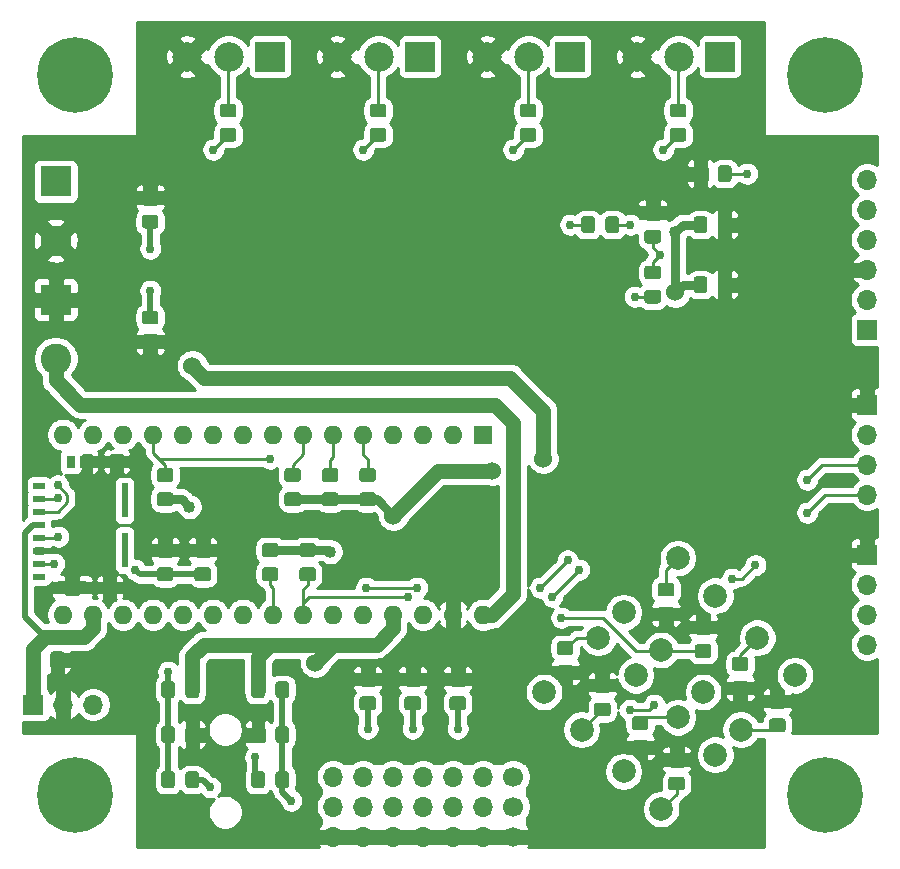
<source format=gbr>
G04 #@! TF.GenerationSoftware,KiCad,Pcbnew,(5.1.5)-2*
G04 #@! TF.CreationDate,2020-01-08T19:40:39-08:00*
G04 #@! TF.ProjectId,bifrost,62696672-6f73-4742-9e6b-696361645f70,A*
G04 #@! TF.SameCoordinates,Original*
G04 #@! TF.FileFunction,Copper,L2,Bot*
G04 #@! TF.FilePolarity,Positive*
%FSLAX46Y46*%
G04 Gerber Fmt 4.6, Leading zero omitted, Abs format (unit mm)*
G04 Created by KiCad (PCBNEW (5.1.5)-2) date 2020-01-08 19:40:39*
%MOMM*%
%LPD*%
G04 APERTURE LIST*
%ADD10O,1.700000X1.700000*%
%ADD11C,1.700000*%
%ADD12R,1.600000X1.600000*%
%ADD13O,1.600000X1.600000*%
%ADD14R,0.550000X2.910000*%
%ADD15R,1.000000X0.500000*%
%ADD16R,0.780000X1.050000*%
%ADD17R,1.200000X1.050000*%
%ADD18R,2.390000X1.050000*%
%ADD19R,1.080000X1.050000*%
%ADD20R,1.700000X1.700000*%
%ADD21C,0.100000*%
%ADD22C,2.500000*%
%ADD23R,2.500000X2.500000*%
%ADD24C,2.600000*%
%ADD25R,2.600000X2.600000*%
%ADD26C,2.000000*%
%ADD27C,0.800000*%
%ADD28C,6.400000*%
%ADD29C,0.762000*%
%ADD30C,1.524000*%
%ADD31C,1.016000*%
%ADD32C,1.270000*%
%ADD33C,0.508000*%
%ADD34C,0.254000*%
%ADD35C,0.762000*%
G04 APERTURE END LIST*
D10*
X153924000Y-122936000D03*
X156464000Y-122936000D03*
X159004000Y-122936000D03*
X161544000Y-122936000D03*
D11*
X169164000Y-122936000D03*
D10*
X166624000Y-122936000D03*
X164084000Y-122936000D03*
X159004000Y-120396000D03*
X161544000Y-120396000D03*
D11*
X169164000Y-120396000D03*
D10*
X166624000Y-120396000D03*
X153924000Y-120396000D03*
X156464000Y-120396000D03*
X164084000Y-120396000D03*
X153924000Y-117856000D03*
X156464000Y-117856000D03*
X159004000Y-117856000D03*
X161544000Y-117856000D03*
X164084000Y-117856000D03*
X166624000Y-117856000D03*
D11*
X169164000Y-117856000D03*
D12*
X166624000Y-88900000D03*
D13*
X133604000Y-104140000D03*
X164084000Y-88900000D03*
X136144000Y-104140000D03*
X161544000Y-88900000D03*
X138684000Y-104140000D03*
X159004000Y-88900000D03*
X141224000Y-104140000D03*
X156464000Y-88900000D03*
X143764000Y-104140000D03*
X153924000Y-88900000D03*
X146304000Y-104140000D03*
X151384000Y-88900000D03*
X148844000Y-104140000D03*
X148844000Y-88900000D03*
X151384000Y-104140000D03*
X146304000Y-88900000D03*
X153924000Y-104140000D03*
X143764000Y-88900000D03*
X156464000Y-104140000D03*
X141224000Y-88900000D03*
X159004000Y-104140000D03*
X138684000Y-88900000D03*
X161544000Y-104140000D03*
X136144000Y-88900000D03*
X164084000Y-104140000D03*
X133604000Y-88900000D03*
X166624000Y-104140000D03*
X131064000Y-88900000D03*
X131064000Y-104140000D03*
D14*
X136259000Y-94474000D03*
D15*
X129024000Y-100914000D03*
X129024000Y-99814000D03*
X129024000Y-98714000D03*
X129024000Y-97614000D03*
X129024000Y-96514000D03*
X129024000Y-95414000D03*
X129024000Y-94314000D03*
D16*
X131704000Y-91189000D03*
D14*
X136259000Y-98664000D03*
D17*
X135584000Y-91189000D03*
D18*
X131828500Y-101839000D03*
D19*
X132974000Y-91189000D03*
D17*
X135014000Y-101839000D03*
D15*
X129024000Y-93214000D03*
D10*
X199136000Y-67310000D03*
X199136000Y-69850000D03*
X199136000Y-72390000D03*
X199136000Y-74930000D03*
X199136000Y-77470000D03*
D20*
X199136000Y-80010000D03*
G04 #@! TA.AperFunction,SMDPad,CuDef*
D21*
G36*
X138904505Y-80461204D02*
G01*
X138928773Y-80464804D01*
X138952572Y-80470765D01*
X138975671Y-80479030D01*
X138997850Y-80489520D01*
X139018893Y-80502132D01*
X139038599Y-80516747D01*
X139056777Y-80533223D01*
X139073253Y-80551401D01*
X139087868Y-80571107D01*
X139100480Y-80592150D01*
X139110970Y-80614329D01*
X139119235Y-80637428D01*
X139125196Y-80661227D01*
X139128796Y-80685495D01*
X139130000Y-80709999D01*
X139130000Y-81360001D01*
X139128796Y-81384505D01*
X139125196Y-81408773D01*
X139119235Y-81432572D01*
X139110970Y-81455671D01*
X139100480Y-81477850D01*
X139087868Y-81498893D01*
X139073253Y-81518599D01*
X139056777Y-81536777D01*
X139038599Y-81553253D01*
X139018893Y-81567868D01*
X138997850Y-81580480D01*
X138975671Y-81590970D01*
X138952572Y-81599235D01*
X138928773Y-81605196D01*
X138904505Y-81608796D01*
X138880001Y-81610000D01*
X137979999Y-81610000D01*
X137955495Y-81608796D01*
X137931227Y-81605196D01*
X137907428Y-81599235D01*
X137884329Y-81590970D01*
X137862150Y-81580480D01*
X137841107Y-81567868D01*
X137821401Y-81553253D01*
X137803223Y-81536777D01*
X137786747Y-81518599D01*
X137772132Y-81498893D01*
X137759520Y-81477850D01*
X137749030Y-81455671D01*
X137740765Y-81432572D01*
X137734804Y-81408773D01*
X137731204Y-81384505D01*
X137730000Y-81360001D01*
X137730000Y-80709999D01*
X137731204Y-80685495D01*
X137734804Y-80661227D01*
X137740765Y-80637428D01*
X137749030Y-80614329D01*
X137759520Y-80592150D01*
X137772132Y-80571107D01*
X137786747Y-80551401D01*
X137803223Y-80533223D01*
X137821401Y-80516747D01*
X137841107Y-80502132D01*
X137862150Y-80489520D01*
X137884329Y-80479030D01*
X137907428Y-80470765D01*
X137931227Y-80464804D01*
X137955495Y-80461204D01*
X137979999Y-80460000D01*
X138880001Y-80460000D01*
X138904505Y-80461204D01*
G37*
G04 #@! TD.AperFunction*
G04 #@! TA.AperFunction,SMDPad,CuDef*
G36*
X138904505Y-78411204D02*
G01*
X138928773Y-78414804D01*
X138952572Y-78420765D01*
X138975671Y-78429030D01*
X138997850Y-78439520D01*
X139018893Y-78452132D01*
X139038599Y-78466747D01*
X139056777Y-78483223D01*
X139073253Y-78501401D01*
X139087868Y-78521107D01*
X139100480Y-78542150D01*
X139110970Y-78564329D01*
X139119235Y-78587428D01*
X139125196Y-78611227D01*
X139128796Y-78635495D01*
X139130000Y-78659999D01*
X139130000Y-79310001D01*
X139128796Y-79334505D01*
X139125196Y-79358773D01*
X139119235Y-79382572D01*
X139110970Y-79405671D01*
X139100480Y-79427850D01*
X139087868Y-79448893D01*
X139073253Y-79468599D01*
X139056777Y-79486777D01*
X139038599Y-79503253D01*
X139018893Y-79517868D01*
X138997850Y-79530480D01*
X138975671Y-79540970D01*
X138952572Y-79549235D01*
X138928773Y-79555196D01*
X138904505Y-79558796D01*
X138880001Y-79560000D01*
X137979999Y-79560000D01*
X137955495Y-79558796D01*
X137931227Y-79555196D01*
X137907428Y-79549235D01*
X137884329Y-79540970D01*
X137862150Y-79530480D01*
X137841107Y-79517868D01*
X137821401Y-79503253D01*
X137803223Y-79486777D01*
X137786747Y-79468599D01*
X137772132Y-79448893D01*
X137759520Y-79427850D01*
X137749030Y-79405671D01*
X137740765Y-79382572D01*
X137734804Y-79358773D01*
X137731204Y-79334505D01*
X137730000Y-79310001D01*
X137730000Y-78659999D01*
X137731204Y-78635495D01*
X137734804Y-78611227D01*
X137740765Y-78587428D01*
X137749030Y-78564329D01*
X137759520Y-78542150D01*
X137772132Y-78521107D01*
X137786747Y-78501401D01*
X137803223Y-78483223D01*
X137821401Y-78466747D01*
X137841107Y-78452132D01*
X137862150Y-78439520D01*
X137884329Y-78429030D01*
X137907428Y-78420765D01*
X137931227Y-78414804D01*
X137955495Y-78411204D01*
X137979999Y-78410000D01*
X138880001Y-78410000D01*
X138904505Y-78411204D01*
G37*
G04 #@! TD.AperFunction*
G04 #@! TA.AperFunction,SMDPad,CuDef*
G36*
X185379505Y-66103204D02*
G01*
X185403773Y-66106804D01*
X185427572Y-66112765D01*
X185450671Y-66121030D01*
X185472850Y-66131520D01*
X185493893Y-66144132D01*
X185513599Y-66158747D01*
X185531777Y-66175223D01*
X185548253Y-66193401D01*
X185562868Y-66213107D01*
X185575480Y-66234150D01*
X185585970Y-66256329D01*
X185594235Y-66279428D01*
X185600196Y-66303227D01*
X185603796Y-66327495D01*
X185605000Y-66351999D01*
X185605000Y-67252001D01*
X185603796Y-67276505D01*
X185600196Y-67300773D01*
X185594235Y-67324572D01*
X185585970Y-67347671D01*
X185575480Y-67369850D01*
X185562868Y-67390893D01*
X185548253Y-67410599D01*
X185531777Y-67428777D01*
X185513599Y-67445253D01*
X185493893Y-67459868D01*
X185472850Y-67472480D01*
X185450671Y-67482970D01*
X185427572Y-67491235D01*
X185403773Y-67497196D01*
X185379505Y-67500796D01*
X185355001Y-67502000D01*
X184704999Y-67502000D01*
X184680495Y-67500796D01*
X184656227Y-67497196D01*
X184632428Y-67491235D01*
X184609329Y-67482970D01*
X184587150Y-67472480D01*
X184566107Y-67459868D01*
X184546401Y-67445253D01*
X184528223Y-67428777D01*
X184511747Y-67410599D01*
X184497132Y-67390893D01*
X184484520Y-67369850D01*
X184474030Y-67347671D01*
X184465765Y-67324572D01*
X184459804Y-67300773D01*
X184456204Y-67276505D01*
X184455000Y-67252001D01*
X184455000Y-66351999D01*
X184456204Y-66327495D01*
X184459804Y-66303227D01*
X184465765Y-66279428D01*
X184474030Y-66256329D01*
X184484520Y-66234150D01*
X184497132Y-66213107D01*
X184511747Y-66193401D01*
X184528223Y-66175223D01*
X184546401Y-66158747D01*
X184566107Y-66144132D01*
X184587150Y-66131520D01*
X184609329Y-66121030D01*
X184632428Y-66112765D01*
X184656227Y-66106804D01*
X184680495Y-66103204D01*
X184704999Y-66102000D01*
X185355001Y-66102000D01*
X185379505Y-66103204D01*
G37*
G04 #@! TD.AperFunction*
G04 #@! TA.AperFunction,SMDPad,CuDef*
G36*
X187429505Y-66103204D02*
G01*
X187453773Y-66106804D01*
X187477572Y-66112765D01*
X187500671Y-66121030D01*
X187522850Y-66131520D01*
X187543893Y-66144132D01*
X187563599Y-66158747D01*
X187581777Y-66175223D01*
X187598253Y-66193401D01*
X187612868Y-66213107D01*
X187625480Y-66234150D01*
X187635970Y-66256329D01*
X187644235Y-66279428D01*
X187650196Y-66303227D01*
X187653796Y-66327495D01*
X187655000Y-66351999D01*
X187655000Y-67252001D01*
X187653796Y-67276505D01*
X187650196Y-67300773D01*
X187644235Y-67324572D01*
X187635970Y-67347671D01*
X187625480Y-67369850D01*
X187612868Y-67390893D01*
X187598253Y-67410599D01*
X187581777Y-67428777D01*
X187563599Y-67445253D01*
X187543893Y-67459868D01*
X187522850Y-67472480D01*
X187500671Y-67482970D01*
X187477572Y-67491235D01*
X187453773Y-67497196D01*
X187429505Y-67500796D01*
X187405001Y-67502000D01*
X186754999Y-67502000D01*
X186730495Y-67500796D01*
X186706227Y-67497196D01*
X186682428Y-67491235D01*
X186659329Y-67482970D01*
X186637150Y-67472480D01*
X186616107Y-67459868D01*
X186596401Y-67445253D01*
X186578223Y-67428777D01*
X186561747Y-67410599D01*
X186547132Y-67390893D01*
X186534520Y-67369850D01*
X186524030Y-67347671D01*
X186515765Y-67324572D01*
X186509804Y-67300773D01*
X186506204Y-67276505D01*
X186505000Y-67252001D01*
X186505000Y-66351999D01*
X186506204Y-66327495D01*
X186509804Y-66303227D01*
X186515765Y-66279428D01*
X186524030Y-66256329D01*
X186534520Y-66234150D01*
X186547132Y-66213107D01*
X186561747Y-66193401D01*
X186578223Y-66175223D01*
X186596401Y-66158747D01*
X186616107Y-66144132D01*
X186637150Y-66131520D01*
X186659329Y-66121030D01*
X186682428Y-66112765D01*
X186706227Y-66106804D01*
X186730495Y-66103204D01*
X186754999Y-66102000D01*
X187405001Y-66102000D01*
X187429505Y-66103204D01*
G37*
G04 #@! TD.AperFunction*
G04 #@! TA.AperFunction,SMDPad,CuDef*
G36*
X181449505Y-69521204D02*
G01*
X181473773Y-69524804D01*
X181497572Y-69530765D01*
X181520671Y-69539030D01*
X181542850Y-69549520D01*
X181563893Y-69562132D01*
X181583599Y-69576747D01*
X181601777Y-69593223D01*
X181618253Y-69611401D01*
X181632868Y-69631107D01*
X181645480Y-69652150D01*
X181655970Y-69674329D01*
X181664235Y-69697428D01*
X181670196Y-69721227D01*
X181673796Y-69745495D01*
X181675000Y-69769999D01*
X181675000Y-70420001D01*
X181673796Y-70444505D01*
X181670196Y-70468773D01*
X181664235Y-70492572D01*
X181655970Y-70515671D01*
X181645480Y-70537850D01*
X181632868Y-70558893D01*
X181618253Y-70578599D01*
X181601777Y-70596777D01*
X181583599Y-70613253D01*
X181563893Y-70627868D01*
X181542850Y-70640480D01*
X181520671Y-70650970D01*
X181497572Y-70659235D01*
X181473773Y-70665196D01*
X181449505Y-70668796D01*
X181425001Y-70670000D01*
X180524999Y-70670000D01*
X180500495Y-70668796D01*
X180476227Y-70665196D01*
X180452428Y-70659235D01*
X180429329Y-70650970D01*
X180407150Y-70640480D01*
X180386107Y-70627868D01*
X180366401Y-70613253D01*
X180348223Y-70596777D01*
X180331747Y-70578599D01*
X180317132Y-70558893D01*
X180304520Y-70537850D01*
X180294030Y-70515671D01*
X180285765Y-70492572D01*
X180279804Y-70468773D01*
X180276204Y-70444505D01*
X180275000Y-70420001D01*
X180275000Y-69769999D01*
X180276204Y-69745495D01*
X180279804Y-69721227D01*
X180285765Y-69697428D01*
X180294030Y-69674329D01*
X180304520Y-69652150D01*
X180317132Y-69631107D01*
X180331747Y-69611401D01*
X180348223Y-69593223D01*
X180366401Y-69576747D01*
X180386107Y-69562132D01*
X180407150Y-69549520D01*
X180429329Y-69539030D01*
X180452428Y-69530765D01*
X180476227Y-69524804D01*
X180500495Y-69521204D01*
X180524999Y-69520000D01*
X181425001Y-69520000D01*
X181449505Y-69521204D01*
G37*
G04 #@! TD.AperFunction*
G04 #@! TA.AperFunction,SMDPad,CuDef*
G36*
X181449505Y-71571204D02*
G01*
X181473773Y-71574804D01*
X181497572Y-71580765D01*
X181520671Y-71589030D01*
X181542850Y-71599520D01*
X181563893Y-71612132D01*
X181583599Y-71626747D01*
X181601777Y-71643223D01*
X181618253Y-71661401D01*
X181632868Y-71681107D01*
X181645480Y-71702150D01*
X181655970Y-71724329D01*
X181664235Y-71747428D01*
X181670196Y-71771227D01*
X181673796Y-71795495D01*
X181675000Y-71819999D01*
X181675000Y-72470001D01*
X181673796Y-72494505D01*
X181670196Y-72518773D01*
X181664235Y-72542572D01*
X181655970Y-72565671D01*
X181645480Y-72587850D01*
X181632868Y-72608893D01*
X181618253Y-72628599D01*
X181601777Y-72646777D01*
X181583599Y-72663253D01*
X181563893Y-72677868D01*
X181542850Y-72690480D01*
X181520671Y-72700970D01*
X181497572Y-72709235D01*
X181473773Y-72715196D01*
X181449505Y-72718796D01*
X181425001Y-72720000D01*
X180524999Y-72720000D01*
X180500495Y-72718796D01*
X180476227Y-72715196D01*
X180452428Y-72709235D01*
X180429329Y-72700970D01*
X180407150Y-72690480D01*
X180386107Y-72677868D01*
X180366401Y-72663253D01*
X180348223Y-72646777D01*
X180331747Y-72628599D01*
X180317132Y-72608893D01*
X180304520Y-72587850D01*
X180294030Y-72565671D01*
X180285765Y-72542572D01*
X180279804Y-72518773D01*
X180276204Y-72494505D01*
X180275000Y-72470001D01*
X180275000Y-71819999D01*
X180276204Y-71795495D01*
X180279804Y-71771227D01*
X180285765Y-71747428D01*
X180294030Y-71724329D01*
X180304520Y-71702150D01*
X180317132Y-71681107D01*
X180331747Y-71661401D01*
X180348223Y-71643223D01*
X180366401Y-71626747D01*
X180386107Y-71612132D01*
X180407150Y-71599520D01*
X180429329Y-71589030D01*
X180452428Y-71580765D01*
X180476227Y-71574804D01*
X180500495Y-71571204D01*
X180524999Y-71570000D01*
X181425001Y-71570000D01*
X181449505Y-71571204D01*
G37*
G04 #@! TD.AperFunction*
G04 #@! TA.AperFunction,SMDPad,CuDef*
G36*
X181449505Y-74601204D02*
G01*
X181473773Y-74604804D01*
X181497572Y-74610765D01*
X181520671Y-74619030D01*
X181542850Y-74629520D01*
X181563893Y-74642132D01*
X181583599Y-74656747D01*
X181601777Y-74673223D01*
X181618253Y-74691401D01*
X181632868Y-74711107D01*
X181645480Y-74732150D01*
X181655970Y-74754329D01*
X181664235Y-74777428D01*
X181670196Y-74801227D01*
X181673796Y-74825495D01*
X181675000Y-74849999D01*
X181675000Y-75500001D01*
X181673796Y-75524505D01*
X181670196Y-75548773D01*
X181664235Y-75572572D01*
X181655970Y-75595671D01*
X181645480Y-75617850D01*
X181632868Y-75638893D01*
X181618253Y-75658599D01*
X181601777Y-75676777D01*
X181583599Y-75693253D01*
X181563893Y-75707868D01*
X181542850Y-75720480D01*
X181520671Y-75730970D01*
X181497572Y-75739235D01*
X181473773Y-75745196D01*
X181449505Y-75748796D01*
X181425001Y-75750000D01*
X180524999Y-75750000D01*
X180500495Y-75748796D01*
X180476227Y-75745196D01*
X180452428Y-75739235D01*
X180429329Y-75730970D01*
X180407150Y-75720480D01*
X180386107Y-75707868D01*
X180366401Y-75693253D01*
X180348223Y-75676777D01*
X180331747Y-75658599D01*
X180317132Y-75638893D01*
X180304520Y-75617850D01*
X180294030Y-75595671D01*
X180285765Y-75572572D01*
X180279804Y-75548773D01*
X180276204Y-75524505D01*
X180275000Y-75500001D01*
X180275000Y-74849999D01*
X180276204Y-74825495D01*
X180279804Y-74801227D01*
X180285765Y-74777428D01*
X180294030Y-74754329D01*
X180304520Y-74732150D01*
X180317132Y-74711107D01*
X180331747Y-74691401D01*
X180348223Y-74673223D01*
X180366401Y-74656747D01*
X180386107Y-74642132D01*
X180407150Y-74629520D01*
X180429329Y-74619030D01*
X180452428Y-74610765D01*
X180476227Y-74604804D01*
X180500495Y-74601204D01*
X180524999Y-74600000D01*
X181425001Y-74600000D01*
X181449505Y-74601204D01*
G37*
G04 #@! TD.AperFunction*
G04 #@! TA.AperFunction,SMDPad,CuDef*
G36*
X181449505Y-76651204D02*
G01*
X181473773Y-76654804D01*
X181497572Y-76660765D01*
X181520671Y-76669030D01*
X181542850Y-76679520D01*
X181563893Y-76692132D01*
X181583599Y-76706747D01*
X181601777Y-76723223D01*
X181618253Y-76741401D01*
X181632868Y-76761107D01*
X181645480Y-76782150D01*
X181655970Y-76804329D01*
X181664235Y-76827428D01*
X181670196Y-76851227D01*
X181673796Y-76875495D01*
X181675000Y-76899999D01*
X181675000Y-77550001D01*
X181673796Y-77574505D01*
X181670196Y-77598773D01*
X181664235Y-77622572D01*
X181655970Y-77645671D01*
X181645480Y-77667850D01*
X181632868Y-77688893D01*
X181618253Y-77708599D01*
X181601777Y-77726777D01*
X181583599Y-77743253D01*
X181563893Y-77757868D01*
X181542850Y-77770480D01*
X181520671Y-77780970D01*
X181497572Y-77789235D01*
X181473773Y-77795196D01*
X181449505Y-77798796D01*
X181425001Y-77800000D01*
X180524999Y-77800000D01*
X180500495Y-77798796D01*
X180476227Y-77795196D01*
X180452428Y-77789235D01*
X180429329Y-77780970D01*
X180407150Y-77770480D01*
X180386107Y-77757868D01*
X180366401Y-77743253D01*
X180348223Y-77726777D01*
X180331747Y-77708599D01*
X180317132Y-77688893D01*
X180304520Y-77667850D01*
X180294030Y-77645671D01*
X180285765Y-77622572D01*
X180279804Y-77598773D01*
X180276204Y-77574505D01*
X180275000Y-77550001D01*
X180275000Y-76899999D01*
X180276204Y-76875495D01*
X180279804Y-76851227D01*
X180285765Y-76827428D01*
X180294030Y-76804329D01*
X180304520Y-76782150D01*
X180317132Y-76761107D01*
X180331747Y-76741401D01*
X180348223Y-76723223D01*
X180366401Y-76706747D01*
X180386107Y-76692132D01*
X180407150Y-76679520D01*
X180429329Y-76669030D01*
X180452428Y-76660765D01*
X180476227Y-76654804D01*
X180500495Y-76651204D01*
X180524999Y-76650000D01*
X181425001Y-76650000D01*
X181449505Y-76651204D01*
G37*
G04 #@! TD.AperFunction*
D22*
X145090000Y-56896000D03*
D23*
X148590000Y-56896000D03*
D22*
X141590000Y-56896000D03*
X154290000Y-56896000D03*
D23*
X161290000Y-56896000D03*
D22*
X157790000Y-56896000D03*
X166990000Y-56896000D03*
D23*
X173990000Y-56896000D03*
D22*
X170490000Y-56896000D03*
X179690000Y-56896000D03*
D23*
X186690000Y-56896000D03*
D22*
X183190000Y-56896000D03*
D24*
X130429000Y-72470000D03*
D25*
X130429000Y-67470000D03*
X130429000Y-77470000D03*
D24*
X130429000Y-82470000D03*
G04 #@! TA.AperFunction,SMDPad,CuDef*
D21*
G36*
X140174505Y-98096204D02*
G01*
X140198773Y-98099804D01*
X140222572Y-98105765D01*
X140245671Y-98114030D01*
X140267850Y-98124520D01*
X140288893Y-98137132D01*
X140308599Y-98151747D01*
X140326777Y-98168223D01*
X140343253Y-98186401D01*
X140357868Y-98206107D01*
X140370480Y-98227150D01*
X140380970Y-98249329D01*
X140389235Y-98272428D01*
X140395196Y-98296227D01*
X140398796Y-98320495D01*
X140400000Y-98344999D01*
X140400000Y-98995001D01*
X140398796Y-99019505D01*
X140395196Y-99043773D01*
X140389235Y-99067572D01*
X140380970Y-99090671D01*
X140370480Y-99112850D01*
X140357868Y-99133893D01*
X140343253Y-99153599D01*
X140326777Y-99171777D01*
X140308599Y-99188253D01*
X140288893Y-99202868D01*
X140267850Y-99215480D01*
X140245671Y-99225970D01*
X140222572Y-99234235D01*
X140198773Y-99240196D01*
X140174505Y-99243796D01*
X140150001Y-99245000D01*
X139249999Y-99245000D01*
X139225495Y-99243796D01*
X139201227Y-99240196D01*
X139177428Y-99234235D01*
X139154329Y-99225970D01*
X139132150Y-99215480D01*
X139111107Y-99202868D01*
X139091401Y-99188253D01*
X139073223Y-99171777D01*
X139056747Y-99153599D01*
X139042132Y-99133893D01*
X139029520Y-99112850D01*
X139019030Y-99090671D01*
X139010765Y-99067572D01*
X139004804Y-99043773D01*
X139001204Y-99019505D01*
X139000000Y-98995001D01*
X139000000Y-98344999D01*
X139001204Y-98320495D01*
X139004804Y-98296227D01*
X139010765Y-98272428D01*
X139019030Y-98249329D01*
X139029520Y-98227150D01*
X139042132Y-98206107D01*
X139056747Y-98186401D01*
X139073223Y-98168223D01*
X139091401Y-98151747D01*
X139111107Y-98137132D01*
X139132150Y-98124520D01*
X139154329Y-98114030D01*
X139177428Y-98105765D01*
X139201227Y-98099804D01*
X139225495Y-98096204D01*
X139249999Y-98095000D01*
X140150001Y-98095000D01*
X140174505Y-98096204D01*
G37*
G04 #@! TD.AperFunction*
G04 #@! TA.AperFunction,SMDPad,CuDef*
G36*
X140174505Y-100146204D02*
G01*
X140198773Y-100149804D01*
X140222572Y-100155765D01*
X140245671Y-100164030D01*
X140267850Y-100174520D01*
X140288893Y-100187132D01*
X140308599Y-100201747D01*
X140326777Y-100218223D01*
X140343253Y-100236401D01*
X140357868Y-100256107D01*
X140370480Y-100277150D01*
X140380970Y-100299329D01*
X140389235Y-100322428D01*
X140395196Y-100346227D01*
X140398796Y-100370495D01*
X140400000Y-100394999D01*
X140400000Y-101045001D01*
X140398796Y-101069505D01*
X140395196Y-101093773D01*
X140389235Y-101117572D01*
X140380970Y-101140671D01*
X140370480Y-101162850D01*
X140357868Y-101183893D01*
X140343253Y-101203599D01*
X140326777Y-101221777D01*
X140308599Y-101238253D01*
X140288893Y-101252868D01*
X140267850Y-101265480D01*
X140245671Y-101275970D01*
X140222572Y-101284235D01*
X140198773Y-101290196D01*
X140174505Y-101293796D01*
X140150001Y-101295000D01*
X139249999Y-101295000D01*
X139225495Y-101293796D01*
X139201227Y-101290196D01*
X139177428Y-101284235D01*
X139154329Y-101275970D01*
X139132150Y-101265480D01*
X139111107Y-101252868D01*
X139091401Y-101238253D01*
X139073223Y-101221777D01*
X139056747Y-101203599D01*
X139042132Y-101183893D01*
X139029520Y-101162850D01*
X139019030Y-101140671D01*
X139010765Y-101117572D01*
X139004804Y-101093773D01*
X139001204Y-101069505D01*
X139000000Y-101045001D01*
X139000000Y-100394999D01*
X139001204Y-100370495D01*
X139004804Y-100346227D01*
X139010765Y-100322428D01*
X139019030Y-100299329D01*
X139029520Y-100277150D01*
X139042132Y-100256107D01*
X139056747Y-100236401D01*
X139073223Y-100218223D01*
X139091401Y-100201747D01*
X139111107Y-100187132D01*
X139132150Y-100174520D01*
X139154329Y-100164030D01*
X139177428Y-100155765D01*
X139201227Y-100149804D01*
X139225495Y-100146204D01*
X139249999Y-100145000D01*
X140150001Y-100145000D01*
X140174505Y-100146204D01*
G37*
G04 #@! TD.AperFunction*
G04 #@! TA.AperFunction,SMDPad,CuDef*
G36*
X143349505Y-98096204D02*
G01*
X143373773Y-98099804D01*
X143397572Y-98105765D01*
X143420671Y-98114030D01*
X143442850Y-98124520D01*
X143463893Y-98137132D01*
X143483599Y-98151747D01*
X143501777Y-98168223D01*
X143518253Y-98186401D01*
X143532868Y-98206107D01*
X143545480Y-98227150D01*
X143555970Y-98249329D01*
X143564235Y-98272428D01*
X143570196Y-98296227D01*
X143573796Y-98320495D01*
X143575000Y-98344999D01*
X143575000Y-98995001D01*
X143573796Y-99019505D01*
X143570196Y-99043773D01*
X143564235Y-99067572D01*
X143555970Y-99090671D01*
X143545480Y-99112850D01*
X143532868Y-99133893D01*
X143518253Y-99153599D01*
X143501777Y-99171777D01*
X143483599Y-99188253D01*
X143463893Y-99202868D01*
X143442850Y-99215480D01*
X143420671Y-99225970D01*
X143397572Y-99234235D01*
X143373773Y-99240196D01*
X143349505Y-99243796D01*
X143325001Y-99245000D01*
X142424999Y-99245000D01*
X142400495Y-99243796D01*
X142376227Y-99240196D01*
X142352428Y-99234235D01*
X142329329Y-99225970D01*
X142307150Y-99215480D01*
X142286107Y-99202868D01*
X142266401Y-99188253D01*
X142248223Y-99171777D01*
X142231747Y-99153599D01*
X142217132Y-99133893D01*
X142204520Y-99112850D01*
X142194030Y-99090671D01*
X142185765Y-99067572D01*
X142179804Y-99043773D01*
X142176204Y-99019505D01*
X142175000Y-98995001D01*
X142175000Y-98344999D01*
X142176204Y-98320495D01*
X142179804Y-98296227D01*
X142185765Y-98272428D01*
X142194030Y-98249329D01*
X142204520Y-98227150D01*
X142217132Y-98206107D01*
X142231747Y-98186401D01*
X142248223Y-98168223D01*
X142266401Y-98151747D01*
X142286107Y-98137132D01*
X142307150Y-98124520D01*
X142329329Y-98114030D01*
X142352428Y-98105765D01*
X142376227Y-98099804D01*
X142400495Y-98096204D01*
X142424999Y-98095000D01*
X143325001Y-98095000D01*
X143349505Y-98096204D01*
G37*
G04 #@! TD.AperFunction*
G04 #@! TA.AperFunction,SMDPad,CuDef*
G36*
X143349505Y-100146204D02*
G01*
X143373773Y-100149804D01*
X143397572Y-100155765D01*
X143420671Y-100164030D01*
X143442850Y-100174520D01*
X143463893Y-100187132D01*
X143483599Y-100201747D01*
X143501777Y-100218223D01*
X143518253Y-100236401D01*
X143532868Y-100256107D01*
X143545480Y-100277150D01*
X143555970Y-100299329D01*
X143564235Y-100322428D01*
X143570196Y-100346227D01*
X143573796Y-100370495D01*
X143575000Y-100394999D01*
X143575000Y-101045001D01*
X143573796Y-101069505D01*
X143570196Y-101093773D01*
X143564235Y-101117572D01*
X143555970Y-101140671D01*
X143545480Y-101162850D01*
X143532868Y-101183893D01*
X143518253Y-101203599D01*
X143501777Y-101221777D01*
X143483599Y-101238253D01*
X143463893Y-101252868D01*
X143442850Y-101265480D01*
X143420671Y-101275970D01*
X143397572Y-101284235D01*
X143373773Y-101290196D01*
X143349505Y-101293796D01*
X143325001Y-101295000D01*
X142424999Y-101295000D01*
X142400495Y-101293796D01*
X142376227Y-101290196D01*
X142352428Y-101284235D01*
X142329329Y-101275970D01*
X142307150Y-101265480D01*
X142286107Y-101252868D01*
X142266401Y-101238253D01*
X142248223Y-101221777D01*
X142231747Y-101203599D01*
X142217132Y-101183893D01*
X142204520Y-101162850D01*
X142194030Y-101140671D01*
X142185765Y-101117572D01*
X142179804Y-101093773D01*
X142176204Y-101069505D01*
X142175000Y-101045001D01*
X142175000Y-100394999D01*
X142176204Y-100370495D01*
X142179804Y-100346227D01*
X142185765Y-100322428D01*
X142194030Y-100299329D01*
X142204520Y-100277150D01*
X142217132Y-100256107D01*
X142231747Y-100236401D01*
X142248223Y-100218223D01*
X142266401Y-100201747D01*
X142286107Y-100187132D01*
X142307150Y-100174520D01*
X142329329Y-100164030D01*
X142352428Y-100155765D01*
X142376227Y-100149804D01*
X142400495Y-100146204D01*
X142424999Y-100145000D01*
X143325001Y-100145000D01*
X143349505Y-100146204D01*
G37*
G04 #@! TD.AperFunction*
G04 #@! TA.AperFunction,SMDPad,CuDef*
G36*
X187429505Y-70421204D02*
G01*
X187453773Y-70424804D01*
X187477572Y-70430765D01*
X187500671Y-70439030D01*
X187522850Y-70449520D01*
X187543893Y-70462132D01*
X187563599Y-70476747D01*
X187581777Y-70493223D01*
X187598253Y-70511401D01*
X187612868Y-70531107D01*
X187625480Y-70552150D01*
X187635970Y-70574329D01*
X187644235Y-70597428D01*
X187650196Y-70621227D01*
X187653796Y-70645495D01*
X187655000Y-70669999D01*
X187655000Y-71570001D01*
X187653796Y-71594505D01*
X187650196Y-71618773D01*
X187644235Y-71642572D01*
X187635970Y-71665671D01*
X187625480Y-71687850D01*
X187612868Y-71708893D01*
X187598253Y-71728599D01*
X187581777Y-71746777D01*
X187563599Y-71763253D01*
X187543893Y-71777868D01*
X187522850Y-71790480D01*
X187500671Y-71800970D01*
X187477572Y-71809235D01*
X187453773Y-71815196D01*
X187429505Y-71818796D01*
X187405001Y-71820000D01*
X186754999Y-71820000D01*
X186730495Y-71818796D01*
X186706227Y-71815196D01*
X186682428Y-71809235D01*
X186659329Y-71800970D01*
X186637150Y-71790480D01*
X186616107Y-71777868D01*
X186596401Y-71763253D01*
X186578223Y-71746777D01*
X186561747Y-71728599D01*
X186547132Y-71708893D01*
X186534520Y-71687850D01*
X186524030Y-71665671D01*
X186515765Y-71642572D01*
X186509804Y-71618773D01*
X186506204Y-71594505D01*
X186505000Y-71570001D01*
X186505000Y-70669999D01*
X186506204Y-70645495D01*
X186509804Y-70621227D01*
X186515765Y-70597428D01*
X186524030Y-70574329D01*
X186534520Y-70552150D01*
X186547132Y-70531107D01*
X186561747Y-70511401D01*
X186578223Y-70493223D01*
X186596401Y-70476747D01*
X186616107Y-70462132D01*
X186637150Y-70449520D01*
X186659329Y-70439030D01*
X186682428Y-70430765D01*
X186706227Y-70424804D01*
X186730495Y-70421204D01*
X186754999Y-70420000D01*
X187405001Y-70420000D01*
X187429505Y-70421204D01*
G37*
G04 #@! TD.AperFunction*
G04 #@! TA.AperFunction,SMDPad,CuDef*
G36*
X185379505Y-70421204D02*
G01*
X185403773Y-70424804D01*
X185427572Y-70430765D01*
X185450671Y-70439030D01*
X185472850Y-70449520D01*
X185493893Y-70462132D01*
X185513599Y-70476747D01*
X185531777Y-70493223D01*
X185548253Y-70511401D01*
X185562868Y-70531107D01*
X185575480Y-70552150D01*
X185585970Y-70574329D01*
X185594235Y-70597428D01*
X185600196Y-70621227D01*
X185603796Y-70645495D01*
X185605000Y-70669999D01*
X185605000Y-71570001D01*
X185603796Y-71594505D01*
X185600196Y-71618773D01*
X185594235Y-71642572D01*
X185585970Y-71665671D01*
X185575480Y-71687850D01*
X185562868Y-71708893D01*
X185548253Y-71728599D01*
X185531777Y-71746777D01*
X185513599Y-71763253D01*
X185493893Y-71777868D01*
X185472850Y-71790480D01*
X185450671Y-71800970D01*
X185427572Y-71809235D01*
X185403773Y-71815196D01*
X185379505Y-71818796D01*
X185355001Y-71820000D01*
X184704999Y-71820000D01*
X184680495Y-71818796D01*
X184656227Y-71815196D01*
X184632428Y-71809235D01*
X184609329Y-71800970D01*
X184587150Y-71790480D01*
X184566107Y-71777868D01*
X184546401Y-71763253D01*
X184528223Y-71746777D01*
X184511747Y-71728599D01*
X184497132Y-71708893D01*
X184484520Y-71687850D01*
X184474030Y-71665671D01*
X184465765Y-71642572D01*
X184459804Y-71618773D01*
X184456204Y-71594505D01*
X184455000Y-71570001D01*
X184455000Y-70669999D01*
X184456204Y-70645495D01*
X184459804Y-70621227D01*
X184465765Y-70597428D01*
X184474030Y-70574329D01*
X184484520Y-70552150D01*
X184497132Y-70531107D01*
X184511747Y-70511401D01*
X184528223Y-70493223D01*
X184546401Y-70476747D01*
X184566107Y-70462132D01*
X184587150Y-70449520D01*
X184609329Y-70439030D01*
X184632428Y-70430765D01*
X184656227Y-70424804D01*
X184680495Y-70421204D01*
X184704999Y-70420000D01*
X185355001Y-70420000D01*
X185379505Y-70421204D01*
G37*
G04 #@! TD.AperFunction*
G04 #@! TA.AperFunction,SMDPad,CuDef*
G36*
X177904505Y-70421204D02*
G01*
X177928773Y-70424804D01*
X177952572Y-70430765D01*
X177975671Y-70439030D01*
X177997850Y-70449520D01*
X178018893Y-70462132D01*
X178038599Y-70476747D01*
X178056777Y-70493223D01*
X178073253Y-70511401D01*
X178087868Y-70531107D01*
X178100480Y-70552150D01*
X178110970Y-70574329D01*
X178119235Y-70597428D01*
X178125196Y-70621227D01*
X178128796Y-70645495D01*
X178130000Y-70669999D01*
X178130000Y-71570001D01*
X178128796Y-71594505D01*
X178125196Y-71618773D01*
X178119235Y-71642572D01*
X178110970Y-71665671D01*
X178100480Y-71687850D01*
X178087868Y-71708893D01*
X178073253Y-71728599D01*
X178056777Y-71746777D01*
X178038599Y-71763253D01*
X178018893Y-71777868D01*
X177997850Y-71790480D01*
X177975671Y-71800970D01*
X177952572Y-71809235D01*
X177928773Y-71815196D01*
X177904505Y-71818796D01*
X177880001Y-71820000D01*
X177229999Y-71820000D01*
X177205495Y-71818796D01*
X177181227Y-71815196D01*
X177157428Y-71809235D01*
X177134329Y-71800970D01*
X177112150Y-71790480D01*
X177091107Y-71777868D01*
X177071401Y-71763253D01*
X177053223Y-71746777D01*
X177036747Y-71728599D01*
X177022132Y-71708893D01*
X177009520Y-71687850D01*
X176999030Y-71665671D01*
X176990765Y-71642572D01*
X176984804Y-71618773D01*
X176981204Y-71594505D01*
X176980000Y-71570001D01*
X176980000Y-70669999D01*
X176981204Y-70645495D01*
X176984804Y-70621227D01*
X176990765Y-70597428D01*
X176999030Y-70574329D01*
X177009520Y-70552150D01*
X177022132Y-70531107D01*
X177036747Y-70511401D01*
X177053223Y-70493223D01*
X177071401Y-70476747D01*
X177091107Y-70462132D01*
X177112150Y-70449520D01*
X177134329Y-70439030D01*
X177157428Y-70430765D01*
X177181227Y-70424804D01*
X177205495Y-70421204D01*
X177229999Y-70420000D01*
X177880001Y-70420000D01*
X177904505Y-70421204D01*
G37*
G04 #@! TD.AperFunction*
G04 #@! TA.AperFunction,SMDPad,CuDef*
G36*
X175854505Y-70421204D02*
G01*
X175878773Y-70424804D01*
X175902572Y-70430765D01*
X175925671Y-70439030D01*
X175947850Y-70449520D01*
X175968893Y-70462132D01*
X175988599Y-70476747D01*
X176006777Y-70493223D01*
X176023253Y-70511401D01*
X176037868Y-70531107D01*
X176050480Y-70552150D01*
X176060970Y-70574329D01*
X176069235Y-70597428D01*
X176075196Y-70621227D01*
X176078796Y-70645495D01*
X176080000Y-70669999D01*
X176080000Y-71570001D01*
X176078796Y-71594505D01*
X176075196Y-71618773D01*
X176069235Y-71642572D01*
X176060970Y-71665671D01*
X176050480Y-71687850D01*
X176037868Y-71708893D01*
X176023253Y-71728599D01*
X176006777Y-71746777D01*
X175988599Y-71763253D01*
X175968893Y-71777868D01*
X175947850Y-71790480D01*
X175925671Y-71800970D01*
X175902572Y-71809235D01*
X175878773Y-71815196D01*
X175854505Y-71818796D01*
X175830001Y-71820000D01*
X175179999Y-71820000D01*
X175155495Y-71818796D01*
X175131227Y-71815196D01*
X175107428Y-71809235D01*
X175084329Y-71800970D01*
X175062150Y-71790480D01*
X175041107Y-71777868D01*
X175021401Y-71763253D01*
X175003223Y-71746777D01*
X174986747Y-71728599D01*
X174972132Y-71708893D01*
X174959520Y-71687850D01*
X174949030Y-71665671D01*
X174940765Y-71642572D01*
X174934804Y-71618773D01*
X174931204Y-71594505D01*
X174930000Y-71570001D01*
X174930000Y-70669999D01*
X174931204Y-70645495D01*
X174934804Y-70621227D01*
X174940765Y-70597428D01*
X174949030Y-70574329D01*
X174959520Y-70552150D01*
X174972132Y-70531107D01*
X174986747Y-70511401D01*
X175003223Y-70493223D01*
X175021401Y-70476747D01*
X175041107Y-70462132D01*
X175062150Y-70449520D01*
X175084329Y-70439030D01*
X175107428Y-70430765D01*
X175131227Y-70424804D01*
X175155495Y-70421204D01*
X175179999Y-70420000D01*
X175830001Y-70420000D01*
X175854505Y-70421204D01*
G37*
G04 #@! TD.AperFunction*
G04 #@! TA.AperFunction,SMDPad,CuDef*
G36*
X187429505Y-75501204D02*
G01*
X187453773Y-75504804D01*
X187477572Y-75510765D01*
X187500671Y-75519030D01*
X187522850Y-75529520D01*
X187543893Y-75542132D01*
X187563599Y-75556747D01*
X187581777Y-75573223D01*
X187598253Y-75591401D01*
X187612868Y-75611107D01*
X187625480Y-75632150D01*
X187635970Y-75654329D01*
X187644235Y-75677428D01*
X187650196Y-75701227D01*
X187653796Y-75725495D01*
X187655000Y-75749999D01*
X187655000Y-76650001D01*
X187653796Y-76674505D01*
X187650196Y-76698773D01*
X187644235Y-76722572D01*
X187635970Y-76745671D01*
X187625480Y-76767850D01*
X187612868Y-76788893D01*
X187598253Y-76808599D01*
X187581777Y-76826777D01*
X187563599Y-76843253D01*
X187543893Y-76857868D01*
X187522850Y-76870480D01*
X187500671Y-76880970D01*
X187477572Y-76889235D01*
X187453773Y-76895196D01*
X187429505Y-76898796D01*
X187405001Y-76900000D01*
X186754999Y-76900000D01*
X186730495Y-76898796D01*
X186706227Y-76895196D01*
X186682428Y-76889235D01*
X186659329Y-76880970D01*
X186637150Y-76870480D01*
X186616107Y-76857868D01*
X186596401Y-76843253D01*
X186578223Y-76826777D01*
X186561747Y-76808599D01*
X186547132Y-76788893D01*
X186534520Y-76767850D01*
X186524030Y-76745671D01*
X186515765Y-76722572D01*
X186509804Y-76698773D01*
X186506204Y-76674505D01*
X186505000Y-76650001D01*
X186505000Y-75749999D01*
X186506204Y-75725495D01*
X186509804Y-75701227D01*
X186515765Y-75677428D01*
X186524030Y-75654329D01*
X186534520Y-75632150D01*
X186547132Y-75611107D01*
X186561747Y-75591401D01*
X186578223Y-75573223D01*
X186596401Y-75556747D01*
X186616107Y-75542132D01*
X186637150Y-75529520D01*
X186659329Y-75519030D01*
X186682428Y-75510765D01*
X186706227Y-75504804D01*
X186730495Y-75501204D01*
X186754999Y-75500000D01*
X187405001Y-75500000D01*
X187429505Y-75501204D01*
G37*
G04 #@! TD.AperFunction*
G04 #@! TA.AperFunction,SMDPad,CuDef*
G36*
X185379505Y-75501204D02*
G01*
X185403773Y-75504804D01*
X185427572Y-75510765D01*
X185450671Y-75519030D01*
X185472850Y-75529520D01*
X185493893Y-75542132D01*
X185513599Y-75556747D01*
X185531777Y-75573223D01*
X185548253Y-75591401D01*
X185562868Y-75611107D01*
X185575480Y-75632150D01*
X185585970Y-75654329D01*
X185594235Y-75677428D01*
X185600196Y-75701227D01*
X185603796Y-75725495D01*
X185605000Y-75749999D01*
X185605000Y-76650001D01*
X185603796Y-76674505D01*
X185600196Y-76698773D01*
X185594235Y-76722572D01*
X185585970Y-76745671D01*
X185575480Y-76767850D01*
X185562868Y-76788893D01*
X185548253Y-76808599D01*
X185531777Y-76826777D01*
X185513599Y-76843253D01*
X185493893Y-76857868D01*
X185472850Y-76870480D01*
X185450671Y-76880970D01*
X185427572Y-76889235D01*
X185403773Y-76895196D01*
X185379505Y-76898796D01*
X185355001Y-76900000D01*
X184704999Y-76900000D01*
X184680495Y-76898796D01*
X184656227Y-76895196D01*
X184632428Y-76889235D01*
X184609329Y-76880970D01*
X184587150Y-76870480D01*
X184566107Y-76857868D01*
X184546401Y-76843253D01*
X184528223Y-76826777D01*
X184511747Y-76808599D01*
X184497132Y-76788893D01*
X184484520Y-76767850D01*
X184474030Y-76745671D01*
X184465765Y-76722572D01*
X184459804Y-76698773D01*
X184456204Y-76674505D01*
X184455000Y-76650001D01*
X184455000Y-75749999D01*
X184456204Y-75725495D01*
X184459804Y-75701227D01*
X184465765Y-75677428D01*
X184474030Y-75654329D01*
X184484520Y-75632150D01*
X184497132Y-75611107D01*
X184511747Y-75591401D01*
X184528223Y-75573223D01*
X184546401Y-75556747D01*
X184566107Y-75542132D01*
X184587150Y-75529520D01*
X184609329Y-75519030D01*
X184632428Y-75510765D01*
X184656227Y-75504804D01*
X184680495Y-75501204D01*
X184704999Y-75500000D01*
X185355001Y-75500000D01*
X185379505Y-75501204D01*
G37*
G04 #@! TD.AperFunction*
D26*
X188426775Y-113870506D03*
X185244794Y-110688525D03*
X193022969Y-109274311D03*
X189840988Y-106092331D03*
X181691583Y-120605698D03*
X178509602Y-117423717D03*
X186287777Y-116009503D03*
X183105796Y-112827523D03*
X174956391Y-113870506D03*
X171774410Y-110688525D03*
X179552585Y-109274311D03*
X176370604Y-106092331D03*
X181691583Y-107135314D03*
X178509602Y-103953333D03*
X186287777Y-102539119D03*
X183105796Y-99357139D03*
G04 #@! TA.AperFunction,SMDPad,CuDef*
D21*
G36*
X145508505Y-60894204D02*
G01*
X145532773Y-60897804D01*
X145556572Y-60903765D01*
X145579671Y-60912030D01*
X145601850Y-60922520D01*
X145622893Y-60935132D01*
X145642599Y-60949747D01*
X145660777Y-60966223D01*
X145677253Y-60984401D01*
X145691868Y-61004107D01*
X145704480Y-61025150D01*
X145714970Y-61047329D01*
X145723235Y-61070428D01*
X145729196Y-61094227D01*
X145732796Y-61118495D01*
X145734000Y-61142999D01*
X145734000Y-61793001D01*
X145732796Y-61817505D01*
X145729196Y-61841773D01*
X145723235Y-61865572D01*
X145714970Y-61888671D01*
X145704480Y-61910850D01*
X145691868Y-61931893D01*
X145677253Y-61951599D01*
X145660777Y-61969777D01*
X145642599Y-61986253D01*
X145622893Y-62000868D01*
X145601850Y-62013480D01*
X145579671Y-62023970D01*
X145556572Y-62032235D01*
X145532773Y-62038196D01*
X145508505Y-62041796D01*
X145484001Y-62043000D01*
X144583999Y-62043000D01*
X144559495Y-62041796D01*
X144535227Y-62038196D01*
X144511428Y-62032235D01*
X144488329Y-62023970D01*
X144466150Y-62013480D01*
X144445107Y-62000868D01*
X144425401Y-61986253D01*
X144407223Y-61969777D01*
X144390747Y-61951599D01*
X144376132Y-61931893D01*
X144363520Y-61910850D01*
X144353030Y-61888671D01*
X144344765Y-61865572D01*
X144338804Y-61841773D01*
X144335204Y-61817505D01*
X144334000Y-61793001D01*
X144334000Y-61142999D01*
X144335204Y-61118495D01*
X144338804Y-61094227D01*
X144344765Y-61070428D01*
X144353030Y-61047329D01*
X144363520Y-61025150D01*
X144376132Y-61004107D01*
X144390747Y-60984401D01*
X144407223Y-60966223D01*
X144425401Y-60949747D01*
X144445107Y-60935132D01*
X144466150Y-60922520D01*
X144488329Y-60912030D01*
X144511428Y-60903765D01*
X144535227Y-60897804D01*
X144559495Y-60894204D01*
X144583999Y-60893000D01*
X145484001Y-60893000D01*
X145508505Y-60894204D01*
G37*
G04 #@! TD.AperFunction*
G04 #@! TA.AperFunction,SMDPad,CuDef*
G36*
X145508505Y-62944204D02*
G01*
X145532773Y-62947804D01*
X145556572Y-62953765D01*
X145579671Y-62962030D01*
X145601850Y-62972520D01*
X145622893Y-62985132D01*
X145642599Y-62999747D01*
X145660777Y-63016223D01*
X145677253Y-63034401D01*
X145691868Y-63054107D01*
X145704480Y-63075150D01*
X145714970Y-63097329D01*
X145723235Y-63120428D01*
X145729196Y-63144227D01*
X145732796Y-63168495D01*
X145734000Y-63192999D01*
X145734000Y-63843001D01*
X145732796Y-63867505D01*
X145729196Y-63891773D01*
X145723235Y-63915572D01*
X145714970Y-63938671D01*
X145704480Y-63960850D01*
X145691868Y-63981893D01*
X145677253Y-64001599D01*
X145660777Y-64019777D01*
X145642599Y-64036253D01*
X145622893Y-64050868D01*
X145601850Y-64063480D01*
X145579671Y-64073970D01*
X145556572Y-64082235D01*
X145532773Y-64088196D01*
X145508505Y-64091796D01*
X145484001Y-64093000D01*
X144583999Y-64093000D01*
X144559495Y-64091796D01*
X144535227Y-64088196D01*
X144511428Y-64082235D01*
X144488329Y-64073970D01*
X144466150Y-64063480D01*
X144445107Y-64050868D01*
X144425401Y-64036253D01*
X144407223Y-64019777D01*
X144390747Y-64001599D01*
X144376132Y-63981893D01*
X144363520Y-63960850D01*
X144353030Y-63938671D01*
X144344765Y-63915572D01*
X144338804Y-63891773D01*
X144335204Y-63867505D01*
X144334000Y-63843001D01*
X144334000Y-63192999D01*
X144335204Y-63168495D01*
X144338804Y-63144227D01*
X144344765Y-63120428D01*
X144353030Y-63097329D01*
X144363520Y-63075150D01*
X144376132Y-63054107D01*
X144390747Y-63034401D01*
X144407223Y-63016223D01*
X144425401Y-62999747D01*
X144445107Y-62985132D01*
X144466150Y-62972520D01*
X144488329Y-62962030D01*
X144511428Y-62953765D01*
X144535227Y-62947804D01*
X144559495Y-62944204D01*
X144583999Y-62943000D01*
X145484001Y-62943000D01*
X145508505Y-62944204D01*
G37*
G04 #@! TD.AperFunction*
G04 #@! TA.AperFunction,SMDPad,CuDef*
G36*
X158208505Y-60894204D02*
G01*
X158232773Y-60897804D01*
X158256572Y-60903765D01*
X158279671Y-60912030D01*
X158301850Y-60922520D01*
X158322893Y-60935132D01*
X158342599Y-60949747D01*
X158360777Y-60966223D01*
X158377253Y-60984401D01*
X158391868Y-61004107D01*
X158404480Y-61025150D01*
X158414970Y-61047329D01*
X158423235Y-61070428D01*
X158429196Y-61094227D01*
X158432796Y-61118495D01*
X158434000Y-61142999D01*
X158434000Y-61793001D01*
X158432796Y-61817505D01*
X158429196Y-61841773D01*
X158423235Y-61865572D01*
X158414970Y-61888671D01*
X158404480Y-61910850D01*
X158391868Y-61931893D01*
X158377253Y-61951599D01*
X158360777Y-61969777D01*
X158342599Y-61986253D01*
X158322893Y-62000868D01*
X158301850Y-62013480D01*
X158279671Y-62023970D01*
X158256572Y-62032235D01*
X158232773Y-62038196D01*
X158208505Y-62041796D01*
X158184001Y-62043000D01*
X157283999Y-62043000D01*
X157259495Y-62041796D01*
X157235227Y-62038196D01*
X157211428Y-62032235D01*
X157188329Y-62023970D01*
X157166150Y-62013480D01*
X157145107Y-62000868D01*
X157125401Y-61986253D01*
X157107223Y-61969777D01*
X157090747Y-61951599D01*
X157076132Y-61931893D01*
X157063520Y-61910850D01*
X157053030Y-61888671D01*
X157044765Y-61865572D01*
X157038804Y-61841773D01*
X157035204Y-61817505D01*
X157034000Y-61793001D01*
X157034000Y-61142999D01*
X157035204Y-61118495D01*
X157038804Y-61094227D01*
X157044765Y-61070428D01*
X157053030Y-61047329D01*
X157063520Y-61025150D01*
X157076132Y-61004107D01*
X157090747Y-60984401D01*
X157107223Y-60966223D01*
X157125401Y-60949747D01*
X157145107Y-60935132D01*
X157166150Y-60922520D01*
X157188329Y-60912030D01*
X157211428Y-60903765D01*
X157235227Y-60897804D01*
X157259495Y-60894204D01*
X157283999Y-60893000D01*
X158184001Y-60893000D01*
X158208505Y-60894204D01*
G37*
G04 #@! TD.AperFunction*
G04 #@! TA.AperFunction,SMDPad,CuDef*
G36*
X158208505Y-62944204D02*
G01*
X158232773Y-62947804D01*
X158256572Y-62953765D01*
X158279671Y-62962030D01*
X158301850Y-62972520D01*
X158322893Y-62985132D01*
X158342599Y-62999747D01*
X158360777Y-63016223D01*
X158377253Y-63034401D01*
X158391868Y-63054107D01*
X158404480Y-63075150D01*
X158414970Y-63097329D01*
X158423235Y-63120428D01*
X158429196Y-63144227D01*
X158432796Y-63168495D01*
X158434000Y-63192999D01*
X158434000Y-63843001D01*
X158432796Y-63867505D01*
X158429196Y-63891773D01*
X158423235Y-63915572D01*
X158414970Y-63938671D01*
X158404480Y-63960850D01*
X158391868Y-63981893D01*
X158377253Y-64001599D01*
X158360777Y-64019777D01*
X158342599Y-64036253D01*
X158322893Y-64050868D01*
X158301850Y-64063480D01*
X158279671Y-64073970D01*
X158256572Y-64082235D01*
X158232773Y-64088196D01*
X158208505Y-64091796D01*
X158184001Y-64093000D01*
X157283999Y-64093000D01*
X157259495Y-64091796D01*
X157235227Y-64088196D01*
X157211428Y-64082235D01*
X157188329Y-64073970D01*
X157166150Y-64063480D01*
X157145107Y-64050868D01*
X157125401Y-64036253D01*
X157107223Y-64019777D01*
X157090747Y-64001599D01*
X157076132Y-63981893D01*
X157063520Y-63960850D01*
X157053030Y-63938671D01*
X157044765Y-63915572D01*
X157038804Y-63891773D01*
X157035204Y-63867505D01*
X157034000Y-63843001D01*
X157034000Y-63192999D01*
X157035204Y-63168495D01*
X157038804Y-63144227D01*
X157044765Y-63120428D01*
X157053030Y-63097329D01*
X157063520Y-63075150D01*
X157076132Y-63054107D01*
X157090747Y-63034401D01*
X157107223Y-63016223D01*
X157125401Y-62999747D01*
X157145107Y-62985132D01*
X157166150Y-62972520D01*
X157188329Y-62962030D01*
X157211428Y-62953765D01*
X157235227Y-62947804D01*
X157259495Y-62944204D01*
X157283999Y-62943000D01*
X158184001Y-62943000D01*
X158208505Y-62944204D01*
G37*
G04 #@! TD.AperFunction*
G04 #@! TA.AperFunction,SMDPad,CuDef*
G36*
X170908505Y-60885204D02*
G01*
X170932773Y-60888804D01*
X170956572Y-60894765D01*
X170979671Y-60903030D01*
X171001850Y-60913520D01*
X171022893Y-60926132D01*
X171042599Y-60940747D01*
X171060777Y-60957223D01*
X171077253Y-60975401D01*
X171091868Y-60995107D01*
X171104480Y-61016150D01*
X171114970Y-61038329D01*
X171123235Y-61061428D01*
X171129196Y-61085227D01*
X171132796Y-61109495D01*
X171134000Y-61133999D01*
X171134000Y-61784001D01*
X171132796Y-61808505D01*
X171129196Y-61832773D01*
X171123235Y-61856572D01*
X171114970Y-61879671D01*
X171104480Y-61901850D01*
X171091868Y-61922893D01*
X171077253Y-61942599D01*
X171060777Y-61960777D01*
X171042599Y-61977253D01*
X171022893Y-61991868D01*
X171001850Y-62004480D01*
X170979671Y-62014970D01*
X170956572Y-62023235D01*
X170932773Y-62029196D01*
X170908505Y-62032796D01*
X170884001Y-62034000D01*
X169983999Y-62034000D01*
X169959495Y-62032796D01*
X169935227Y-62029196D01*
X169911428Y-62023235D01*
X169888329Y-62014970D01*
X169866150Y-62004480D01*
X169845107Y-61991868D01*
X169825401Y-61977253D01*
X169807223Y-61960777D01*
X169790747Y-61942599D01*
X169776132Y-61922893D01*
X169763520Y-61901850D01*
X169753030Y-61879671D01*
X169744765Y-61856572D01*
X169738804Y-61832773D01*
X169735204Y-61808505D01*
X169734000Y-61784001D01*
X169734000Y-61133999D01*
X169735204Y-61109495D01*
X169738804Y-61085227D01*
X169744765Y-61061428D01*
X169753030Y-61038329D01*
X169763520Y-61016150D01*
X169776132Y-60995107D01*
X169790747Y-60975401D01*
X169807223Y-60957223D01*
X169825401Y-60940747D01*
X169845107Y-60926132D01*
X169866150Y-60913520D01*
X169888329Y-60903030D01*
X169911428Y-60894765D01*
X169935227Y-60888804D01*
X169959495Y-60885204D01*
X169983999Y-60884000D01*
X170884001Y-60884000D01*
X170908505Y-60885204D01*
G37*
G04 #@! TD.AperFunction*
G04 #@! TA.AperFunction,SMDPad,CuDef*
G36*
X170908505Y-62935204D02*
G01*
X170932773Y-62938804D01*
X170956572Y-62944765D01*
X170979671Y-62953030D01*
X171001850Y-62963520D01*
X171022893Y-62976132D01*
X171042599Y-62990747D01*
X171060777Y-63007223D01*
X171077253Y-63025401D01*
X171091868Y-63045107D01*
X171104480Y-63066150D01*
X171114970Y-63088329D01*
X171123235Y-63111428D01*
X171129196Y-63135227D01*
X171132796Y-63159495D01*
X171134000Y-63183999D01*
X171134000Y-63834001D01*
X171132796Y-63858505D01*
X171129196Y-63882773D01*
X171123235Y-63906572D01*
X171114970Y-63929671D01*
X171104480Y-63951850D01*
X171091868Y-63972893D01*
X171077253Y-63992599D01*
X171060777Y-64010777D01*
X171042599Y-64027253D01*
X171022893Y-64041868D01*
X171001850Y-64054480D01*
X170979671Y-64064970D01*
X170956572Y-64073235D01*
X170932773Y-64079196D01*
X170908505Y-64082796D01*
X170884001Y-64084000D01*
X169983999Y-64084000D01*
X169959495Y-64082796D01*
X169935227Y-64079196D01*
X169911428Y-64073235D01*
X169888329Y-64064970D01*
X169866150Y-64054480D01*
X169845107Y-64041868D01*
X169825401Y-64027253D01*
X169807223Y-64010777D01*
X169790747Y-63992599D01*
X169776132Y-63972893D01*
X169763520Y-63951850D01*
X169753030Y-63929671D01*
X169744765Y-63906572D01*
X169738804Y-63882773D01*
X169735204Y-63858505D01*
X169734000Y-63834001D01*
X169734000Y-63183999D01*
X169735204Y-63159495D01*
X169738804Y-63135227D01*
X169744765Y-63111428D01*
X169753030Y-63088329D01*
X169763520Y-63066150D01*
X169776132Y-63045107D01*
X169790747Y-63025401D01*
X169807223Y-63007223D01*
X169825401Y-62990747D01*
X169845107Y-62976132D01*
X169866150Y-62963520D01*
X169888329Y-62953030D01*
X169911428Y-62944765D01*
X169935227Y-62938804D01*
X169959495Y-62935204D01*
X169983999Y-62934000D01*
X170884001Y-62934000D01*
X170908505Y-62935204D01*
G37*
G04 #@! TD.AperFunction*
G04 #@! TA.AperFunction,SMDPad,CuDef*
G36*
X183608505Y-60894204D02*
G01*
X183632773Y-60897804D01*
X183656572Y-60903765D01*
X183679671Y-60912030D01*
X183701850Y-60922520D01*
X183722893Y-60935132D01*
X183742599Y-60949747D01*
X183760777Y-60966223D01*
X183777253Y-60984401D01*
X183791868Y-61004107D01*
X183804480Y-61025150D01*
X183814970Y-61047329D01*
X183823235Y-61070428D01*
X183829196Y-61094227D01*
X183832796Y-61118495D01*
X183834000Y-61142999D01*
X183834000Y-61793001D01*
X183832796Y-61817505D01*
X183829196Y-61841773D01*
X183823235Y-61865572D01*
X183814970Y-61888671D01*
X183804480Y-61910850D01*
X183791868Y-61931893D01*
X183777253Y-61951599D01*
X183760777Y-61969777D01*
X183742599Y-61986253D01*
X183722893Y-62000868D01*
X183701850Y-62013480D01*
X183679671Y-62023970D01*
X183656572Y-62032235D01*
X183632773Y-62038196D01*
X183608505Y-62041796D01*
X183584001Y-62043000D01*
X182683999Y-62043000D01*
X182659495Y-62041796D01*
X182635227Y-62038196D01*
X182611428Y-62032235D01*
X182588329Y-62023970D01*
X182566150Y-62013480D01*
X182545107Y-62000868D01*
X182525401Y-61986253D01*
X182507223Y-61969777D01*
X182490747Y-61951599D01*
X182476132Y-61931893D01*
X182463520Y-61910850D01*
X182453030Y-61888671D01*
X182444765Y-61865572D01*
X182438804Y-61841773D01*
X182435204Y-61817505D01*
X182434000Y-61793001D01*
X182434000Y-61142999D01*
X182435204Y-61118495D01*
X182438804Y-61094227D01*
X182444765Y-61070428D01*
X182453030Y-61047329D01*
X182463520Y-61025150D01*
X182476132Y-61004107D01*
X182490747Y-60984401D01*
X182507223Y-60966223D01*
X182525401Y-60949747D01*
X182545107Y-60935132D01*
X182566150Y-60922520D01*
X182588329Y-60912030D01*
X182611428Y-60903765D01*
X182635227Y-60897804D01*
X182659495Y-60894204D01*
X182683999Y-60893000D01*
X183584001Y-60893000D01*
X183608505Y-60894204D01*
G37*
G04 #@! TD.AperFunction*
G04 #@! TA.AperFunction,SMDPad,CuDef*
G36*
X183608505Y-62944204D02*
G01*
X183632773Y-62947804D01*
X183656572Y-62953765D01*
X183679671Y-62962030D01*
X183701850Y-62972520D01*
X183722893Y-62985132D01*
X183742599Y-62999747D01*
X183760777Y-63016223D01*
X183777253Y-63034401D01*
X183791868Y-63054107D01*
X183804480Y-63075150D01*
X183814970Y-63097329D01*
X183823235Y-63120428D01*
X183829196Y-63144227D01*
X183832796Y-63168495D01*
X183834000Y-63192999D01*
X183834000Y-63843001D01*
X183832796Y-63867505D01*
X183829196Y-63891773D01*
X183823235Y-63915572D01*
X183814970Y-63938671D01*
X183804480Y-63960850D01*
X183791868Y-63981893D01*
X183777253Y-64001599D01*
X183760777Y-64019777D01*
X183742599Y-64036253D01*
X183722893Y-64050868D01*
X183701850Y-64063480D01*
X183679671Y-64073970D01*
X183656572Y-64082235D01*
X183632773Y-64088196D01*
X183608505Y-64091796D01*
X183584001Y-64093000D01*
X182683999Y-64093000D01*
X182659495Y-64091796D01*
X182635227Y-64088196D01*
X182611428Y-64082235D01*
X182588329Y-64073970D01*
X182566150Y-64063480D01*
X182545107Y-64050868D01*
X182525401Y-64036253D01*
X182507223Y-64019777D01*
X182490747Y-64001599D01*
X182476132Y-63981893D01*
X182463520Y-63960850D01*
X182453030Y-63938671D01*
X182444765Y-63915572D01*
X182438804Y-63891773D01*
X182435204Y-63867505D01*
X182434000Y-63843001D01*
X182434000Y-63192999D01*
X182435204Y-63168495D01*
X182438804Y-63144227D01*
X182444765Y-63120428D01*
X182453030Y-63097329D01*
X182463520Y-63075150D01*
X182476132Y-63054107D01*
X182490747Y-63034401D01*
X182507223Y-63016223D01*
X182525401Y-62999747D01*
X182545107Y-62985132D01*
X182566150Y-62972520D01*
X182588329Y-62962030D01*
X182611428Y-62953765D01*
X182635227Y-62947804D01*
X182659495Y-62944204D01*
X182683999Y-62943000D01*
X183584001Y-62943000D01*
X183608505Y-62944204D01*
G37*
G04 #@! TD.AperFunction*
G04 #@! TA.AperFunction,SMDPad,CuDef*
G36*
X138904505Y-68251204D02*
G01*
X138928773Y-68254804D01*
X138952572Y-68260765D01*
X138975671Y-68269030D01*
X138997850Y-68279520D01*
X139018893Y-68292132D01*
X139038599Y-68306747D01*
X139056777Y-68323223D01*
X139073253Y-68341401D01*
X139087868Y-68361107D01*
X139100480Y-68382150D01*
X139110970Y-68404329D01*
X139119235Y-68427428D01*
X139125196Y-68451227D01*
X139128796Y-68475495D01*
X139130000Y-68499999D01*
X139130000Y-69150001D01*
X139128796Y-69174505D01*
X139125196Y-69198773D01*
X139119235Y-69222572D01*
X139110970Y-69245671D01*
X139100480Y-69267850D01*
X139087868Y-69288893D01*
X139073253Y-69308599D01*
X139056777Y-69326777D01*
X139038599Y-69343253D01*
X139018893Y-69357868D01*
X138997850Y-69370480D01*
X138975671Y-69380970D01*
X138952572Y-69389235D01*
X138928773Y-69395196D01*
X138904505Y-69398796D01*
X138880001Y-69400000D01*
X137979999Y-69400000D01*
X137955495Y-69398796D01*
X137931227Y-69395196D01*
X137907428Y-69389235D01*
X137884329Y-69380970D01*
X137862150Y-69370480D01*
X137841107Y-69357868D01*
X137821401Y-69343253D01*
X137803223Y-69326777D01*
X137786747Y-69308599D01*
X137772132Y-69288893D01*
X137759520Y-69267850D01*
X137749030Y-69245671D01*
X137740765Y-69222572D01*
X137734804Y-69198773D01*
X137731204Y-69174505D01*
X137730000Y-69150001D01*
X137730000Y-68499999D01*
X137731204Y-68475495D01*
X137734804Y-68451227D01*
X137740765Y-68427428D01*
X137749030Y-68404329D01*
X137759520Y-68382150D01*
X137772132Y-68361107D01*
X137786747Y-68341401D01*
X137803223Y-68323223D01*
X137821401Y-68306747D01*
X137841107Y-68292132D01*
X137862150Y-68279520D01*
X137884329Y-68269030D01*
X137907428Y-68260765D01*
X137931227Y-68254804D01*
X137955495Y-68251204D01*
X137979999Y-68250000D01*
X138880001Y-68250000D01*
X138904505Y-68251204D01*
G37*
G04 #@! TD.AperFunction*
G04 #@! TA.AperFunction,SMDPad,CuDef*
G36*
X138904505Y-70301204D02*
G01*
X138928773Y-70304804D01*
X138952572Y-70310765D01*
X138975671Y-70319030D01*
X138997850Y-70329520D01*
X139018893Y-70342132D01*
X139038599Y-70356747D01*
X139056777Y-70373223D01*
X139073253Y-70391401D01*
X139087868Y-70411107D01*
X139100480Y-70432150D01*
X139110970Y-70454329D01*
X139119235Y-70477428D01*
X139125196Y-70501227D01*
X139128796Y-70525495D01*
X139130000Y-70549999D01*
X139130000Y-71200001D01*
X139128796Y-71224505D01*
X139125196Y-71248773D01*
X139119235Y-71272572D01*
X139110970Y-71295671D01*
X139100480Y-71317850D01*
X139087868Y-71338893D01*
X139073253Y-71358599D01*
X139056777Y-71376777D01*
X139038599Y-71393253D01*
X139018893Y-71407868D01*
X138997850Y-71420480D01*
X138975671Y-71430970D01*
X138952572Y-71439235D01*
X138928773Y-71445196D01*
X138904505Y-71448796D01*
X138880001Y-71450000D01*
X137979999Y-71450000D01*
X137955495Y-71448796D01*
X137931227Y-71445196D01*
X137907428Y-71439235D01*
X137884329Y-71430970D01*
X137862150Y-71420480D01*
X137841107Y-71407868D01*
X137821401Y-71393253D01*
X137803223Y-71376777D01*
X137786747Y-71358599D01*
X137772132Y-71338893D01*
X137759520Y-71317850D01*
X137749030Y-71295671D01*
X137740765Y-71272572D01*
X137734804Y-71248773D01*
X137731204Y-71224505D01*
X137730000Y-71200001D01*
X137730000Y-70549999D01*
X137731204Y-70525495D01*
X137734804Y-70501227D01*
X137740765Y-70477428D01*
X137749030Y-70454329D01*
X137759520Y-70432150D01*
X137772132Y-70411107D01*
X137786747Y-70391401D01*
X137803223Y-70373223D01*
X137821401Y-70356747D01*
X137841107Y-70342132D01*
X137862150Y-70329520D01*
X137884329Y-70319030D01*
X137907428Y-70310765D01*
X137931227Y-70304804D01*
X137955495Y-70301204D01*
X137979999Y-70300000D01*
X138880001Y-70300000D01*
X138904505Y-70301204D01*
G37*
G04 #@! TD.AperFunction*
G04 #@! TA.AperFunction,SMDPad,CuDef*
G36*
X152239505Y-100146204D02*
G01*
X152263773Y-100149804D01*
X152287572Y-100155765D01*
X152310671Y-100164030D01*
X152332850Y-100174520D01*
X152353893Y-100187132D01*
X152373599Y-100201747D01*
X152391777Y-100218223D01*
X152408253Y-100236401D01*
X152422868Y-100256107D01*
X152435480Y-100277150D01*
X152445970Y-100299329D01*
X152454235Y-100322428D01*
X152460196Y-100346227D01*
X152463796Y-100370495D01*
X152465000Y-100394999D01*
X152465000Y-101045001D01*
X152463796Y-101069505D01*
X152460196Y-101093773D01*
X152454235Y-101117572D01*
X152445970Y-101140671D01*
X152435480Y-101162850D01*
X152422868Y-101183893D01*
X152408253Y-101203599D01*
X152391777Y-101221777D01*
X152373599Y-101238253D01*
X152353893Y-101252868D01*
X152332850Y-101265480D01*
X152310671Y-101275970D01*
X152287572Y-101284235D01*
X152263773Y-101290196D01*
X152239505Y-101293796D01*
X152215001Y-101295000D01*
X151314999Y-101295000D01*
X151290495Y-101293796D01*
X151266227Y-101290196D01*
X151242428Y-101284235D01*
X151219329Y-101275970D01*
X151197150Y-101265480D01*
X151176107Y-101252868D01*
X151156401Y-101238253D01*
X151138223Y-101221777D01*
X151121747Y-101203599D01*
X151107132Y-101183893D01*
X151094520Y-101162850D01*
X151084030Y-101140671D01*
X151075765Y-101117572D01*
X151069804Y-101093773D01*
X151066204Y-101069505D01*
X151065000Y-101045001D01*
X151065000Y-100394999D01*
X151066204Y-100370495D01*
X151069804Y-100346227D01*
X151075765Y-100322428D01*
X151084030Y-100299329D01*
X151094520Y-100277150D01*
X151107132Y-100256107D01*
X151121747Y-100236401D01*
X151138223Y-100218223D01*
X151156401Y-100201747D01*
X151176107Y-100187132D01*
X151197150Y-100174520D01*
X151219329Y-100164030D01*
X151242428Y-100155765D01*
X151266227Y-100149804D01*
X151290495Y-100146204D01*
X151314999Y-100145000D01*
X152215001Y-100145000D01*
X152239505Y-100146204D01*
G37*
G04 #@! TD.AperFunction*
G04 #@! TA.AperFunction,SMDPad,CuDef*
G36*
X152239505Y-98096204D02*
G01*
X152263773Y-98099804D01*
X152287572Y-98105765D01*
X152310671Y-98114030D01*
X152332850Y-98124520D01*
X152353893Y-98137132D01*
X152373599Y-98151747D01*
X152391777Y-98168223D01*
X152408253Y-98186401D01*
X152422868Y-98206107D01*
X152435480Y-98227150D01*
X152445970Y-98249329D01*
X152454235Y-98272428D01*
X152460196Y-98296227D01*
X152463796Y-98320495D01*
X152465000Y-98344999D01*
X152465000Y-98995001D01*
X152463796Y-99019505D01*
X152460196Y-99043773D01*
X152454235Y-99067572D01*
X152445970Y-99090671D01*
X152435480Y-99112850D01*
X152422868Y-99133893D01*
X152408253Y-99153599D01*
X152391777Y-99171777D01*
X152373599Y-99188253D01*
X152353893Y-99202868D01*
X152332850Y-99215480D01*
X152310671Y-99225970D01*
X152287572Y-99234235D01*
X152263773Y-99240196D01*
X152239505Y-99243796D01*
X152215001Y-99245000D01*
X151314999Y-99245000D01*
X151290495Y-99243796D01*
X151266227Y-99240196D01*
X151242428Y-99234235D01*
X151219329Y-99225970D01*
X151197150Y-99215480D01*
X151176107Y-99202868D01*
X151156401Y-99188253D01*
X151138223Y-99171777D01*
X151121747Y-99153599D01*
X151107132Y-99133893D01*
X151094520Y-99112850D01*
X151084030Y-99090671D01*
X151075765Y-99067572D01*
X151069804Y-99043773D01*
X151066204Y-99019505D01*
X151065000Y-98995001D01*
X151065000Y-98344999D01*
X151066204Y-98320495D01*
X151069804Y-98296227D01*
X151075765Y-98272428D01*
X151084030Y-98249329D01*
X151094520Y-98227150D01*
X151107132Y-98206107D01*
X151121747Y-98186401D01*
X151138223Y-98168223D01*
X151156401Y-98151747D01*
X151176107Y-98137132D01*
X151197150Y-98124520D01*
X151219329Y-98114030D01*
X151242428Y-98105765D01*
X151266227Y-98099804D01*
X151290495Y-98096204D01*
X151314999Y-98095000D01*
X152215001Y-98095000D01*
X152239505Y-98096204D01*
G37*
G04 #@! TD.AperFunction*
G04 #@! TA.AperFunction,SMDPad,CuDef*
G36*
X149064505Y-100146204D02*
G01*
X149088773Y-100149804D01*
X149112572Y-100155765D01*
X149135671Y-100164030D01*
X149157850Y-100174520D01*
X149178893Y-100187132D01*
X149198599Y-100201747D01*
X149216777Y-100218223D01*
X149233253Y-100236401D01*
X149247868Y-100256107D01*
X149260480Y-100277150D01*
X149270970Y-100299329D01*
X149279235Y-100322428D01*
X149285196Y-100346227D01*
X149288796Y-100370495D01*
X149290000Y-100394999D01*
X149290000Y-101045001D01*
X149288796Y-101069505D01*
X149285196Y-101093773D01*
X149279235Y-101117572D01*
X149270970Y-101140671D01*
X149260480Y-101162850D01*
X149247868Y-101183893D01*
X149233253Y-101203599D01*
X149216777Y-101221777D01*
X149198599Y-101238253D01*
X149178893Y-101252868D01*
X149157850Y-101265480D01*
X149135671Y-101275970D01*
X149112572Y-101284235D01*
X149088773Y-101290196D01*
X149064505Y-101293796D01*
X149040001Y-101295000D01*
X148139999Y-101295000D01*
X148115495Y-101293796D01*
X148091227Y-101290196D01*
X148067428Y-101284235D01*
X148044329Y-101275970D01*
X148022150Y-101265480D01*
X148001107Y-101252868D01*
X147981401Y-101238253D01*
X147963223Y-101221777D01*
X147946747Y-101203599D01*
X147932132Y-101183893D01*
X147919520Y-101162850D01*
X147909030Y-101140671D01*
X147900765Y-101117572D01*
X147894804Y-101093773D01*
X147891204Y-101069505D01*
X147890000Y-101045001D01*
X147890000Y-100394999D01*
X147891204Y-100370495D01*
X147894804Y-100346227D01*
X147900765Y-100322428D01*
X147909030Y-100299329D01*
X147919520Y-100277150D01*
X147932132Y-100256107D01*
X147946747Y-100236401D01*
X147963223Y-100218223D01*
X147981401Y-100201747D01*
X148001107Y-100187132D01*
X148022150Y-100174520D01*
X148044329Y-100164030D01*
X148067428Y-100155765D01*
X148091227Y-100149804D01*
X148115495Y-100146204D01*
X148139999Y-100145000D01*
X149040001Y-100145000D01*
X149064505Y-100146204D01*
G37*
G04 #@! TD.AperFunction*
G04 #@! TA.AperFunction,SMDPad,CuDef*
G36*
X149064505Y-98096204D02*
G01*
X149088773Y-98099804D01*
X149112572Y-98105765D01*
X149135671Y-98114030D01*
X149157850Y-98124520D01*
X149178893Y-98137132D01*
X149198599Y-98151747D01*
X149216777Y-98168223D01*
X149233253Y-98186401D01*
X149247868Y-98206107D01*
X149260480Y-98227150D01*
X149270970Y-98249329D01*
X149279235Y-98272428D01*
X149285196Y-98296227D01*
X149288796Y-98320495D01*
X149290000Y-98344999D01*
X149290000Y-98995001D01*
X149288796Y-99019505D01*
X149285196Y-99043773D01*
X149279235Y-99067572D01*
X149270970Y-99090671D01*
X149260480Y-99112850D01*
X149247868Y-99133893D01*
X149233253Y-99153599D01*
X149216777Y-99171777D01*
X149198599Y-99188253D01*
X149178893Y-99202868D01*
X149157850Y-99215480D01*
X149135671Y-99225970D01*
X149112572Y-99234235D01*
X149088773Y-99240196D01*
X149064505Y-99243796D01*
X149040001Y-99245000D01*
X148139999Y-99245000D01*
X148115495Y-99243796D01*
X148091227Y-99240196D01*
X148067428Y-99234235D01*
X148044329Y-99225970D01*
X148022150Y-99215480D01*
X148001107Y-99202868D01*
X147981401Y-99188253D01*
X147963223Y-99171777D01*
X147946747Y-99153599D01*
X147932132Y-99133893D01*
X147919520Y-99112850D01*
X147909030Y-99090671D01*
X147900765Y-99067572D01*
X147894804Y-99043773D01*
X147891204Y-99019505D01*
X147890000Y-98995001D01*
X147890000Y-98344999D01*
X147891204Y-98320495D01*
X147894804Y-98296227D01*
X147900765Y-98272428D01*
X147909030Y-98249329D01*
X147919520Y-98227150D01*
X147932132Y-98206107D01*
X147946747Y-98186401D01*
X147963223Y-98168223D01*
X147981401Y-98151747D01*
X148001107Y-98137132D01*
X148022150Y-98124520D01*
X148044329Y-98114030D01*
X148067428Y-98105765D01*
X148091227Y-98099804D01*
X148115495Y-98096204D01*
X148139999Y-98095000D01*
X149040001Y-98095000D01*
X149064505Y-98096204D01*
G37*
G04 #@! TD.AperFunction*
G04 #@! TA.AperFunction,SMDPad,CuDef*
G36*
X164939505Y-109018204D02*
G01*
X164963773Y-109021804D01*
X164987572Y-109027765D01*
X165010671Y-109036030D01*
X165032850Y-109046520D01*
X165053893Y-109059132D01*
X165073599Y-109073747D01*
X165091777Y-109090223D01*
X165108253Y-109108401D01*
X165122868Y-109128107D01*
X165135480Y-109149150D01*
X165145970Y-109171329D01*
X165154235Y-109194428D01*
X165160196Y-109218227D01*
X165163796Y-109242495D01*
X165165000Y-109266999D01*
X165165000Y-109917001D01*
X165163796Y-109941505D01*
X165160196Y-109965773D01*
X165154235Y-109989572D01*
X165145970Y-110012671D01*
X165135480Y-110034850D01*
X165122868Y-110055893D01*
X165108253Y-110075599D01*
X165091777Y-110093777D01*
X165073599Y-110110253D01*
X165053893Y-110124868D01*
X165032850Y-110137480D01*
X165010671Y-110147970D01*
X164987572Y-110156235D01*
X164963773Y-110162196D01*
X164939505Y-110165796D01*
X164915001Y-110167000D01*
X164014999Y-110167000D01*
X163990495Y-110165796D01*
X163966227Y-110162196D01*
X163942428Y-110156235D01*
X163919329Y-110147970D01*
X163897150Y-110137480D01*
X163876107Y-110124868D01*
X163856401Y-110110253D01*
X163838223Y-110093777D01*
X163821747Y-110075599D01*
X163807132Y-110055893D01*
X163794520Y-110034850D01*
X163784030Y-110012671D01*
X163775765Y-109989572D01*
X163769804Y-109965773D01*
X163766204Y-109941505D01*
X163765000Y-109917001D01*
X163765000Y-109266999D01*
X163766204Y-109242495D01*
X163769804Y-109218227D01*
X163775765Y-109194428D01*
X163784030Y-109171329D01*
X163794520Y-109149150D01*
X163807132Y-109128107D01*
X163821747Y-109108401D01*
X163838223Y-109090223D01*
X163856401Y-109073747D01*
X163876107Y-109059132D01*
X163897150Y-109046520D01*
X163919329Y-109036030D01*
X163942428Y-109027765D01*
X163966227Y-109021804D01*
X163990495Y-109018204D01*
X164014999Y-109017000D01*
X164915001Y-109017000D01*
X164939505Y-109018204D01*
G37*
G04 #@! TD.AperFunction*
G04 #@! TA.AperFunction,SMDPad,CuDef*
G36*
X164939505Y-111068204D02*
G01*
X164963773Y-111071804D01*
X164987572Y-111077765D01*
X165010671Y-111086030D01*
X165032850Y-111096520D01*
X165053893Y-111109132D01*
X165073599Y-111123747D01*
X165091777Y-111140223D01*
X165108253Y-111158401D01*
X165122868Y-111178107D01*
X165135480Y-111199150D01*
X165145970Y-111221329D01*
X165154235Y-111244428D01*
X165160196Y-111268227D01*
X165163796Y-111292495D01*
X165165000Y-111316999D01*
X165165000Y-111967001D01*
X165163796Y-111991505D01*
X165160196Y-112015773D01*
X165154235Y-112039572D01*
X165145970Y-112062671D01*
X165135480Y-112084850D01*
X165122868Y-112105893D01*
X165108253Y-112125599D01*
X165091777Y-112143777D01*
X165073599Y-112160253D01*
X165053893Y-112174868D01*
X165032850Y-112187480D01*
X165010671Y-112197970D01*
X164987572Y-112206235D01*
X164963773Y-112212196D01*
X164939505Y-112215796D01*
X164915001Y-112217000D01*
X164014999Y-112217000D01*
X163990495Y-112215796D01*
X163966227Y-112212196D01*
X163942428Y-112206235D01*
X163919329Y-112197970D01*
X163897150Y-112187480D01*
X163876107Y-112174868D01*
X163856401Y-112160253D01*
X163838223Y-112143777D01*
X163821747Y-112125599D01*
X163807132Y-112105893D01*
X163794520Y-112084850D01*
X163784030Y-112062671D01*
X163775765Y-112039572D01*
X163769804Y-112015773D01*
X163766204Y-111991505D01*
X163765000Y-111967001D01*
X163765000Y-111316999D01*
X163766204Y-111292495D01*
X163769804Y-111268227D01*
X163775765Y-111244428D01*
X163784030Y-111221329D01*
X163794520Y-111199150D01*
X163807132Y-111178107D01*
X163821747Y-111158401D01*
X163838223Y-111140223D01*
X163856401Y-111123747D01*
X163876107Y-111109132D01*
X163897150Y-111096520D01*
X163919329Y-111086030D01*
X163942428Y-111077765D01*
X163966227Y-111071804D01*
X163990495Y-111068204D01*
X164014999Y-111067000D01*
X164915001Y-111067000D01*
X164939505Y-111068204D01*
G37*
G04 #@! TD.AperFunction*
G04 #@! TA.AperFunction,SMDPad,CuDef*
G36*
X161129505Y-109018204D02*
G01*
X161153773Y-109021804D01*
X161177572Y-109027765D01*
X161200671Y-109036030D01*
X161222850Y-109046520D01*
X161243893Y-109059132D01*
X161263599Y-109073747D01*
X161281777Y-109090223D01*
X161298253Y-109108401D01*
X161312868Y-109128107D01*
X161325480Y-109149150D01*
X161335970Y-109171329D01*
X161344235Y-109194428D01*
X161350196Y-109218227D01*
X161353796Y-109242495D01*
X161355000Y-109266999D01*
X161355000Y-109917001D01*
X161353796Y-109941505D01*
X161350196Y-109965773D01*
X161344235Y-109989572D01*
X161335970Y-110012671D01*
X161325480Y-110034850D01*
X161312868Y-110055893D01*
X161298253Y-110075599D01*
X161281777Y-110093777D01*
X161263599Y-110110253D01*
X161243893Y-110124868D01*
X161222850Y-110137480D01*
X161200671Y-110147970D01*
X161177572Y-110156235D01*
X161153773Y-110162196D01*
X161129505Y-110165796D01*
X161105001Y-110167000D01*
X160204999Y-110167000D01*
X160180495Y-110165796D01*
X160156227Y-110162196D01*
X160132428Y-110156235D01*
X160109329Y-110147970D01*
X160087150Y-110137480D01*
X160066107Y-110124868D01*
X160046401Y-110110253D01*
X160028223Y-110093777D01*
X160011747Y-110075599D01*
X159997132Y-110055893D01*
X159984520Y-110034850D01*
X159974030Y-110012671D01*
X159965765Y-109989572D01*
X159959804Y-109965773D01*
X159956204Y-109941505D01*
X159955000Y-109917001D01*
X159955000Y-109266999D01*
X159956204Y-109242495D01*
X159959804Y-109218227D01*
X159965765Y-109194428D01*
X159974030Y-109171329D01*
X159984520Y-109149150D01*
X159997132Y-109128107D01*
X160011747Y-109108401D01*
X160028223Y-109090223D01*
X160046401Y-109073747D01*
X160066107Y-109059132D01*
X160087150Y-109046520D01*
X160109329Y-109036030D01*
X160132428Y-109027765D01*
X160156227Y-109021804D01*
X160180495Y-109018204D01*
X160204999Y-109017000D01*
X161105001Y-109017000D01*
X161129505Y-109018204D01*
G37*
G04 #@! TD.AperFunction*
G04 #@! TA.AperFunction,SMDPad,CuDef*
G36*
X161129505Y-111068204D02*
G01*
X161153773Y-111071804D01*
X161177572Y-111077765D01*
X161200671Y-111086030D01*
X161222850Y-111096520D01*
X161243893Y-111109132D01*
X161263599Y-111123747D01*
X161281777Y-111140223D01*
X161298253Y-111158401D01*
X161312868Y-111178107D01*
X161325480Y-111199150D01*
X161335970Y-111221329D01*
X161344235Y-111244428D01*
X161350196Y-111268227D01*
X161353796Y-111292495D01*
X161355000Y-111316999D01*
X161355000Y-111967001D01*
X161353796Y-111991505D01*
X161350196Y-112015773D01*
X161344235Y-112039572D01*
X161335970Y-112062671D01*
X161325480Y-112084850D01*
X161312868Y-112105893D01*
X161298253Y-112125599D01*
X161281777Y-112143777D01*
X161263599Y-112160253D01*
X161243893Y-112174868D01*
X161222850Y-112187480D01*
X161200671Y-112197970D01*
X161177572Y-112206235D01*
X161153773Y-112212196D01*
X161129505Y-112215796D01*
X161105001Y-112217000D01*
X160204999Y-112217000D01*
X160180495Y-112215796D01*
X160156227Y-112212196D01*
X160132428Y-112206235D01*
X160109329Y-112197970D01*
X160087150Y-112187480D01*
X160066107Y-112174868D01*
X160046401Y-112160253D01*
X160028223Y-112143777D01*
X160011747Y-112125599D01*
X159997132Y-112105893D01*
X159984520Y-112084850D01*
X159974030Y-112062671D01*
X159965765Y-112039572D01*
X159959804Y-112015773D01*
X159956204Y-111991505D01*
X159955000Y-111967001D01*
X159955000Y-111316999D01*
X159956204Y-111292495D01*
X159959804Y-111268227D01*
X159965765Y-111244428D01*
X159974030Y-111221329D01*
X159984520Y-111199150D01*
X159997132Y-111178107D01*
X160011747Y-111158401D01*
X160028223Y-111140223D01*
X160046401Y-111123747D01*
X160066107Y-111109132D01*
X160087150Y-111096520D01*
X160109329Y-111086030D01*
X160132428Y-111077765D01*
X160156227Y-111071804D01*
X160180495Y-111068204D01*
X160204999Y-111067000D01*
X161105001Y-111067000D01*
X161129505Y-111068204D01*
G37*
G04 #@! TD.AperFunction*
G04 #@! TA.AperFunction,SMDPad,CuDef*
G36*
X157319505Y-109018204D02*
G01*
X157343773Y-109021804D01*
X157367572Y-109027765D01*
X157390671Y-109036030D01*
X157412850Y-109046520D01*
X157433893Y-109059132D01*
X157453599Y-109073747D01*
X157471777Y-109090223D01*
X157488253Y-109108401D01*
X157502868Y-109128107D01*
X157515480Y-109149150D01*
X157525970Y-109171329D01*
X157534235Y-109194428D01*
X157540196Y-109218227D01*
X157543796Y-109242495D01*
X157545000Y-109266999D01*
X157545000Y-109917001D01*
X157543796Y-109941505D01*
X157540196Y-109965773D01*
X157534235Y-109989572D01*
X157525970Y-110012671D01*
X157515480Y-110034850D01*
X157502868Y-110055893D01*
X157488253Y-110075599D01*
X157471777Y-110093777D01*
X157453599Y-110110253D01*
X157433893Y-110124868D01*
X157412850Y-110137480D01*
X157390671Y-110147970D01*
X157367572Y-110156235D01*
X157343773Y-110162196D01*
X157319505Y-110165796D01*
X157295001Y-110167000D01*
X156394999Y-110167000D01*
X156370495Y-110165796D01*
X156346227Y-110162196D01*
X156322428Y-110156235D01*
X156299329Y-110147970D01*
X156277150Y-110137480D01*
X156256107Y-110124868D01*
X156236401Y-110110253D01*
X156218223Y-110093777D01*
X156201747Y-110075599D01*
X156187132Y-110055893D01*
X156174520Y-110034850D01*
X156164030Y-110012671D01*
X156155765Y-109989572D01*
X156149804Y-109965773D01*
X156146204Y-109941505D01*
X156145000Y-109917001D01*
X156145000Y-109266999D01*
X156146204Y-109242495D01*
X156149804Y-109218227D01*
X156155765Y-109194428D01*
X156164030Y-109171329D01*
X156174520Y-109149150D01*
X156187132Y-109128107D01*
X156201747Y-109108401D01*
X156218223Y-109090223D01*
X156236401Y-109073747D01*
X156256107Y-109059132D01*
X156277150Y-109046520D01*
X156299329Y-109036030D01*
X156322428Y-109027765D01*
X156346227Y-109021804D01*
X156370495Y-109018204D01*
X156394999Y-109017000D01*
X157295001Y-109017000D01*
X157319505Y-109018204D01*
G37*
G04 #@! TD.AperFunction*
G04 #@! TA.AperFunction,SMDPad,CuDef*
G36*
X157319505Y-111068204D02*
G01*
X157343773Y-111071804D01*
X157367572Y-111077765D01*
X157390671Y-111086030D01*
X157412850Y-111096520D01*
X157433893Y-111109132D01*
X157453599Y-111123747D01*
X157471777Y-111140223D01*
X157488253Y-111158401D01*
X157502868Y-111178107D01*
X157515480Y-111199150D01*
X157525970Y-111221329D01*
X157534235Y-111244428D01*
X157540196Y-111268227D01*
X157543796Y-111292495D01*
X157545000Y-111316999D01*
X157545000Y-111967001D01*
X157543796Y-111991505D01*
X157540196Y-112015773D01*
X157534235Y-112039572D01*
X157525970Y-112062671D01*
X157515480Y-112084850D01*
X157502868Y-112105893D01*
X157488253Y-112125599D01*
X157471777Y-112143777D01*
X157453599Y-112160253D01*
X157433893Y-112174868D01*
X157412850Y-112187480D01*
X157390671Y-112197970D01*
X157367572Y-112206235D01*
X157343773Y-112212196D01*
X157319505Y-112215796D01*
X157295001Y-112217000D01*
X156394999Y-112217000D01*
X156370495Y-112215796D01*
X156346227Y-112212196D01*
X156322428Y-112206235D01*
X156299329Y-112197970D01*
X156277150Y-112187480D01*
X156256107Y-112174868D01*
X156236401Y-112160253D01*
X156218223Y-112143777D01*
X156201747Y-112125599D01*
X156187132Y-112105893D01*
X156174520Y-112084850D01*
X156164030Y-112062671D01*
X156155765Y-112039572D01*
X156149804Y-112015773D01*
X156146204Y-111991505D01*
X156145000Y-111967001D01*
X156145000Y-111316999D01*
X156146204Y-111292495D01*
X156149804Y-111268227D01*
X156155765Y-111244428D01*
X156164030Y-111221329D01*
X156174520Y-111199150D01*
X156187132Y-111178107D01*
X156201747Y-111158401D01*
X156218223Y-111140223D01*
X156236401Y-111123747D01*
X156256107Y-111109132D01*
X156277150Y-111096520D01*
X156299329Y-111086030D01*
X156322428Y-111077765D01*
X156346227Y-111071804D01*
X156370495Y-111068204D01*
X156394999Y-111067000D01*
X157295001Y-111067000D01*
X157319505Y-111068204D01*
G37*
G04 #@! TD.AperFunction*
G04 #@! TA.AperFunction,SMDPad,CuDef*
G36*
X140174505Y-91746204D02*
G01*
X140198773Y-91749804D01*
X140222572Y-91755765D01*
X140245671Y-91764030D01*
X140267850Y-91774520D01*
X140288893Y-91787132D01*
X140308599Y-91801747D01*
X140326777Y-91818223D01*
X140343253Y-91836401D01*
X140357868Y-91856107D01*
X140370480Y-91877150D01*
X140380970Y-91899329D01*
X140389235Y-91922428D01*
X140395196Y-91946227D01*
X140398796Y-91970495D01*
X140400000Y-91994999D01*
X140400000Y-92645001D01*
X140398796Y-92669505D01*
X140395196Y-92693773D01*
X140389235Y-92717572D01*
X140380970Y-92740671D01*
X140370480Y-92762850D01*
X140357868Y-92783893D01*
X140343253Y-92803599D01*
X140326777Y-92821777D01*
X140308599Y-92838253D01*
X140288893Y-92852868D01*
X140267850Y-92865480D01*
X140245671Y-92875970D01*
X140222572Y-92884235D01*
X140198773Y-92890196D01*
X140174505Y-92893796D01*
X140150001Y-92895000D01*
X139249999Y-92895000D01*
X139225495Y-92893796D01*
X139201227Y-92890196D01*
X139177428Y-92884235D01*
X139154329Y-92875970D01*
X139132150Y-92865480D01*
X139111107Y-92852868D01*
X139091401Y-92838253D01*
X139073223Y-92821777D01*
X139056747Y-92803599D01*
X139042132Y-92783893D01*
X139029520Y-92762850D01*
X139019030Y-92740671D01*
X139010765Y-92717572D01*
X139004804Y-92693773D01*
X139001204Y-92669505D01*
X139000000Y-92645001D01*
X139000000Y-91994999D01*
X139001204Y-91970495D01*
X139004804Y-91946227D01*
X139010765Y-91922428D01*
X139019030Y-91899329D01*
X139029520Y-91877150D01*
X139042132Y-91856107D01*
X139056747Y-91836401D01*
X139073223Y-91818223D01*
X139091401Y-91801747D01*
X139111107Y-91787132D01*
X139132150Y-91774520D01*
X139154329Y-91764030D01*
X139177428Y-91755765D01*
X139201227Y-91749804D01*
X139225495Y-91746204D01*
X139249999Y-91745000D01*
X140150001Y-91745000D01*
X140174505Y-91746204D01*
G37*
G04 #@! TD.AperFunction*
G04 #@! TA.AperFunction,SMDPad,CuDef*
G36*
X140174505Y-93796204D02*
G01*
X140198773Y-93799804D01*
X140222572Y-93805765D01*
X140245671Y-93814030D01*
X140267850Y-93824520D01*
X140288893Y-93837132D01*
X140308599Y-93851747D01*
X140326777Y-93868223D01*
X140343253Y-93886401D01*
X140357868Y-93906107D01*
X140370480Y-93927150D01*
X140380970Y-93949329D01*
X140389235Y-93972428D01*
X140395196Y-93996227D01*
X140398796Y-94020495D01*
X140400000Y-94044999D01*
X140400000Y-94695001D01*
X140398796Y-94719505D01*
X140395196Y-94743773D01*
X140389235Y-94767572D01*
X140380970Y-94790671D01*
X140370480Y-94812850D01*
X140357868Y-94833893D01*
X140343253Y-94853599D01*
X140326777Y-94871777D01*
X140308599Y-94888253D01*
X140288893Y-94902868D01*
X140267850Y-94915480D01*
X140245671Y-94925970D01*
X140222572Y-94934235D01*
X140198773Y-94940196D01*
X140174505Y-94943796D01*
X140150001Y-94945000D01*
X139249999Y-94945000D01*
X139225495Y-94943796D01*
X139201227Y-94940196D01*
X139177428Y-94934235D01*
X139154329Y-94925970D01*
X139132150Y-94915480D01*
X139111107Y-94902868D01*
X139091401Y-94888253D01*
X139073223Y-94871777D01*
X139056747Y-94853599D01*
X139042132Y-94833893D01*
X139029520Y-94812850D01*
X139019030Y-94790671D01*
X139010765Y-94767572D01*
X139004804Y-94743773D01*
X139001204Y-94719505D01*
X139000000Y-94695001D01*
X139000000Y-94044999D01*
X139001204Y-94020495D01*
X139004804Y-93996227D01*
X139010765Y-93972428D01*
X139019030Y-93949329D01*
X139029520Y-93927150D01*
X139042132Y-93906107D01*
X139056747Y-93886401D01*
X139073223Y-93868223D01*
X139091401Y-93851747D01*
X139111107Y-93837132D01*
X139132150Y-93824520D01*
X139154329Y-93814030D01*
X139177428Y-93805765D01*
X139201227Y-93799804D01*
X139225495Y-93796204D01*
X139249999Y-93795000D01*
X140150001Y-93795000D01*
X140174505Y-93796204D01*
G37*
G04 #@! TD.AperFunction*
G04 #@! TA.AperFunction,SMDPad,CuDef*
G36*
X150969505Y-91746204D02*
G01*
X150993773Y-91749804D01*
X151017572Y-91755765D01*
X151040671Y-91764030D01*
X151062850Y-91774520D01*
X151083893Y-91787132D01*
X151103599Y-91801747D01*
X151121777Y-91818223D01*
X151138253Y-91836401D01*
X151152868Y-91856107D01*
X151165480Y-91877150D01*
X151175970Y-91899329D01*
X151184235Y-91922428D01*
X151190196Y-91946227D01*
X151193796Y-91970495D01*
X151195000Y-91994999D01*
X151195000Y-92645001D01*
X151193796Y-92669505D01*
X151190196Y-92693773D01*
X151184235Y-92717572D01*
X151175970Y-92740671D01*
X151165480Y-92762850D01*
X151152868Y-92783893D01*
X151138253Y-92803599D01*
X151121777Y-92821777D01*
X151103599Y-92838253D01*
X151083893Y-92852868D01*
X151062850Y-92865480D01*
X151040671Y-92875970D01*
X151017572Y-92884235D01*
X150993773Y-92890196D01*
X150969505Y-92893796D01*
X150945001Y-92895000D01*
X150044999Y-92895000D01*
X150020495Y-92893796D01*
X149996227Y-92890196D01*
X149972428Y-92884235D01*
X149949329Y-92875970D01*
X149927150Y-92865480D01*
X149906107Y-92852868D01*
X149886401Y-92838253D01*
X149868223Y-92821777D01*
X149851747Y-92803599D01*
X149837132Y-92783893D01*
X149824520Y-92762850D01*
X149814030Y-92740671D01*
X149805765Y-92717572D01*
X149799804Y-92693773D01*
X149796204Y-92669505D01*
X149795000Y-92645001D01*
X149795000Y-91994999D01*
X149796204Y-91970495D01*
X149799804Y-91946227D01*
X149805765Y-91922428D01*
X149814030Y-91899329D01*
X149824520Y-91877150D01*
X149837132Y-91856107D01*
X149851747Y-91836401D01*
X149868223Y-91818223D01*
X149886401Y-91801747D01*
X149906107Y-91787132D01*
X149927150Y-91774520D01*
X149949329Y-91764030D01*
X149972428Y-91755765D01*
X149996227Y-91749804D01*
X150020495Y-91746204D01*
X150044999Y-91745000D01*
X150945001Y-91745000D01*
X150969505Y-91746204D01*
G37*
G04 #@! TD.AperFunction*
G04 #@! TA.AperFunction,SMDPad,CuDef*
G36*
X150969505Y-93796204D02*
G01*
X150993773Y-93799804D01*
X151017572Y-93805765D01*
X151040671Y-93814030D01*
X151062850Y-93824520D01*
X151083893Y-93837132D01*
X151103599Y-93851747D01*
X151121777Y-93868223D01*
X151138253Y-93886401D01*
X151152868Y-93906107D01*
X151165480Y-93927150D01*
X151175970Y-93949329D01*
X151184235Y-93972428D01*
X151190196Y-93996227D01*
X151193796Y-94020495D01*
X151195000Y-94044999D01*
X151195000Y-94695001D01*
X151193796Y-94719505D01*
X151190196Y-94743773D01*
X151184235Y-94767572D01*
X151175970Y-94790671D01*
X151165480Y-94812850D01*
X151152868Y-94833893D01*
X151138253Y-94853599D01*
X151121777Y-94871777D01*
X151103599Y-94888253D01*
X151083893Y-94902868D01*
X151062850Y-94915480D01*
X151040671Y-94925970D01*
X151017572Y-94934235D01*
X150993773Y-94940196D01*
X150969505Y-94943796D01*
X150945001Y-94945000D01*
X150044999Y-94945000D01*
X150020495Y-94943796D01*
X149996227Y-94940196D01*
X149972428Y-94934235D01*
X149949329Y-94925970D01*
X149927150Y-94915480D01*
X149906107Y-94902868D01*
X149886401Y-94888253D01*
X149868223Y-94871777D01*
X149851747Y-94853599D01*
X149837132Y-94833893D01*
X149824520Y-94812850D01*
X149814030Y-94790671D01*
X149805765Y-94767572D01*
X149799804Y-94743773D01*
X149796204Y-94719505D01*
X149795000Y-94695001D01*
X149795000Y-94044999D01*
X149796204Y-94020495D01*
X149799804Y-93996227D01*
X149805765Y-93972428D01*
X149814030Y-93949329D01*
X149824520Y-93927150D01*
X149837132Y-93906107D01*
X149851747Y-93886401D01*
X149868223Y-93868223D01*
X149886401Y-93851747D01*
X149906107Y-93837132D01*
X149927150Y-93824520D01*
X149949329Y-93814030D01*
X149972428Y-93805765D01*
X149996227Y-93799804D01*
X150020495Y-93796204D01*
X150044999Y-93795000D01*
X150945001Y-93795000D01*
X150969505Y-93796204D01*
G37*
G04 #@! TD.AperFunction*
G04 #@! TA.AperFunction,SMDPad,CuDef*
G36*
X142344505Y-113601204D02*
G01*
X142368773Y-113604804D01*
X142392572Y-113610765D01*
X142415671Y-113619030D01*
X142437850Y-113629520D01*
X142458893Y-113642132D01*
X142478599Y-113656747D01*
X142496777Y-113673223D01*
X142513253Y-113691401D01*
X142527868Y-113711107D01*
X142540480Y-113732150D01*
X142550970Y-113754329D01*
X142559235Y-113777428D01*
X142565196Y-113801227D01*
X142568796Y-113825495D01*
X142570000Y-113849999D01*
X142570000Y-114750001D01*
X142568796Y-114774505D01*
X142565196Y-114798773D01*
X142559235Y-114822572D01*
X142550970Y-114845671D01*
X142540480Y-114867850D01*
X142527868Y-114888893D01*
X142513253Y-114908599D01*
X142496777Y-114926777D01*
X142478599Y-114943253D01*
X142458893Y-114957868D01*
X142437850Y-114970480D01*
X142415671Y-114980970D01*
X142392572Y-114989235D01*
X142368773Y-114995196D01*
X142344505Y-114998796D01*
X142320001Y-115000000D01*
X141669999Y-115000000D01*
X141645495Y-114998796D01*
X141621227Y-114995196D01*
X141597428Y-114989235D01*
X141574329Y-114980970D01*
X141552150Y-114970480D01*
X141531107Y-114957868D01*
X141511401Y-114943253D01*
X141493223Y-114926777D01*
X141476747Y-114908599D01*
X141462132Y-114888893D01*
X141449520Y-114867850D01*
X141439030Y-114845671D01*
X141430765Y-114822572D01*
X141424804Y-114798773D01*
X141421204Y-114774505D01*
X141420000Y-114750001D01*
X141420000Y-113849999D01*
X141421204Y-113825495D01*
X141424804Y-113801227D01*
X141430765Y-113777428D01*
X141439030Y-113754329D01*
X141449520Y-113732150D01*
X141462132Y-113711107D01*
X141476747Y-113691401D01*
X141493223Y-113673223D01*
X141511401Y-113656747D01*
X141531107Y-113642132D01*
X141552150Y-113629520D01*
X141574329Y-113619030D01*
X141597428Y-113610765D01*
X141621227Y-113604804D01*
X141645495Y-113601204D01*
X141669999Y-113600000D01*
X142320001Y-113600000D01*
X142344505Y-113601204D01*
G37*
G04 #@! TD.AperFunction*
G04 #@! TA.AperFunction,SMDPad,CuDef*
G36*
X140294505Y-113601204D02*
G01*
X140318773Y-113604804D01*
X140342572Y-113610765D01*
X140365671Y-113619030D01*
X140387850Y-113629520D01*
X140408893Y-113642132D01*
X140428599Y-113656747D01*
X140446777Y-113673223D01*
X140463253Y-113691401D01*
X140477868Y-113711107D01*
X140490480Y-113732150D01*
X140500970Y-113754329D01*
X140509235Y-113777428D01*
X140515196Y-113801227D01*
X140518796Y-113825495D01*
X140520000Y-113849999D01*
X140520000Y-114750001D01*
X140518796Y-114774505D01*
X140515196Y-114798773D01*
X140509235Y-114822572D01*
X140500970Y-114845671D01*
X140490480Y-114867850D01*
X140477868Y-114888893D01*
X140463253Y-114908599D01*
X140446777Y-114926777D01*
X140428599Y-114943253D01*
X140408893Y-114957868D01*
X140387850Y-114970480D01*
X140365671Y-114980970D01*
X140342572Y-114989235D01*
X140318773Y-114995196D01*
X140294505Y-114998796D01*
X140270001Y-115000000D01*
X139619999Y-115000000D01*
X139595495Y-114998796D01*
X139571227Y-114995196D01*
X139547428Y-114989235D01*
X139524329Y-114980970D01*
X139502150Y-114970480D01*
X139481107Y-114957868D01*
X139461401Y-114943253D01*
X139443223Y-114926777D01*
X139426747Y-114908599D01*
X139412132Y-114888893D01*
X139399520Y-114867850D01*
X139389030Y-114845671D01*
X139380765Y-114822572D01*
X139374804Y-114798773D01*
X139371204Y-114774505D01*
X139370000Y-114750001D01*
X139370000Y-113849999D01*
X139371204Y-113825495D01*
X139374804Y-113801227D01*
X139380765Y-113777428D01*
X139389030Y-113754329D01*
X139399520Y-113732150D01*
X139412132Y-113711107D01*
X139426747Y-113691401D01*
X139443223Y-113673223D01*
X139461401Y-113656747D01*
X139481107Y-113642132D01*
X139502150Y-113629520D01*
X139524329Y-113619030D01*
X139547428Y-113610765D01*
X139571227Y-113604804D01*
X139595495Y-113601204D01*
X139619999Y-113600000D01*
X140270001Y-113600000D01*
X140294505Y-113601204D01*
G37*
G04 #@! TD.AperFunction*
G04 #@! TA.AperFunction,SMDPad,CuDef*
G36*
X140294505Y-109791204D02*
G01*
X140318773Y-109794804D01*
X140342572Y-109800765D01*
X140365671Y-109809030D01*
X140387850Y-109819520D01*
X140408893Y-109832132D01*
X140428599Y-109846747D01*
X140446777Y-109863223D01*
X140463253Y-109881401D01*
X140477868Y-109901107D01*
X140490480Y-109922150D01*
X140500970Y-109944329D01*
X140509235Y-109967428D01*
X140515196Y-109991227D01*
X140518796Y-110015495D01*
X140520000Y-110039999D01*
X140520000Y-110940001D01*
X140518796Y-110964505D01*
X140515196Y-110988773D01*
X140509235Y-111012572D01*
X140500970Y-111035671D01*
X140490480Y-111057850D01*
X140477868Y-111078893D01*
X140463253Y-111098599D01*
X140446777Y-111116777D01*
X140428599Y-111133253D01*
X140408893Y-111147868D01*
X140387850Y-111160480D01*
X140365671Y-111170970D01*
X140342572Y-111179235D01*
X140318773Y-111185196D01*
X140294505Y-111188796D01*
X140270001Y-111190000D01*
X139619999Y-111190000D01*
X139595495Y-111188796D01*
X139571227Y-111185196D01*
X139547428Y-111179235D01*
X139524329Y-111170970D01*
X139502150Y-111160480D01*
X139481107Y-111147868D01*
X139461401Y-111133253D01*
X139443223Y-111116777D01*
X139426747Y-111098599D01*
X139412132Y-111078893D01*
X139399520Y-111057850D01*
X139389030Y-111035671D01*
X139380765Y-111012572D01*
X139374804Y-110988773D01*
X139371204Y-110964505D01*
X139370000Y-110940001D01*
X139370000Y-110039999D01*
X139371204Y-110015495D01*
X139374804Y-109991227D01*
X139380765Y-109967428D01*
X139389030Y-109944329D01*
X139399520Y-109922150D01*
X139412132Y-109901107D01*
X139426747Y-109881401D01*
X139443223Y-109863223D01*
X139461401Y-109846747D01*
X139481107Y-109832132D01*
X139502150Y-109819520D01*
X139524329Y-109809030D01*
X139547428Y-109800765D01*
X139571227Y-109794804D01*
X139595495Y-109791204D01*
X139619999Y-109790000D01*
X140270001Y-109790000D01*
X140294505Y-109791204D01*
G37*
G04 #@! TD.AperFunction*
G04 #@! TA.AperFunction,SMDPad,CuDef*
G36*
X142344505Y-109791204D02*
G01*
X142368773Y-109794804D01*
X142392572Y-109800765D01*
X142415671Y-109809030D01*
X142437850Y-109819520D01*
X142458893Y-109832132D01*
X142478599Y-109846747D01*
X142496777Y-109863223D01*
X142513253Y-109881401D01*
X142527868Y-109901107D01*
X142540480Y-109922150D01*
X142550970Y-109944329D01*
X142559235Y-109967428D01*
X142565196Y-109991227D01*
X142568796Y-110015495D01*
X142570000Y-110039999D01*
X142570000Y-110940001D01*
X142568796Y-110964505D01*
X142565196Y-110988773D01*
X142559235Y-111012572D01*
X142550970Y-111035671D01*
X142540480Y-111057850D01*
X142527868Y-111078893D01*
X142513253Y-111098599D01*
X142496777Y-111116777D01*
X142478599Y-111133253D01*
X142458893Y-111147868D01*
X142437850Y-111160480D01*
X142415671Y-111170970D01*
X142392572Y-111179235D01*
X142368773Y-111185196D01*
X142344505Y-111188796D01*
X142320001Y-111190000D01*
X141669999Y-111190000D01*
X141645495Y-111188796D01*
X141621227Y-111185196D01*
X141597428Y-111179235D01*
X141574329Y-111170970D01*
X141552150Y-111160480D01*
X141531107Y-111147868D01*
X141511401Y-111133253D01*
X141493223Y-111116777D01*
X141476747Y-111098599D01*
X141462132Y-111078893D01*
X141449520Y-111057850D01*
X141439030Y-111035671D01*
X141430765Y-111012572D01*
X141424804Y-110988773D01*
X141421204Y-110964505D01*
X141420000Y-110940001D01*
X141420000Y-110039999D01*
X141421204Y-110015495D01*
X141424804Y-109991227D01*
X141430765Y-109967428D01*
X141439030Y-109944329D01*
X141449520Y-109922150D01*
X141462132Y-109901107D01*
X141476747Y-109881401D01*
X141493223Y-109863223D01*
X141511401Y-109846747D01*
X141531107Y-109832132D01*
X141552150Y-109819520D01*
X141574329Y-109809030D01*
X141597428Y-109800765D01*
X141621227Y-109794804D01*
X141645495Y-109791204D01*
X141669999Y-109790000D01*
X142320001Y-109790000D01*
X142344505Y-109791204D01*
G37*
G04 #@! TD.AperFunction*
G04 #@! TA.AperFunction,SMDPad,CuDef*
G36*
X188862389Y-109792691D02*
G01*
X188886657Y-109796291D01*
X188910456Y-109802252D01*
X188933555Y-109810517D01*
X188955734Y-109821007D01*
X188976777Y-109833619D01*
X188996483Y-109848234D01*
X189014661Y-109864710D01*
X189031137Y-109882888D01*
X189045752Y-109902594D01*
X189058364Y-109923637D01*
X189068854Y-109945816D01*
X189077119Y-109968915D01*
X189083080Y-109992714D01*
X189086680Y-110016982D01*
X189087884Y-110041486D01*
X189087884Y-110691488D01*
X189086680Y-110715992D01*
X189083080Y-110740260D01*
X189077119Y-110764059D01*
X189068854Y-110787158D01*
X189058364Y-110809337D01*
X189045752Y-110830380D01*
X189031137Y-110850086D01*
X189014661Y-110868264D01*
X188996483Y-110884740D01*
X188976777Y-110899355D01*
X188955734Y-110911967D01*
X188933555Y-110922457D01*
X188910456Y-110930722D01*
X188886657Y-110936683D01*
X188862389Y-110940283D01*
X188837885Y-110941487D01*
X187937883Y-110941487D01*
X187913379Y-110940283D01*
X187889111Y-110936683D01*
X187865312Y-110930722D01*
X187842213Y-110922457D01*
X187820034Y-110911967D01*
X187798991Y-110899355D01*
X187779285Y-110884740D01*
X187761107Y-110868264D01*
X187744631Y-110850086D01*
X187730016Y-110830380D01*
X187717404Y-110809337D01*
X187706914Y-110787158D01*
X187698649Y-110764059D01*
X187692688Y-110740260D01*
X187689088Y-110715992D01*
X187687884Y-110691488D01*
X187687884Y-110041486D01*
X187689088Y-110016982D01*
X187692688Y-109992714D01*
X187698649Y-109968915D01*
X187706914Y-109945816D01*
X187717404Y-109923637D01*
X187730016Y-109902594D01*
X187744631Y-109882888D01*
X187761107Y-109864710D01*
X187779285Y-109848234D01*
X187798991Y-109833619D01*
X187820034Y-109821007D01*
X187842213Y-109810517D01*
X187865312Y-109802252D01*
X187889111Y-109796291D01*
X187913379Y-109792691D01*
X187937883Y-109791487D01*
X188837885Y-109791487D01*
X188862389Y-109792691D01*
G37*
G04 #@! TD.AperFunction*
G04 #@! TA.AperFunction,SMDPad,CuDef*
G36*
X188862389Y-107742691D02*
G01*
X188886657Y-107746291D01*
X188910456Y-107752252D01*
X188933555Y-107760517D01*
X188955734Y-107771007D01*
X188976777Y-107783619D01*
X188996483Y-107798234D01*
X189014661Y-107814710D01*
X189031137Y-107832888D01*
X189045752Y-107852594D01*
X189058364Y-107873637D01*
X189068854Y-107895816D01*
X189077119Y-107918915D01*
X189083080Y-107942714D01*
X189086680Y-107966982D01*
X189087884Y-107991486D01*
X189087884Y-108641488D01*
X189086680Y-108665992D01*
X189083080Y-108690260D01*
X189077119Y-108714059D01*
X189068854Y-108737158D01*
X189058364Y-108759337D01*
X189045752Y-108780380D01*
X189031137Y-108800086D01*
X189014661Y-108818264D01*
X188996483Y-108834740D01*
X188976777Y-108849355D01*
X188955734Y-108861967D01*
X188933555Y-108872457D01*
X188910456Y-108880722D01*
X188886657Y-108886683D01*
X188862389Y-108890283D01*
X188837885Y-108891487D01*
X187937883Y-108891487D01*
X187913379Y-108890283D01*
X187889111Y-108886683D01*
X187865312Y-108880722D01*
X187842213Y-108872457D01*
X187820034Y-108861967D01*
X187798991Y-108849355D01*
X187779285Y-108834740D01*
X187761107Y-108818264D01*
X187744631Y-108800086D01*
X187730016Y-108780380D01*
X187717404Y-108759337D01*
X187706914Y-108737158D01*
X187698649Y-108714059D01*
X187692688Y-108690260D01*
X187689088Y-108665992D01*
X187687884Y-108641488D01*
X187687884Y-107991486D01*
X187689088Y-107966982D01*
X187692688Y-107942714D01*
X187698649Y-107918915D01*
X187706914Y-107895816D01*
X187717404Y-107873637D01*
X187730016Y-107852594D01*
X187744631Y-107832888D01*
X187761107Y-107814710D01*
X187779285Y-107798234D01*
X187798991Y-107783619D01*
X187820034Y-107771007D01*
X187842213Y-107760517D01*
X187865312Y-107752252D01*
X187889111Y-107746291D01*
X187913379Y-107742691D01*
X187937883Y-107741487D01*
X188837885Y-107741487D01*
X188862389Y-107742691D01*
G37*
G04 #@! TD.AperFunction*
G04 #@! TA.AperFunction,SMDPad,CuDef*
G36*
X180394633Y-114795319D02*
G01*
X180418901Y-114798919D01*
X180442700Y-114804880D01*
X180465799Y-114813145D01*
X180487978Y-114823635D01*
X180509021Y-114836247D01*
X180528727Y-114850862D01*
X180546905Y-114867338D01*
X180563381Y-114885516D01*
X180577996Y-114905222D01*
X180590608Y-114926265D01*
X180601098Y-114948444D01*
X180609363Y-114971543D01*
X180615324Y-114995342D01*
X180618924Y-115019610D01*
X180620128Y-115044114D01*
X180620128Y-115694116D01*
X180618924Y-115718620D01*
X180615324Y-115742888D01*
X180609363Y-115766687D01*
X180601098Y-115789786D01*
X180590608Y-115811965D01*
X180577996Y-115833008D01*
X180563381Y-115852714D01*
X180546905Y-115870892D01*
X180528727Y-115887368D01*
X180509021Y-115901983D01*
X180487978Y-115914595D01*
X180465799Y-115925085D01*
X180442700Y-115933350D01*
X180418901Y-115939311D01*
X180394633Y-115942911D01*
X180370129Y-115944115D01*
X179470127Y-115944115D01*
X179445623Y-115942911D01*
X179421355Y-115939311D01*
X179397556Y-115933350D01*
X179374457Y-115925085D01*
X179352278Y-115914595D01*
X179331235Y-115901983D01*
X179311529Y-115887368D01*
X179293351Y-115870892D01*
X179276875Y-115852714D01*
X179262260Y-115833008D01*
X179249648Y-115811965D01*
X179239158Y-115789786D01*
X179230893Y-115766687D01*
X179224932Y-115742888D01*
X179221332Y-115718620D01*
X179220128Y-115694116D01*
X179220128Y-115044114D01*
X179221332Y-115019610D01*
X179224932Y-114995342D01*
X179230893Y-114971543D01*
X179239158Y-114948444D01*
X179249648Y-114926265D01*
X179262260Y-114905222D01*
X179276875Y-114885516D01*
X179293351Y-114867338D01*
X179311529Y-114850862D01*
X179331235Y-114836247D01*
X179352278Y-114823635D01*
X179374457Y-114813145D01*
X179397556Y-114804880D01*
X179421355Y-114798919D01*
X179445623Y-114795319D01*
X179470127Y-114794115D01*
X180370129Y-114794115D01*
X180394633Y-114795319D01*
G37*
G04 #@! TD.AperFunction*
G04 #@! TA.AperFunction,SMDPad,CuDef*
G36*
X180394633Y-112745319D02*
G01*
X180418901Y-112748919D01*
X180442700Y-112754880D01*
X180465799Y-112763145D01*
X180487978Y-112773635D01*
X180509021Y-112786247D01*
X180528727Y-112800862D01*
X180546905Y-112817338D01*
X180563381Y-112835516D01*
X180577996Y-112855222D01*
X180590608Y-112876265D01*
X180601098Y-112898444D01*
X180609363Y-112921543D01*
X180615324Y-112945342D01*
X180618924Y-112969610D01*
X180620128Y-112994114D01*
X180620128Y-113644116D01*
X180618924Y-113668620D01*
X180615324Y-113692888D01*
X180609363Y-113716687D01*
X180601098Y-113739786D01*
X180590608Y-113761965D01*
X180577996Y-113783008D01*
X180563381Y-113802714D01*
X180546905Y-113820892D01*
X180528727Y-113837368D01*
X180509021Y-113851983D01*
X180487978Y-113864595D01*
X180465799Y-113875085D01*
X180442700Y-113883350D01*
X180418901Y-113889311D01*
X180394633Y-113892911D01*
X180370129Y-113894115D01*
X179470127Y-113894115D01*
X179445623Y-113892911D01*
X179421355Y-113889311D01*
X179397556Y-113883350D01*
X179374457Y-113875085D01*
X179352278Y-113864595D01*
X179331235Y-113851983D01*
X179311529Y-113837368D01*
X179293351Y-113820892D01*
X179276875Y-113802714D01*
X179262260Y-113783008D01*
X179249648Y-113761965D01*
X179239158Y-113739786D01*
X179230893Y-113716687D01*
X179224932Y-113692888D01*
X179221332Y-113668620D01*
X179220128Y-113644116D01*
X179220128Y-112994114D01*
X179221332Y-112969610D01*
X179224932Y-112945342D01*
X179230893Y-112921543D01*
X179239158Y-112898444D01*
X179249648Y-112876265D01*
X179262260Y-112855222D01*
X179276875Y-112835516D01*
X179293351Y-112817338D01*
X179311529Y-112800862D01*
X179331235Y-112786247D01*
X179352278Y-112773635D01*
X179374457Y-112763145D01*
X179397556Y-112754880D01*
X179421355Y-112748919D01*
X179445623Y-112745319D01*
X179470127Y-112744115D01*
X180370129Y-112744115D01*
X180394633Y-112745319D01*
G37*
G04 #@! TD.AperFunction*
G04 #@! TA.AperFunction,SMDPad,CuDef*
G36*
X154144505Y-91746204D02*
G01*
X154168773Y-91749804D01*
X154192572Y-91755765D01*
X154215671Y-91764030D01*
X154237850Y-91774520D01*
X154258893Y-91787132D01*
X154278599Y-91801747D01*
X154296777Y-91818223D01*
X154313253Y-91836401D01*
X154327868Y-91856107D01*
X154340480Y-91877150D01*
X154350970Y-91899329D01*
X154359235Y-91922428D01*
X154365196Y-91946227D01*
X154368796Y-91970495D01*
X154370000Y-91994999D01*
X154370000Y-92645001D01*
X154368796Y-92669505D01*
X154365196Y-92693773D01*
X154359235Y-92717572D01*
X154350970Y-92740671D01*
X154340480Y-92762850D01*
X154327868Y-92783893D01*
X154313253Y-92803599D01*
X154296777Y-92821777D01*
X154278599Y-92838253D01*
X154258893Y-92852868D01*
X154237850Y-92865480D01*
X154215671Y-92875970D01*
X154192572Y-92884235D01*
X154168773Y-92890196D01*
X154144505Y-92893796D01*
X154120001Y-92895000D01*
X153219999Y-92895000D01*
X153195495Y-92893796D01*
X153171227Y-92890196D01*
X153147428Y-92884235D01*
X153124329Y-92875970D01*
X153102150Y-92865480D01*
X153081107Y-92852868D01*
X153061401Y-92838253D01*
X153043223Y-92821777D01*
X153026747Y-92803599D01*
X153012132Y-92783893D01*
X152999520Y-92762850D01*
X152989030Y-92740671D01*
X152980765Y-92717572D01*
X152974804Y-92693773D01*
X152971204Y-92669505D01*
X152970000Y-92645001D01*
X152970000Y-91994999D01*
X152971204Y-91970495D01*
X152974804Y-91946227D01*
X152980765Y-91922428D01*
X152989030Y-91899329D01*
X152999520Y-91877150D01*
X153012132Y-91856107D01*
X153026747Y-91836401D01*
X153043223Y-91818223D01*
X153061401Y-91801747D01*
X153081107Y-91787132D01*
X153102150Y-91774520D01*
X153124329Y-91764030D01*
X153147428Y-91755765D01*
X153171227Y-91749804D01*
X153195495Y-91746204D01*
X153219999Y-91745000D01*
X154120001Y-91745000D01*
X154144505Y-91746204D01*
G37*
G04 #@! TD.AperFunction*
G04 #@! TA.AperFunction,SMDPad,CuDef*
G36*
X154144505Y-93796204D02*
G01*
X154168773Y-93799804D01*
X154192572Y-93805765D01*
X154215671Y-93814030D01*
X154237850Y-93824520D01*
X154258893Y-93837132D01*
X154278599Y-93851747D01*
X154296777Y-93868223D01*
X154313253Y-93886401D01*
X154327868Y-93906107D01*
X154340480Y-93927150D01*
X154350970Y-93949329D01*
X154359235Y-93972428D01*
X154365196Y-93996227D01*
X154368796Y-94020495D01*
X154370000Y-94044999D01*
X154370000Y-94695001D01*
X154368796Y-94719505D01*
X154365196Y-94743773D01*
X154359235Y-94767572D01*
X154350970Y-94790671D01*
X154340480Y-94812850D01*
X154327868Y-94833893D01*
X154313253Y-94853599D01*
X154296777Y-94871777D01*
X154278599Y-94888253D01*
X154258893Y-94902868D01*
X154237850Y-94915480D01*
X154215671Y-94925970D01*
X154192572Y-94934235D01*
X154168773Y-94940196D01*
X154144505Y-94943796D01*
X154120001Y-94945000D01*
X153219999Y-94945000D01*
X153195495Y-94943796D01*
X153171227Y-94940196D01*
X153147428Y-94934235D01*
X153124329Y-94925970D01*
X153102150Y-94915480D01*
X153081107Y-94902868D01*
X153061401Y-94888253D01*
X153043223Y-94871777D01*
X153026747Y-94853599D01*
X153012132Y-94833893D01*
X152999520Y-94812850D01*
X152989030Y-94790671D01*
X152980765Y-94767572D01*
X152974804Y-94743773D01*
X152971204Y-94719505D01*
X152970000Y-94695001D01*
X152970000Y-94044999D01*
X152971204Y-94020495D01*
X152974804Y-93996227D01*
X152980765Y-93972428D01*
X152989030Y-93949329D01*
X152999520Y-93927150D01*
X153012132Y-93906107D01*
X153026747Y-93886401D01*
X153043223Y-93868223D01*
X153061401Y-93851747D01*
X153081107Y-93837132D01*
X153102150Y-93824520D01*
X153124329Y-93814030D01*
X153147428Y-93805765D01*
X153171227Y-93799804D01*
X153195495Y-93796204D01*
X153219999Y-93795000D01*
X154120001Y-93795000D01*
X154144505Y-93796204D01*
G37*
G04 #@! TD.AperFunction*
G04 #@! TA.AperFunction,SMDPad,CuDef*
G36*
X157319505Y-91746204D02*
G01*
X157343773Y-91749804D01*
X157367572Y-91755765D01*
X157390671Y-91764030D01*
X157412850Y-91774520D01*
X157433893Y-91787132D01*
X157453599Y-91801747D01*
X157471777Y-91818223D01*
X157488253Y-91836401D01*
X157502868Y-91856107D01*
X157515480Y-91877150D01*
X157525970Y-91899329D01*
X157534235Y-91922428D01*
X157540196Y-91946227D01*
X157543796Y-91970495D01*
X157545000Y-91994999D01*
X157545000Y-92645001D01*
X157543796Y-92669505D01*
X157540196Y-92693773D01*
X157534235Y-92717572D01*
X157525970Y-92740671D01*
X157515480Y-92762850D01*
X157502868Y-92783893D01*
X157488253Y-92803599D01*
X157471777Y-92821777D01*
X157453599Y-92838253D01*
X157433893Y-92852868D01*
X157412850Y-92865480D01*
X157390671Y-92875970D01*
X157367572Y-92884235D01*
X157343773Y-92890196D01*
X157319505Y-92893796D01*
X157295001Y-92895000D01*
X156394999Y-92895000D01*
X156370495Y-92893796D01*
X156346227Y-92890196D01*
X156322428Y-92884235D01*
X156299329Y-92875970D01*
X156277150Y-92865480D01*
X156256107Y-92852868D01*
X156236401Y-92838253D01*
X156218223Y-92821777D01*
X156201747Y-92803599D01*
X156187132Y-92783893D01*
X156174520Y-92762850D01*
X156164030Y-92740671D01*
X156155765Y-92717572D01*
X156149804Y-92693773D01*
X156146204Y-92669505D01*
X156145000Y-92645001D01*
X156145000Y-91994999D01*
X156146204Y-91970495D01*
X156149804Y-91946227D01*
X156155765Y-91922428D01*
X156164030Y-91899329D01*
X156174520Y-91877150D01*
X156187132Y-91856107D01*
X156201747Y-91836401D01*
X156218223Y-91818223D01*
X156236401Y-91801747D01*
X156256107Y-91787132D01*
X156277150Y-91774520D01*
X156299329Y-91764030D01*
X156322428Y-91755765D01*
X156346227Y-91749804D01*
X156370495Y-91746204D01*
X156394999Y-91745000D01*
X157295001Y-91745000D01*
X157319505Y-91746204D01*
G37*
G04 #@! TD.AperFunction*
G04 #@! TA.AperFunction,SMDPad,CuDef*
G36*
X157319505Y-93796204D02*
G01*
X157343773Y-93799804D01*
X157367572Y-93805765D01*
X157390671Y-93814030D01*
X157412850Y-93824520D01*
X157433893Y-93837132D01*
X157453599Y-93851747D01*
X157471777Y-93868223D01*
X157488253Y-93886401D01*
X157502868Y-93906107D01*
X157515480Y-93927150D01*
X157525970Y-93949329D01*
X157534235Y-93972428D01*
X157540196Y-93996227D01*
X157543796Y-94020495D01*
X157545000Y-94044999D01*
X157545000Y-94695001D01*
X157543796Y-94719505D01*
X157540196Y-94743773D01*
X157534235Y-94767572D01*
X157525970Y-94790671D01*
X157515480Y-94812850D01*
X157502868Y-94833893D01*
X157488253Y-94853599D01*
X157471777Y-94871777D01*
X157453599Y-94888253D01*
X157433893Y-94902868D01*
X157412850Y-94915480D01*
X157390671Y-94925970D01*
X157367572Y-94934235D01*
X157343773Y-94940196D01*
X157319505Y-94943796D01*
X157295001Y-94945000D01*
X156394999Y-94945000D01*
X156370495Y-94943796D01*
X156346227Y-94940196D01*
X156322428Y-94934235D01*
X156299329Y-94925970D01*
X156277150Y-94915480D01*
X156256107Y-94902868D01*
X156236401Y-94888253D01*
X156218223Y-94871777D01*
X156201747Y-94853599D01*
X156187132Y-94833893D01*
X156174520Y-94812850D01*
X156164030Y-94790671D01*
X156155765Y-94767572D01*
X156149804Y-94743773D01*
X156146204Y-94719505D01*
X156145000Y-94695001D01*
X156145000Y-94044999D01*
X156146204Y-94020495D01*
X156149804Y-93996227D01*
X156155765Y-93972428D01*
X156164030Y-93949329D01*
X156174520Y-93927150D01*
X156187132Y-93906107D01*
X156201747Y-93886401D01*
X156218223Y-93868223D01*
X156236401Y-93851747D01*
X156256107Y-93837132D01*
X156277150Y-93824520D01*
X156299329Y-93814030D01*
X156322428Y-93805765D01*
X156346227Y-93799804D01*
X156370495Y-93796204D01*
X156394999Y-93795000D01*
X157295001Y-93795000D01*
X157319505Y-93796204D01*
G37*
G04 #@! TD.AperFunction*
G04 #@! TA.AperFunction,SMDPad,CuDef*
G36*
X147914505Y-113601204D02*
G01*
X147938773Y-113604804D01*
X147962572Y-113610765D01*
X147985671Y-113619030D01*
X148007850Y-113629520D01*
X148028893Y-113642132D01*
X148048599Y-113656747D01*
X148066777Y-113673223D01*
X148083253Y-113691401D01*
X148097868Y-113711107D01*
X148110480Y-113732150D01*
X148120970Y-113754329D01*
X148129235Y-113777428D01*
X148135196Y-113801227D01*
X148138796Y-113825495D01*
X148140000Y-113849999D01*
X148140000Y-114750001D01*
X148138796Y-114774505D01*
X148135196Y-114798773D01*
X148129235Y-114822572D01*
X148120970Y-114845671D01*
X148110480Y-114867850D01*
X148097868Y-114888893D01*
X148083253Y-114908599D01*
X148066777Y-114926777D01*
X148048599Y-114943253D01*
X148028893Y-114957868D01*
X148007850Y-114970480D01*
X147985671Y-114980970D01*
X147962572Y-114989235D01*
X147938773Y-114995196D01*
X147914505Y-114998796D01*
X147890001Y-115000000D01*
X147239999Y-115000000D01*
X147215495Y-114998796D01*
X147191227Y-114995196D01*
X147167428Y-114989235D01*
X147144329Y-114980970D01*
X147122150Y-114970480D01*
X147101107Y-114957868D01*
X147081401Y-114943253D01*
X147063223Y-114926777D01*
X147046747Y-114908599D01*
X147032132Y-114888893D01*
X147019520Y-114867850D01*
X147009030Y-114845671D01*
X147000765Y-114822572D01*
X146994804Y-114798773D01*
X146991204Y-114774505D01*
X146990000Y-114750001D01*
X146990000Y-113849999D01*
X146991204Y-113825495D01*
X146994804Y-113801227D01*
X147000765Y-113777428D01*
X147009030Y-113754329D01*
X147019520Y-113732150D01*
X147032132Y-113711107D01*
X147046747Y-113691401D01*
X147063223Y-113673223D01*
X147081401Y-113656747D01*
X147101107Y-113642132D01*
X147122150Y-113629520D01*
X147144329Y-113619030D01*
X147167428Y-113610765D01*
X147191227Y-113604804D01*
X147215495Y-113601204D01*
X147239999Y-113600000D01*
X147890001Y-113600000D01*
X147914505Y-113601204D01*
G37*
G04 #@! TD.AperFunction*
G04 #@! TA.AperFunction,SMDPad,CuDef*
G36*
X149964505Y-113601204D02*
G01*
X149988773Y-113604804D01*
X150012572Y-113610765D01*
X150035671Y-113619030D01*
X150057850Y-113629520D01*
X150078893Y-113642132D01*
X150098599Y-113656747D01*
X150116777Y-113673223D01*
X150133253Y-113691401D01*
X150147868Y-113711107D01*
X150160480Y-113732150D01*
X150170970Y-113754329D01*
X150179235Y-113777428D01*
X150185196Y-113801227D01*
X150188796Y-113825495D01*
X150190000Y-113849999D01*
X150190000Y-114750001D01*
X150188796Y-114774505D01*
X150185196Y-114798773D01*
X150179235Y-114822572D01*
X150170970Y-114845671D01*
X150160480Y-114867850D01*
X150147868Y-114888893D01*
X150133253Y-114908599D01*
X150116777Y-114926777D01*
X150098599Y-114943253D01*
X150078893Y-114957868D01*
X150057850Y-114970480D01*
X150035671Y-114980970D01*
X150012572Y-114989235D01*
X149988773Y-114995196D01*
X149964505Y-114998796D01*
X149940001Y-115000000D01*
X149289999Y-115000000D01*
X149265495Y-114998796D01*
X149241227Y-114995196D01*
X149217428Y-114989235D01*
X149194329Y-114980970D01*
X149172150Y-114970480D01*
X149151107Y-114957868D01*
X149131401Y-114943253D01*
X149113223Y-114926777D01*
X149096747Y-114908599D01*
X149082132Y-114888893D01*
X149069520Y-114867850D01*
X149059030Y-114845671D01*
X149050765Y-114822572D01*
X149044804Y-114798773D01*
X149041204Y-114774505D01*
X149040000Y-114750001D01*
X149040000Y-113849999D01*
X149041204Y-113825495D01*
X149044804Y-113801227D01*
X149050765Y-113777428D01*
X149059030Y-113754329D01*
X149069520Y-113732150D01*
X149082132Y-113711107D01*
X149096747Y-113691401D01*
X149113223Y-113673223D01*
X149131401Y-113656747D01*
X149151107Y-113642132D01*
X149172150Y-113629520D01*
X149194329Y-113619030D01*
X149217428Y-113610765D01*
X149241227Y-113604804D01*
X149265495Y-113601204D01*
X149289999Y-113600000D01*
X149940001Y-113600000D01*
X149964505Y-113601204D01*
G37*
G04 #@! TD.AperFunction*
G04 #@! TA.AperFunction,SMDPad,CuDef*
G36*
X149964505Y-109791204D02*
G01*
X149988773Y-109794804D01*
X150012572Y-109800765D01*
X150035671Y-109809030D01*
X150057850Y-109819520D01*
X150078893Y-109832132D01*
X150098599Y-109846747D01*
X150116777Y-109863223D01*
X150133253Y-109881401D01*
X150147868Y-109901107D01*
X150160480Y-109922150D01*
X150170970Y-109944329D01*
X150179235Y-109967428D01*
X150185196Y-109991227D01*
X150188796Y-110015495D01*
X150190000Y-110039999D01*
X150190000Y-110940001D01*
X150188796Y-110964505D01*
X150185196Y-110988773D01*
X150179235Y-111012572D01*
X150170970Y-111035671D01*
X150160480Y-111057850D01*
X150147868Y-111078893D01*
X150133253Y-111098599D01*
X150116777Y-111116777D01*
X150098599Y-111133253D01*
X150078893Y-111147868D01*
X150057850Y-111160480D01*
X150035671Y-111170970D01*
X150012572Y-111179235D01*
X149988773Y-111185196D01*
X149964505Y-111188796D01*
X149940001Y-111190000D01*
X149289999Y-111190000D01*
X149265495Y-111188796D01*
X149241227Y-111185196D01*
X149217428Y-111179235D01*
X149194329Y-111170970D01*
X149172150Y-111160480D01*
X149151107Y-111147868D01*
X149131401Y-111133253D01*
X149113223Y-111116777D01*
X149096747Y-111098599D01*
X149082132Y-111078893D01*
X149069520Y-111057850D01*
X149059030Y-111035671D01*
X149050765Y-111012572D01*
X149044804Y-110988773D01*
X149041204Y-110964505D01*
X149040000Y-110940001D01*
X149040000Y-110039999D01*
X149041204Y-110015495D01*
X149044804Y-109991227D01*
X149050765Y-109967428D01*
X149059030Y-109944329D01*
X149069520Y-109922150D01*
X149082132Y-109901107D01*
X149096747Y-109881401D01*
X149113223Y-109863223D01*
X149131401Y-109846747D01*
X149151107Y-109832132D01*
X149172150Y-109819520D01*
X149194329Y-109809030D01*
X149217428Y-109800765D01*
X149241227Y-109794804D01*
X149265495Y-109791204D01*
X149289999Y-109790000D01*
X149940001Y-109790000D01*
X149964505Y-109791204D01*
G37*
G04 #@! TD.AperFunction*
G04 #@! TA.AperFunction,SMDPad,CuDef*
G36*
X147914505Y-109791204D02*
G01*
X147938773Y-109794804D01*
X147962572Y-109800765D01*
X147985671Y-109809030D01*
X148007850Y-109819520D01*
X148028893Y-109832132D01*
X148048599Y-109846747D01*
X148066777Y-109863223D01*
X148083253Y-109881401D01*
X148097868Y-109901107D01*
X148110480Y-109922150D01*
X148120970Y-109944329D01*
X148129235Y-109967428D01*
X148135196Y-109991227D01*
X148138796Y-110015495D01*
X148140000Y-110039999D01*
X148140000Y-110940001D01*
X148138796Y-110964505D01*
X148135196Y-110988773D01*
X148129235Y-111012572D01*
X148120970Y-111035671D01*
X148110480Y-111057850D01*
X148097868Y-111078893D01*
X148083253Y-111098599D01*
X148066777Y-111116777D01*
X148048599Y-111133253D01*
X148028893Y-111147868D01*
X148007850Y-111160480D01*
X147985671Y-111170970D01*
X147962572Y-111179235D01*
X147938773Y-111185196D01*
X147914505Y-111188796D01*
X147890001Y-111190000D01*
X147239999Y-111190000D01*
X147215495Y-111188796D01*
X147191227Y-111185196D01*
X147167428Y-111179235D01*
X147144329Y-111170970D01*
X147122150Y-111160480D01*
X147101107Y-111147868D01*
X147081401Y-111133253D01*
X147063223Y-111116777D01*
X147046747Y-111098599D01*
X147032132Y-111078893D01*
X147019520Y-111057850D01*
X147009030Y-111035671D01*
X147000765Y-111012572D01*
X146994804Y-110988773D01*
X146991204Y-110964505D01*
X146990000Y-110940001D01*
X146990000Y-110039999D01*
X146991204Y-110015495D01*
X146994804Y-109991227D01*
X147000765Y-109967428D01*
X147009030Y-109944329D01*
X147019520Y-109922150D01*
X147032132Y-109901107D01*
X147046747Y-109881401D01*
X147063223Y-109863223D01*
X147081401Y-109846747D01*
X147101107Y-109832132D01*
X147122150Y-109819520D01*
X147144329Y-109809030D01*
X147167428Y-109800765D01*
X147191227Y-109794804D01*
X147215495Y-109791204D01*
X147239999Y-109790000D01*
X147890001Y-109790000D01*
X147914505Y-109791204D01*
G37*
G04 #@! TD.AperFunction*
G04 #@! TA.AperFunction,SMDPad,CuDef*
G36*
X174044966Y-108445652D02*
G01*
X174069234Y-108449252D01*
X174093033Y-108455213D01*
X174116132Y-108463478D01*
X174138311Y-108473968D01*
X174159354Y-108486580D01*
X174179060Y-108501195D01*
X174197238Y-108517671D01*
X174213714Y-108535849D01*
X174228329Y-108555555D01*
X174240941Y-108576598D01*
X174251431Y-108598777D01*
X174259696Y-108621876D01*
X174265657Y-108645675D01*
X174269257Y-108669943D01*
X174270461Y-108694447D01*
X174270461Y-109344449D01*
X174269257Y-109368953D01*
X174265657Y-109393221D01*
X174259696Y-109417020D01*
X174251431Y-109440119D01*
X174240941Y-109462298D01*
X174228329Y-109483341D01*
X174213714Y-109503047D01*
X174197238Y-109521225D01*
X174179060Y-109537701D01*
X174159354Y-109552316D01*
X174138311Y-109564928D01*
X174116132Y-109575418D01*
X174093033Y-109583683D01*
X174069234Y-109589644D01*
X174044966Y-109593244D01*
X174020462Y-109594448D01*
X173120460Y-109594448D01*
X173095956Y-109593244D01*
X173071688Y-109589644D01*
X173047889Y-109583683D01*
X173024790Y-109575418D01*
X173002611Y-109564928D01*
X172981568Y-109552316D01*
X172961862Y-109537701D01*
X172943684Y-109521225D01*
X172927208Y-109503047D01*
X172912593Y-109483341D01*
X172899981Y-109462298D01*
X172889491Y-109440119D01*
X172881226Y-109417020D01*
X172875265Y-109393221D01*
X172871665Y-109368953D01*
X172870461Y-109344449D01*
X172870461Y-108694447D01*
X172871665Y-108669943D01*
X172875265Y-108645675D01*
X172881226Y-108621876D01*
X172889491Y-108598777D01*
X172899981Y-108576598D01*
X172912593Y-108555555D01*
X172927208Y-108535849D01*
X172943684Y-108517671D01*
X172961862Y-108501195D01*
X172981568Y-108486580D01*
X173002611Y-108473968D01*
X173024790Y-108463478D01*
X173047889Y-108455213D01*
X173071688Y-108449252D01*
X173095956Y-108445652D01*
X173120460Y-108444448D01*
X174020462Y-108444448D01*
X174044966Y-108445652D01*
G37*
G04 #@! TD.AperFunction*
G04 #@! TA.AperFunction,SMDPad,CuDef*
G36*
X174044966Y-106395652D02*
G01*
X174069234Y-106399252D01*
X174093033Y-106405213D01*
X174116132Y-106413478D01*
X174138311Y-106423968D01*
X174159354Y-106436580D01*
X174179060Y-106451195D01*
X174197238Y-106467671D01*
X174213714Y-106485849D01*
X174228329Y-106505555D01*
X174240941Y-106526598D01*
X174251431Y-106548777D01*
X174259696Y-106571876D01*
X174265657Y-106595675D01*
X174269257Y-106619943D01*
X174270461Y-106644447D01*
X174270461Y-107294449D01*
X174269257Y-107318953D01*
X174265657Y-107343221D01*
X174259696Y-107367020D01*
X174251431Y-107390119D01*
X174240941Y-107412298D01*
X174228329Y-107433341D01*
X174213714Y-107453047D01*
X174197238Y-107471225D01*
X174179060Y-107487701D01*
X174159354Y-107502316D01*
X174138311Y-107514928D01*
X174116132Y-107525418D01*
X174093033Y-107533683D01*
X174069234Y-107539644D01*
X174044966Y-107543244D01*
X174020462Y-107544448D01*
X173120460Y-107544448D01*
X173095956Y-107543244D01*
X173071688Y-107539644D01*
X173047889Y-107533683D01*
X173024790Y-107525418D01*
X173002611Y-107514928D01*
X172981568Y-107502316D01*
X172961862Y-107487701D01*
X172943684Y-107471225D01*
X172927208Y-107453047D01*
X172912593Y-107433341D01*
X172899981Y-107412298D01*
X172889491Y-107390119D01*
X172881226Y-107367020D01*
X172875265Y-107343221D01*
X172871665Y-107318953D01*
X172870461Y-107294449D01*
X172870461Y-106644447D01*
X172871665Y-106619943D01*
X172875265Y-106595675D01*
X172881226Y-106571876D01*
X172889491Y-106548777D01*
X172899981Y-106526598D01*
X172912593Y-106505555D01*
X172927208Y-106485849D01*
X172943684Y-106467671D01*
X172961862Y-106451195D01*
X172981568Y-106436580D01*
X173002611Y-106423968D01*
X173024790Y-106413478D01*
X173047889Y-106405213D01*
X173071688Y-106399252D01*
X173095956Y-106395652D01*
X173120460Y-106394448D01*
X174020462Y-106394448D01*
X174044966Y-106395652D01*
G37*
G04 #@! TD.AperFunction*
G04 #@! TA.AperFunction,SMDPad,CuDef*
G36*
X182576210Y-103506512D02*
G01*
X182600478Y-103510112D01*
X182624277Y-103516073D01*
X182647376Y-103524338D01*
X182669555Y-103534828D01*
X182690598Y-103547440D01*
X182710304Y-103562055D01*
X182728482Y-103578531D01*
X182744958Y-103596709D01*
X182759573Y-103616415D01*
X182772185Y-103637458D01*
X182782675Y-103659637D01*
X182790940Y-103682736D01*
X182796901Y-103706535D01*
X182800501Y-103730803D01*
X182801705Y-103755307D01*
X182801705Y-104405309D01*
X182800501Y-104429813D01*
X182796901Y-104454081D01*
X182790940Y-104477880D01*
X182782675Y-104500979D01*
X182772185Y-104523158D01*
X182759573Y-104544201D01*
X182744958Y-104563907D01*
X182728482Y-104582085D01*
X182710304Y-104598561D01*
X182690598Y-104613176D01*
X182669555Y-104625788D01*
X182647376Y-104636278D01*
X182624277Y-104644543D01*
X182600478Y-104650504D01*
X182576210Y-104654104D01*
X182551706Y-104655308D01*
X181651704Y-104655308D01*
X181627200Y-104654104D01*
X181602932Y-104650504D01*
X181579133Y-104644543D01*
X181556034Y-104636278D01*
X181533855Y-104625788D01*
X181512812Y-104613176D01*
X181493106Y-104598561D01*
X181474928Y-104582085D01*
X181458452Y-104563907D01*
X181443837Y-104544201D01*
X181431225Y-104523158D01*
X181420735Y-104500979D01*
X181412470Y-104477880D01*
X181406509Y-104454081D01*
X181402909Y-104429813D01*
X181401705Y-104405309D01*
X181401705Y-103755307D01*
X181402909Y-103730803D01*
X181406509Y-103706535D01*
X181412470Y-103682736D01*
X181420735Y-103659637D01*
X181431225Y-103637458D01*
X181443837Y-103616415D01*
X181458452Y-103596709D01*
X181474928Y-103578531D01*
X181493106Y-103562055D01*
X181512812Y-103547440D01*
X181533855Y-103534828D01*
X181556034Y-103524338D01*
X181579133Y-103516073D01*
X181602932Y-103510112D01*
X181627200Y-103506512D01*
X181651704Y-103505308D01*
X182551706Y-103505308D01*
X182576210Y-103506512D01*
G37*
G04 #@! TD.AperFunction*
G04 #@! TA.AperFunction,SMDPad,CuDef*
G36*
X182576210Y-101456512D02*
G01*
X182600478Y-101460112D01*
X182624277Y-101466073D01*
X182647376Y-101474338D01*
X182669555Y-101484828D01*
X182690598Y-101497440D01*
X182710304Y-101512055D01*
X182728482Y-101528531D01*
X182744958Y-101546709D01*
X182759573Y-101566415D01*
X182772185Y-101587458D01*
X182782675Y-101609637D01*
X182790940Y-101632736D01*
X182796901Y-101656535D01*
X182800501Y-101680803D01*
X182801705Y-101705307D01*
X182801705Y-102355309D01*
X182800501Y-102379813D01*
X182796901Y-102404081D01*
X182790940Y-102427880D01*
X182782675Y-102450979D01*
X182772185Y-102473158D01*
X182759573Y-102494201D01*
X182744958Y-102513907D01*
X182728482Y-102532085D01*
X182710304Y-102548561D01*
X182690598Y-102563176D01*
X182669555Y-102575788D01*
X182647376Y-102586278D01*
X182624277Y-102594543D01*
X182600478Y-102600504D01*
X182576210Y-102604104D01*
X182551706Y-102605308D01*
X181651704Y-102605308D01*
X181627200Y-102604104D01*
X181602932Y-102600504D01*
X181579133Y-102594543D01*
X181556034Y-102586278D01*
X181533855Y-102575788D01*
X181512812Y-102563176D01*
X181493106Y-102548561D01*
X181474928Y-102532085D01*
X181458452Y-102513907D01*
X181443837Y-102494201D01*
X181431225Y-102473158D01*
X181420735Y-102450979D01*
X181412470Y-102427880D01*
X181406509Y-102404081D01*
X181402909Y-102379813D01*
X181401705Y-102355309D01*
X181401705Y-101705307D01*
X181402909Y-101680803D01*
X181406509Y-101656535D01*
X181412470Y-101632736D01*
X181420735Y-101609637D01*
X181431225Y-101587458D01*
X181443837Y-101566415D01*
X181458452Y-101546709D01*
X181474928Y-101528531D01*
X181493106Y-101512055D01*
X181512812Y-101497440D01*
X181533855Y-101484828D01*
X181556034Y-101474338D01*
X181579133Y-101466073D01*
X181602932Y-101460112D01*
X181627200Y-101456512D01*
X181651704Y-101455308D01*
X182551706Y-101455308D01*
X182576210Y-101456512D01*
G37*
G04 #@! TD.AperFunction*
D10*
X199136000Y-106680000D03*
X199136000Y-104140000D03*
X199136000Y-101600000D03*
D20*
X199136000Y-99060000D03*
D10*
X199136000Y-93980000D03*
X199136000Y-91440000D03*
X199136000Y-88900000D03*
D20*
X199136000Y-86360000D03*
D10*
X133604000Y-111760000D03*
X131064000Y-111760000D03*
D20*
X128524000Y-111760000D03*
D27*
X133777056Y-117682944D03*
X132080000Y-116980000D03*
X130382944Y-117682944D03*
X129680000Y-119380000D03*
X130382944Y-121077056D03*
X132080000Y-121780000D03*
X133777056Y-121077056D03*
X134480000Y-119380000D03*
D28*
X132080000Y-119380000D03*
D27*
X197277056Y-117682944D03*
X195580000Y-116980000D03*
X193882944Y-117682944D03*
X193180000Y-119380000D03*
X193882944Y-121077056D03*
X195580000Y-121780000D03*
X197277056Y-121077056D03*
X197980000Y-119380000D03*
D28*
X195580000Y-119380000D03*
D27*
X197277056Y-56722944D03*
X195580000Y-56020000D03*
X193882944Y-56722944D03*
X193180000Y-58420000D03*
X193882944Y-60117056D03*
X195580000Y-60820000D03*
X197277056Y-60117056D03*
X197980000Y-58420000D03*
D28*
X195580000Y-58420000D03*
D27*
X133777056Y-56722944D03*
X132080000Y-56020000D03*
X130382944Y-56722944D03*
X129680000Y-58420000D03*
X130382944Y-60117056D03*
X132080000Y-60820000D03*
X133777056Y-60117056D03*
X134480000Y-58420000D03*
D28*
X132080000Y-58420000D03*
G04 #@! TA.AperFunction,SMDPad,CuDef*
D21*
G36*
X130914505Y-107251204D02*
G01*
X130938773Y-107254804D01*
X130962572Y-107260765D01*
X130985671Y-107269030D01*
X131007850Y-107279520D01*
X131028893Y-107292132D01*
X131048599Y-107306747D01*
X131066777Y-107323223D01*
X131083253Y-107341401D01*
X131097868Y-107361107D01*
X131110480Y-107382150D01*
X131120970Y-107404329D01*
X131129235Y-107427428D01*
X131135196Y-107451227D01*
X131138796Y-107475495D01*
X131140000Y-107499999D01*
X131140000Y-108400001D01*
X131138796Y-108424505D01*
X131135196Y-108448773D01*
X131129235Y-108472572D01*
X131120970Y-108495671D01*
X131110480Y-108517850D01*
X131097868Y-108538893D01*
X131083253Y-108558599D01*
X131066777Y-108576777D01*
X131048599Y-108593253D01*
X131028893Y-108607868D01*
X131007850Y-108620480D01*
X130985671Y-108630970D01*
X130962572Y-108639235D01*
X130938773Y-108645196D01*
X130914505Y-108648796D01*
X130890001Y-108650000D01*
X130239999Y-108650000D01*
X130215495Y-108648796D01*
X130191227Y-108645196D01*
X130167428Y-108639235D01*
X130144329Y-108630970D01*
X130122150Y-108620480D01*
X130101107Y-108607868D01*
X130081401Y-108593253D01*
X130063223Y-108576777D01*
X130046747Y-108558599D01*
X130032132Y-108538893D01*
X130019520Y-108517850D01*
X130009030Y-108495671D01*
X130000765Y-108472572D01*
X129994804Y-108448773D01*
X129991204Y-108424505D01*
X129990000Y-108400001D01*
X129990000Y-107499999D01*
X129991204Y-107475495D01*
X129994804Y-107451227D01*
X130000765Y-107427428D01*
X130009030Y-107404329D01*
X130019520Y-107382150D01*
X130032132Y-107361107D01*
X130046747Y-107341401D01*
X130063223Y-107323223D01*
X130081401Y-107306747D01*
X130101107Y-107292132D01*
X130122150Y-107279520D01*
X130144329Y-107269030D01*
X130167428Y-107260765D01*
X130191227Y-107254804D01*
X130215495Y-107251204D01*
X130239999Y-107250000D01*
X130890001Y-107250000D01*
X130914505Y-107251204D01*
G37*
G04 #@! TD.AperFunction*
G04 #@! TA.AperFunction,SMDPad,CuDef*
G36*
X128864505Y-107251204D02*
G01*
X128888773Y-107254804D01*
X128912572Y-107260765D01*
X128935671Y-107269030D01*
X128957850Y-107279520D01*
X128978893Y-107292132D01*
X128998599Y-107306747D01*
X129016777Y-107323223D01*
X129033253Y-107341401D01*
X129047868Y-107361107D01*
X129060480Y-107382150D01*
X129070970Y-107404329D01*
X129079235Y-107427428D01*
X129085196Y-107451227D01*
X129088796Y-107475495D01*
X129090000Y-107499999D01*
X129090000Y-108400001D01*
X129088796Y-108424505D01*
X129085196Y-108448773D01*
X129079235Y-108472572D01*
X129070970Y-108495671D01*
X129060480Y-108517850D01*
X129047868Y-108538893D01*
X129033253Y-108558599D01*
X129016777Y-108576777D01*
X128998599Y-108593253D01*
X128978893Y-108607868D01*
X128957850Y-108620480D01*
X128935671Y-108630970D01*
X128912572Y-108639235D01*
X128888773Y-108645196D01*
X128864505Y-108648796D01*
X128840001Y-108650000D01*
X128189999Y-108650000D01*
X128165495Y-108648796D01*
X128141227Y-108645196D01*
X128117428Y-108639235D01*
X128094329Y-108630970D01*
X128072150Y-108620480D01*
X128051107Y-108607868D01*
X128031401Y-108593253D01*
X128013223Y-108576777D01*
X127996747Y-108558599D01*
X127982132Y-108538893D01*
X127969520Y-108517850D01*
X127959030Y-108495671D01*
X127950765Y-108472572D01*
X127944804Y-108448773D01*
X127941204Y-108424505D01*
X127940000Y-108400001D01*
X127940000Y-107499999D01*
X127941204Y-107475495D01*
X127944804Y-107451227D01*
X127950765Y-107427428D01*
X127959030Y-107404329D01*
X127969520Y-107382150D01*
X127982132Y-107361107D01*
X127996747Y-107341401D01*
X128013223Y-107323223D01*
X128031401Y-107306747D01*
X128051107Y-107292132D01*
X128072150Y-107279520D01*
X128094329Y-107269030D01*
X128117428Y-107260765D01*
X128141227Y-107254804D01*
X128165495Y-107251204D01*
X128189999Y-107250000D01*
X128840001Y-107250000D01*
X128864505Y-107251204D01*
G37*
G04 #@! TD.AperFunction*
G04 #@! TA.AperFunction,SMDPad,CuDef*
G36*
X192005479Y-110885781D02*
G01*
X192029747Y-110889381D01*
X192053546Y-110895342D01*
X192076645Y-110903607D01*
X192098824Y-110914097D01*
X192119867Y-110926709D01*
X192139573Y-110941324D01*
X192157751Y-110957800D01*
X192174227Y-110975978D01*
X192188842Y-110995684D01*
X192201454Y-111016727D01*
X192211944Y-111038906D01*
X192220209Y-111062005D01*
X192226170Y-111085804D01*
X192229770Y-111110072D01*
X192230974Y-111134576D01*
X192230974Y-111784578D01*
X192229770Y-111809082D01*
X192226170Y-111833350D01*
X192220209Y-111857149D01*
X192211944Y-111880248D01*
X192201454Y-111902427D01*
X192188842Y-111923470D01*
X192174227Y-111943176D01*
X192157751Y-111961354D01*
X192139573Y-111977830D01*
X192119867Y-111992445D01*
X192098824Y-112005057D01*
X192076645Y-112015547D01*
X192053546Y-112023812D01*
X192029747Y-112029773D01*
X192005479Y-112033373D01*
X191980975Y-112034577D01*
X191080973Y-112034577D01*
X191056469Y-112033373D01*
X191032201Y-112029773D01*
X191008402Y-112023812D01*
X190985303Y-112015547D01*
X190963124Y-112005057D01*
X190942081Y-111992445D01*
X190922375Y-111977830D01*
X190904197Y-111961354D01*
X190887721Y-111943176D01*
X190873106Y-111923470D01*
X190860494Y-111902427D01*
X190850004Y-111880248D01*
X190841739Y-111857149D01*
X190835778Y-111833350D01*
X190832178Y-111809082D01*
X190830974Y-111784578D01*
X190830974Y-111134576D01*
X190832178Y-111110072D01*
X190835778Y-111085804D01*
X190841739Y-111062005D01*
X190850004Y-111038906D01*
X190860494Y-111016727D01*
X190873106Y-110995684D01*
X190887721Y-110975978D01*
X190904197Y-110957800D01*
X190922375Y-110941324D01*
X190942081Y-110926709D01*
X190963124Y-110914097D01*
X190985303Y-110903607D01*
X191008402Y-110895342D01*
X191032201Y-110889381D01*
X191056469Y-110885781D01*
X191080973Y-110884577D01*
X191980975Y-110884577D01*
X192005479Y-110885781D01*
G37*
G04 #@! TD.AperFunction*
G04 #@! TA.AperFunction,SMDPad,CuDef*
G36*
X192005479Y-112935781D02*
G01*
X192029747Y-112939381D01*
X192053546Y-112945342D01*
X192076645Y-112953607D01*
X192098824Y-112964097D01*
X192119867Y-112976709D01*
X192139573Y-112991324D01*
X192157751Y-113007800D01*
X192174227Y-113025978D01*
X192188842Y-113045684D01*
X192201454Y-113066727D01*
X192211944Y-113088906D01*
X192220209Y-113112005D01*
X192226170Y-113135804D01*
X192229770Y-113160072D01*
X192230974Y-113184576D01*
X192230974Y-113834578D01*
X192229770Y-113859082D01*
X192226170Y-113883350D01*
X192220209Y-113907149D01*
X192211944Y-113930248D01*
X192201454Y-113952427D01*
X192188842Y-113973470D01*
X192174227Y-113993176D01*
X192157751Y-114011354D01*
X192139573Y-114027830D01*
X192119867Y-114042445D01*
X192098824Y-114055057D01*
X192076645Y-114065547D01*
X192053546Y-114073812D01*
X192029747Y-114079773D01*
X192005479Y-114083373D01*
X191980975Y-114084577D01*
X191080973Y-114084577D01*
X191056469Y-114083373D01*
X191032201Y-114079773D01*
X191008402Y-114073812D01*
X190985303Y-114065547D01*
X190963124Y-114055057D01*
X190942081Y-114042445D01*
X190922375Y-114027830D01*
X190904197Y-114011354D01*
X190887721Y-113993176D01*
X190873106Y-113973470D01*
X190860494Y-113952427D01*
X190850004Y-113930248D01*
X190841739Y-113907149D01*
X190835778Y-113883350D01*
X190832178Y-113859082D01*
X190830974Y-113834578D01*
X190830974Y-113184576D01*
X190832178Y-113160072D01*
X190835778Y-113135804D01*
X190841739Y-113112005D01*
X190850004Y-113088906D01*
X190860494Y-113066727D01*
X190873106Y-113045684D01*
X190887721Y-113025978D01*
X190904197Y-113007800D01*
X190922375Y-112991324D01*
X190942081Y-112976709D01*
X190963124Y-112964097D01*
X190985303Y-112953607D01*
X191008402Y-112945342D01*
X191032201Y-112939381D01*
X191056469Y-112935781D01*
X191080973Y-112934577D01*
X191980975Y-112934577D01*
X192005479Y-112935781D01*
G37*
G04 #@! TD.AperFunction*
G04 #@! TA.AperFunction,SMDPad,CuDef*
G36*
X183474235Y-115824921D02*
G01*
X183498503Y-115828521D01*
X183522302Y-115834482D01*
X183545401Y-115842747D01*
X183567580Y-115853237D01*
X183588623Y-115865849D01*
X183608329Y-115880464D01*
X183626507Y-115896940D01*
X183642983Y-115915118D01*
X183657598Y-115934824D01*
X183670210Y-115955867D01*
X183680700Y-115978046D01*
X183688965Y-116001145D01*
X183694926Y-116024944D01*
X183698526Y-116049212D01*
X183699730Y-116073716D01*
X183699730Y-116723718D01*
X183698526Y-116748222D01*
X183694926Y-116772490D01*
X183688965Y-116796289D01*
X183680700Y-116819388D01*
X183670210Y-116841567D01*
X183657598Y-116862610D01*
X183642983Y-116882316D01*
X183626507Y-116900494D01*
X183608329Y-116916970D01*
X183588623Y-116931585D01*
X183567580Y-116944197D01*
X183545401Y-116954687D01*
X183522302Y-116962952D01*
X183498503Y-116968913D01*
X183474235Y-116972513D01*
X183449731Y-116973717D01*
X182549729Y-116973717D01*
X182525225Y-116972513D01*
X182500957Y-116968913D01*
X182477158Y-116962952D01*
X182454059Y-116954687D01*
X182431880Y-116944197D01*
X182410837Y-116931585D01*
X182391131Y-116916970D01*
X182372953Y-116900494D01*
X182356477Y-116882316D01*
X182341862Y-116862610D01*
X182329250Y-116841567D01*
X182318760Y-116819388D01*
X182310495Y-116796289D01*
X182304534Y-116772490D01*
X182300934Y-116748222D01*
X182299730Y-116723718D01*
X182299730Y-116073716D01*
X182300934Y-116049212D01*
X182304534Y-116024944D01*
X182310495Y-116001145D01*
X182318760Y-115978046D01*
X182329250Y-115955867D01*
X182341862Y-115934824D01*
X182356477Y-115915118D01*
X182372953Y-115896940D01*
X182391131Y-115880464D01*
X182410837Y-115865849D01*
X182431880Y-115853237D01*
X182454059Y-115842747D01*
X182477158Y-115834482D01*
X182500957Y-115828521D01*
X182525225Y-115824921D01*
X182549729Y-115823717D01*
X183449731Y-115823717D01*
X183474235Y-115824921D01*
G37*
G04 #@! TD.AperFunction*
G04 #@! TA.AperFunction,SMDPad,CuDef*
G36*
X183474235Y-117874921D02*
G01*
X183498503Y-117878521D01*
X183522302Y-117884482D01*
X183545401Y-117892747D01*
X183567580Y-117903237D01*
X183588623Y-117915849D01*
X183608329Y-117930464D01*
X183626507Y-117946940D01*
X183642983Y-117965118D01*
X183657598Y-117984824D01*
X183670210Y-118005867D01*
X183680700Y-118028046D01*
X183688965Y-118051145D01*
X183694926Y-118074944D01*
X183698526Y-118099212D01*
X183699730Y-118123716D01*
X183699730Y-118773718D01*
X183698526Y-118798222D01*
X183694926Y-118822490D01*
X183688965Y-118846289D01*
X183680700Y-118869388D01*
X183670210Y-118891567D01*
X183657598Y-118912610D01*
X183642983Y-118932316D01*
X183626507Y-118950494D01*
X183608329Y-118966970D01*
X183588623Y-118981585D01*
X183567580Y-118994197D01*
X183545401Y-119004687D01*
X183522302Y-119012952D01*
X183498503Y-119018913D01*
X183474235Y-119022513D01*
X183449731Y-119023717D01*
X182549729Y-119023717D01*
X182525225Y-119022513D01*
X182500957Y-119018913D01*
X182477158Y-119012952D01*
X182454059Y-119004687D01*
X182431880Y-118994197D01*
X182410837Y-118981585D01*
X182391131Y-118966970D01*
X182372953Y-118950494D01*
X182356477Y-118932316D01*
X182341862Y-118912610D01*
X182329250Y-118891567D01*
X182318760Y-118869388D01*
X182310495Y-118846289D01*
X182304534Y-118822490D01*
X182300934Y-118798222D01*
X182299730Y-118773718D01*
X182299730Y-118123716D01*
X182300934Y-118099212D01*
X182304534Y-118074944D01*
X182310495Y-118051145D01*
X182318760Y-118028046D01*
X182329250Y-118005867D01*
X182341862Y-117984824D01*
X182356477Y-117965118D01*
X182372953Y-117946940D01*
X182391131Y-117930464D01*
X182410837Y-117915849D01*
X182431880Y-117903237D01*
X182454059Y-117892747D01*
X182477158Y-117884482D01*
X182500957Y-117878521D01*
X182525225Y-117874921D01*
X182549729Y-117873717D01*
X183449731Y-117873717D01*
X183474235Y-117874921D01*
G37*
G04 #@! TD.AperFunction*
G04 #@! TA.AperFunction,SMDPad,CuDef*
G36*
X177188056Y-109538742D02*
G01*
X177212324Y-109542342D01*
X177236123Y-109548303D01*
X177259222Y-109556568D01*
X177281401Y-109567058D01*
X177302444Y-109579670D01*
X177322150Y-109594285D01*
X177340328Y-109610761D01*
X177356804Y-109628939D01*
X177371419Y-109648645D01*
X177384031Y-109669688D01*
X177394521Y-109691867D01*
X177402786Y-109714966D01*
X177408747Y-109738765D01*
X177412347Y-109763033D01*
X177413551Y-109787537D01*
X177413551Y-110437539D01*
X177412347Y-110462043D01*
X177408747Y-110486311D01*
X177402786Y-110510110D01*
X177394521Y-110533209D01*
X177384031Y-110555388D01*
X177371419Y-110576431D01*
X177356804Y-110596137D01*
X177340328Y-110614315D01*
X177322150Y-110630791D01*
X177302444Y-110645406D01*
X177281401Y-110658018D01*
X177259222Y-110668508D01*
X177236123Y-110676773D01*
X177212324Y-110682734D01*
X177188056Y-110686334D01*
X177163552Y-110687538D01*
X176263550Y-110687538D01*
X176239046Y-110686334D01*
X176214778Y-110682734D01*
X176190979Y-110676773D01*
X176167880Y-110668508D01*
X176145701Y-110658018D01*
X176124658Y-110645406D01*
X176104952Y-110630791D01*
X176086774Y-110614315D01*
X176070298Y-110596137D01*
X176055683Y-110576431D01*
X176043071Y-110555388D01*
X176032581Y-110533209D01*
X176024316Y-110510110D01*
X176018355Y-110486311D01*
X176014755Y-110462043D01*
X176013551Y-110437539D01*
X176013551Y-109787537D01*
X176014755Y-109763033D01*
X176018355Y-109738765D01*
X176024316Y-109714966D01*
X176032581Y-109691867D01*
X176043071Y-109669688D01*
X176055683Y-109648645D01*
X176070298Y-109628939D01*
X176086774Y-109610761D01*
X176104952Y-109594285D01*
X176124658Y-109579670D01*
X176145701Y-109567058D01*
X176167880Y-109556568D01*
X176190979Y-109548303D01*
X176214778Y-109542342D01*
X176239046Y-109538742D01*
X176263550Y-109537538D01*
X177163552Y-109537538D01*
X177188056Y-109538742D01*
G37*
G04 #@! TD.AperFunction*
G04 #@! TA.AperFunction,SMDPad,CuDef*
G36*
X177188056Y-111588742D02*
G01*
X177212324Y-111592342D01*
X177236123Y-111598303D01*
X177259222Y-111606568D01*
X177281401Y-111617058D01*
X177302444Y-111629670D01*
X177322150Y-111644285D01*
X177340328Y-111660761D01*
X177356804Y-111678939D01*
X177371419Y-111698645D01*
X177384031Y-111719688D01*
X177394521Y-111741867D01*
X177402786Y-111764966D01*
X177408747Y-111788765D01*
X177412347Y-111813033D01*
X177413551Y-111837537D01*
X177413551Y-112487539D01*
X177412347Y-112512043D01*
X177408747Y-112536311D01*
X177402786Y-112560110D01*
X177394521Y-112583209D01*
X177384031Y-112605388D01*
X177371419Y-112626431D01*
X177356804Y-112646137D01*
X177340328Y-112664315D01*
X177322150Y-112680791D01*
X177302444Y-112695406D01*
X177281401Y-112708018D01*
X177259222Y-112718508D01*
X177236123Y-112726773D01*
X177212324Y-112732734D01*
X177188056Y-112736334D01*
X177163552Y-112737538D01*
X176263550Y-112737538D01*
X176239046Y-112736334D01*
X176214778Y-112732734D01*
X176190979Y-112726773D01*
X176167880Y-112718508D01*
X176145701Y-112708018D01*
X176124658Y-112695406D01*
X176104952Y-112680791D01*
X176086774Y-112664315D01*
X176070298Y-112646137D01*
X176055683Y-112626431D01*
X176043071Y-112605388D01*
X176032581Y-112583209D01*
X176024316Y-112560110D01*
X176018355Y-112536311D01*
X176014755Y-112512043D01*
X176013551Y-112487539D01*
X176013551Y-111837537D01*
X176014755Y-111813033D01*
X176018355Y-111788765D01*
X176024316Y-111764966D01*
X176032581Y-111741867D01*
X176043071Y-111719688D01*
X176055683Y-111698645D01*
X176070298Y-111678939D01*
X176086774Y-111660761D01*
X176104952Y-111644285D01*
X176124658Y-111629670D01*
X176145701Y-111617058D01*
X176167880Y-111606568D01*
X176190979Y-111598303D01*
X176214778Y-111592342D01*
X176239046Y-111588742D01*
X176263550Y-111587538D01*
X177163552Y-111587538D01*
X177188056Y-111588742D01*
G37*
G04 #@! TD.AperFunction*
G04 #@! TA.AperFunction,SMDPad,CuDef*
G36*
X185719299Y-104599601D02*
G01*
X185743567Y-104603201D01*
X185767366Y-104609162D01*
X185790465Y-104617427D01*
X185812644Y-104627917D01*
X185833687Y-104640529D01*
X185853393Y-104655144D01*
X185871571Y-104671620D01*
X185888047Y-104689798D01*
X185902662Y-104709504D01*
X185915274Y-104730547D01*
X185925764Y-104752726D01*
X185934029Y-104775825D01*
X185939990Y-104799624D01*
X185943590Y-104823892D01*
X185944794Y-104848396D01*
X185944794Y-105498398D01*
X185943590Y-105522902D01*
X185939990Y-105547170D01*
X185934029Y-105570969D01*
X185925764Y-105594068D01*
X185915274Y-105616247D01*
X185902662Y-105637290D01*
X185888047Y-105656996D01*
X185871571Y-105675174D01*
X185853393Y-105691650D01*
X185833687Y-105706265D01*
X185812644Y-105718877D01*
X185790465Y-105729367D01*
X185767366Y-105737632D01*
X185743567Y-105743593D01*
X185719299Y-105747193D01*
X185694795Y-105748397D01*
X184794793Y-105748397D01*
X184770289Y-105747193D01*
X184746021Y-105743593D01*
X184722222Y-105737632D01*
X184699123Y-105729367D01*
X184676944Y-105718877D01*
X184655901Y-105706265D01*
X184636195Y-105691650D01*
X184618017Y-105675174D01*
X184601541Y-105656996D01*
X184586926Y-105637290D01*
X184574314Y-105616247D01*
X184563824Y-105594068D01*
X184555559Y-105570969D01*
X184549598Y-105547170D01*
X184545998Y-105522902D01*
X184544794Y-105498398D01*
X184544794Y-104848396D01*
X184545998Y-104823892D01*
X184549598Y-104799624D01*
X184555559Y-104775825D01*
X184563824Y-104752726D01*
X184574314Y-104730547D01*
X184586926Y-104709504D01*
X184601541Y-104689798D01*
X184618017Y-104671620D01*
X184636195Y-104655144D01*
X184655901Y-104640529D01*
X184676944Y-104627917D01*
X184699123Y-104617427D01*
X184722222Y-104609162D01*
X184746021Y-104603201D01*
X184770289Y-104599601D01*
X184794793Y-104598397D01*
X185694795Y-104598397D01*
X185719299Y-104599601D01*
G37*
G04 #@! TD.AperFunction*
G04 #@! TA.AperFunction,SMDPad,CuDef*
G36*
X185719299Y-106649601D02*
G01*
X185743567Y-106653201D01*
X185767366Y-106659162D01*
X185790465Y-106667427D01*
X185812644Y-106677917D01*
X185833687Y-106690529D01*
X185853393Y-106705144D01*
X185871571Y-106721620D01*
X185888047Y-106739798D01*
X185902662Y-106759504D01*
X185915274Y-106780547D01*
X185925764Y-106802726D01*
X185934029Y-106825825D01*
X185939990Y-106849624D01*
X185943590Y-106873892D01*
X185944794Y-106898396D01*
X185944794Y-107548398D01*
X185943590Y-107572902D01*
X185939990Y-107597170D01*
X185934029Y-107620969D01*
X185925764Y-107644068D01*
X185915274Y-107666247D01*
X185902662Y-107687290D01*
X185888047Y-107706996D01*
X185871571Y-107725174D01*
X185853393Y-107741650D01*
X185833687Y-107756265D01*
X185812644Y-107768877D01*
X185790465Y-107779367D01*
X185767366Y-107787632D01*
X185743567Y-107793593D01*
X185719299Y-107797193D01*
X185694795Y-107798397D01*
X184794793Y-107798397D01*
X184770289Y-107797193D01*
X184746021Y-107793593D01*
X184722222Y-107787632D01*
X184699123Y-107779367D01*
X184676944Y-107768877D01*
X184655901Y-107756265D01*
X184636195Y-107741650D01*
X184618017Y-107725174D01*
X184601541Y-107706996D01*
X184586926Y-107687290D01*
X184574314Y-107666247D01*
X184563824Y-107644068D01*
X184555559Y-107620969D01*
X184549598Y-107597170D01*
X184545998Y-107572902D01*
X184544794Y-107548398D01*
X184544794Y-106898396D01*
X184545998Y-106873892D01*
X184549598Y-106849624D01*
X184555559Y-106825825D01*
X184563824Y-106802726D01*
X184574314Y-106780547D01*
X184586926Y-106759504D01*
X184601541Y-106739798D01*
X184618017Y-106721620D01*
X184636195Y-106705144D01*
X184655901Y-106690529D01*
X184676944Y-106677917D01*
X184699123Y-106667427D01*
X184722222Y-106659162D01*
X184746021Y-106653201D01*
X184770289Y-106649601D01*
X184794793Y-106648397D01*
X185694795Y-106648397D01*
X185719299Y-106649601D01*
G37*
G04 #@! TD.AperFunction*
G04 #@! TA.AperFunction,SMDPad,CuDef*
G36*
X142344505Y-117411204D02*
G01*
X142368773Y-117414804D01*
X142392572Y-117420765D01*
X142415671Y-117429030D01*
X142437850Y-117439520D01*
X142458893Y-117452132D01*
X142478599Y-117466747D01*
X142496777Y-117483223D01*
X142513253Y-117501401D01*
X142527868Y-117521107D01*
X142540480Y-117542150D01*
X142550970Y-117564329D01*
X142559235Y-117587428D01*
X142565196Y-117611227D01*
X142568796Y-117635495D01*
X142570000Y-117659999D01*
X142570000Y-118560001D01*
X142568796Y-118584505D01*
X142565196Y-118608773D01*
X142559235Y-118632572D01*
X142550970Y-118655671D01*
X142540480Y-118677850D01*
X142527868Y-118698893D01*
X142513253Y-118718599D01*
X142496777Y-118736777D01*
X142478599Y-118753253D01*
X142458893Y-118767868D01*
X142437850Y-118780480D01*
X142415671Y-118790970D01*
X142392572Y-118799235D01*
X142368773Y-118805196D01*
X142344505Y-118808796D01*
X142320001Y-118810000D01*
X141669999Y-118810000D01*
X141645495Y-118808796D01*
X141621227Y-118805196D01*
X141597428Y-118799235D01*
X141574329Y-118790970D01*
X141552150Y-118780480D01*
X141531107Y-118767868D01*
X141511401Y-118753253D01*
X141493223Y-118736777D01*
X141476747Y-118718599D01*
X141462132Y-118698893D01*
X141449520Y-118677850D01*
X141439030Y-118655671D01*
X141430765Y-118632572D01*
X141424804Y-118608773D01*
X141421204Y-118584505D01*
X141420000Y-118560001D01*
X141420000Y-117659999D01*
X141421204Y-117635495D01*
X141424804Y-117611227D01*
X141430765Y-117587428D01*
X141439030Y-117564329D01*
X141449520Y-117542150D01*
X141462132Y-117521107D01*
X141476747Y-117501401D01*
X141493223Y-117483223D01*
X141511401Y-117466747D01*
X141531107Y-117452132D01*
X141552150Y-117439520D01*
X141574329Y-117429030D01*
X141597428Y-117420765D01*
X141621227Y-117414804D01*
X141645495Y-117411204D01*
X141669999Y-117410000D01*
X142320001Y-117410000D01*
X142344505Y-117411204D01*
G37*
G04 #@! TD.AperFunction*
G04 #@! TA.AperFunction,SMDPad,CuDef*
G36*
X140294505Y-117411204D02*
G01*
X140318773Y-117414804D01*
X140342572Y-117420765D01*
X140365671Y-117429030D01*
X140387850Y-117439520D01*
X140408893Y-117452132D01*
X140428599Y-117466747D01*
X140446777Y-117483223D01*
X140463253Y-117501401D01*
X140477868Y-117521107D01*
X140490480Y-117542150D01*
X140500970Y-117564329D01*
X140509235Y-117587428D01*
X140515196Y-117611227D01*
X140518796Y-117635495D01*
X140520000Y-117659999D01*
X140520000Y-118560001D01*
X140518796Y-118584505D01*
X140515196Y-118608773D01*
X140509235Y-118632572D01*
X140500970Y-118655671D01*
X140490480Y-118677850D01*
X140477868Y-118698893D01*
X140463253Y-118718599D01*
X140446777Y-118736777D01*
X140428599Y-118753253D01*
X140408893Y-118767868D01*
X140387850Y-118780480D01*
X140365671Y-118790970D01*
X140342572Y-118799235D01*
X140318773Y-118805196D01*
X140294505Y-118808796D01*
X140270001Y-118810000D01*
X139619999Y-118810000D01*
X139595495Y-118808796D01*
X139571227Y-118805196D01*
X139547428Y-118799235D01*
X139524329Y-118790970D01*
X139502150Y-118780480D01*
X139481107Y-118767868D01*
X139461401Y-118753253D01*
X139443223Y-118736777D01*
X139426747Y-118718599D01*
X139412132Y-118698893D01*
X139399520Y-118677850D01*
X139389030Y-118655671D01*
X139380765Y-118632572D01*
X139374804Y-118608773D01*
X139371204Y-118584505D01*
X139370000Y-118560001D01*
X139370000Y-117659999D01*
X139371204Y-117635495D01*
X139374804Y-117611227D01*
X139380765Y-117587428D01*
X139389030Y-117564329D01*
X139399520Y-117542150D01*
X139412132Y-117521107D01*
X139426747Y-117501401D01*
X139443223Y-117483223D01*
X139461401Y-117466747D01*
X139481107Y-117452132D01*
X139502150Y-117439520D01*
X139524329Y-117429030D01*
X139547428Y-117420765D01*
X139571227Y-117414804D01*
X139595495Y-117411204D01*
X139619999Y-117410000D01*
X140270001Y-117410000D01*
X140294505Y-117411204D01*
G37*
G04 #@! TD.AperFunction*
G04 #@! TA.AperFunction,SMDPad,CuDef*
G36*
X147914505Y-117411204D02*
G01*
X147938773Y-117414804D01*
X147962572Y-117420765D01*
X147985671Y-117429030D01*
X148007850Y-117439520D01*
X148028893Y-117452132D01*
X148048599Y-117466747D01*
X148066777Y-117483223D01*
X148083253Y-117501401D01*
X148097868Y-117521107D01*
X148110480Y-117542150D01*
X148120970Y-117564329D01*
X148129235Y-117587428D01*
X148135196Y-117611227D01*
X148138796Y-117635495D01*
X148140000Y-117659999D01*
X148140000Y-118560001D01*
X148138796Y-118584505D01*
X148135196Y-118608773D01*
X148129235Y-118632572D01*
X148120970Y-118655671D01*
X148110480Y-118677850D01*
X148097868Y-118698893D01*
X148083253Y-118718599D01*
X148066777Y-118736777D01*
X148048599Y-118753253D01*
X148028893Y-118767868D01*
X148007850Y-118780480D01*
X147985671Y-118790970D01*
X147962572Y-118799235D01*
X147938773Y-118805196D01*
X147914505Y-118808796D01*
X147890001Y-118810000D01*
X147239999Y-118810000D01*
X147215495Y-118808796D01*
X147191227Y-118805196D01*
X147167428Y-118799235D01*
X147144329Y-118790970D01*
X147122150Y-118780480D01*
X147101107Y-118767868D01*
X147081401Y-118753253D01*
X147063223Y-118736777D01*
X147046747Y-118718599D01*
X147032132Y-118698893D01*
X147019520Y-118677850D01*
X147009030Y-118655671D01*
X147000765Y-118632572D01*
X146994804Y-118608773D01*
X146991204Y-118584505D01*
X146990000Y-118560001D01*
X146990000Y-117659999D01*
X146991204Y-117635495D01*
X146994804Y-117611227D01*
X147000765Y-117587428D01*
X147009030Y-117564329D01*
X147019520Y-117542150D01*
X147032132Y-117521107D01*
X147046747Y-117501401D01*
X147063223Y-117483223D01*
X147081401Y-117466747D01*
X147101107Y-117452132D01*
X147122150Y-117439520D01*
X147144329Y-117429030D01*
X147167428Y-117420765D01*
X147191227Y-117414804D01*
X147215495Y-117411204D01*
X147239999Y-117410000D01*
X147890001Y-117410000D01*
X147914505Y-117411204D01*
G37*
G04 #@! TD.AperFunction*
G04 #@! TA.AperFunction,SMDPad,CuDef*
G36*
X149964505Y-117411204D02*
G01*
X149988773Y-117414804D01*
X150012572Y-117420765D01*
X150035671Y-117429030D01*
X150057850Y-117439520D01*
X150078893Y-117452132D01*
X150098599Y-117466747D01*
X150116777Y-117483223D01*
X150133253Y-117501401D01*
X150147868Y-117521107D01*
X150160480Y-117542150D01*
X150170970Y-117564329D01*
X150179235Y-117587428D01*
X150185196Y-117611227D01*
X150188796Y-117635495D01*
X150190000Y-117659999D01*
X150190000Y-118560001D01*
X150188796Y-118584505D01*
X150185196Y-118608773D01*
X150179235Y-118632572D01*
X150170970Y-118655671D01*
X150160480Y-118677850D01*
X150147868Y-118698893D01*
X150133253Y-118718599D01*
X150116777Y-118736777D01*
X150098599Y-118753253D01*
X150078893Y-118767868D01*
X150057850Y-118780480D01*
X150035671Y-118790970D01*
X150012572Y-118799235D01*
X149988773Y-118805196D01*
X149964505Y-118808796D01*
X149940001Y-118810000D01*
X149289999Y-118810000D01*
X149265495Y-118808796D01*
X149241227Y-118805196D01*
X149217428Y-118799235D01*
X149194329Y-118790970D01*
X149172150Y-118780480D01*
X149151107Y-118767868D01*
X149131401Y-118753253D01*
X149113223Y-118736777D01*
X149096747Y-118718599D01*
X149082132Y-118698893D01*
X149069520Y-118677850D01*
X149059030Y-118655671D01*
X149050765Y-118632572D01*
X149044804Y-118608773D01*
X149041204Y-118584505D01*
X149040000Y-118560001D01*
X149040000Y-117659999D01*
X149041204Y-117635495D01*
X149044804Y-117611227D01*
X149050765Y-117587428D01*
X149059030Y-117564329D01*
X149069520Y-117542150D01*
X149082132Y-117521107D01*
X149096747Y-117501401D01*
X149113223Y-117483223D01*
X149131401Y-117466747D01*
X149151107Y-117452132D01*
X149172150Y-117439520D01*
X149194329Y-117429030D01*
X149217428Y-117420765D01*
X149241227Y-117414804D01*
X149265495Y-117411204D01*
X149289999Y-117410000D01*
X149940001Y-117410000D01*
X149964505Y-117411204D01*
G37*
G04 #@! TD.AperFunction*
D29*
X137160000Y-100330000D03*
X150368000Y-119888000D03*
X139954000Y-108966000D03*
X173228000Y-104394000D03*
X156718000Y-101854000D03*
X161036000Y-101854000D03*
X171450000Y-101854000D03*
X173766816Y-99537184D03*
X194056000Y-92710000D03*
X181864000Y-64770000D03*
X160274000Y-102616000D03*
X172466000Y-102616000D03*
X174752000Y-100330000D03*
X194056000Y-95504000D03*
X187706000Y-101092000D03*
X189674666Y-99946960D03*
X169164000Y-64770000D03*
X156464000Y-64770000D03*
X143764000Y-64770000D03*
X179049660Y-112215380D03*
X181102000Y-111760000D03*
X148590000Y-90932000D03*
X147320000Y-116205000D03*
X143510000Y-118745000D03*
D30*
X151130000Y-121920000D03*
D31*
X188976000Y-70104000D03*
X188976000Y-75184000D03*
X141477992Y-92710000D03*
X141477992Y-96520000D03*
D29*
X173990000Y-71120000D03*
D31*
X182880000Y-71755000D03*
D30*
X182880000Y-76835000D03*
X159004000Y-95758000D03*
X171704000Y-90932000D03*
X167386000Y-91948000D03*
X141986000Y-83058000D03*
D31*
X141732000Y-94996000D03*
D30*
X152400000Y-108204000D03*
D31*
X153670000Y-98805986D03*
D29*
X188976000Y-66802000D03*
X181610000Y-73660000D03*
X130302000Y-99821986D03*
X179070000Y-71120000D03*
X138430000Y-76708000D03*
X138430000Y-73152000D03*
X156845000Y-113792000D03*
X160655000Y-113792000D03*
X164465000Y-113792000D03*
X130657609Y-97536000D03*
X130626786Y-93187177D03*
X130626782Y-94264819D03*
X179451000Y-77216000D03*
D32*
X128524000Y-107959000D02*
X128515000Y-107950000D01*
X128524000Y-111760000D02*
X128524000Y-107959000D01*
X133604000Y-105271370D02*
X132830370Y-106045000D01*
X133604000Y-104140000D02*
X133604000Y-105271370D01*
X132830370Y-106045000D02*
X129540000Y-106045000D01*
X128515000Y-107070000D02*
X128515000Y-107950000D01*
X129540000Y-106045000D02*
X128515000Y-107070000D01*
D33*
X127812800Y-104317800D02*
X129540000Y-106045000D01*
X127812800Y-97231200D02*
X127812800Y-104317800D01*
X129024000Y-96514000D02*
X128530000Y-96514000D01*
X128530000Y-96514000D02*
X127812800Y-97231200D01*
X137550000Y-100720000D02*
X137160000Y-100330000D01*
X139700000Y-100720000D02*
X137550000Y-100720000D01*
X142875000Y-100720000D02*
X139700000Y-100720000D01*
X149615000Y-114300000D02*
X149615000Y-110490000D01*
X149615000Y-118110000D02*
X149615000Y-114300000D01*
X149615000Y-118110000D02*
X149615000Y-119135000D01*
X149615000Y-119135000D02*
X150368000Y-119888000D01*
X139945000Y-114300000D02*
X139945000Y-110490000D01*
X139945000Y-110490000D02*
X139945000Y-108975000D01*
X139945000Y-108975000D02*
X139954000Y-108966000D01*
X139945000Y-118110000D02*
X139945000Y-114300000D01*
D34*
X156845000Y-90995500D02*
X156845000Y-91821000D01*
X156464000Y-88900000D02*
X156464000Y-90614500D01*
X156464000Y-90614500D02*
X156845000Y-90995500D01*
X181779666Y-107223397D02*
X181691583Y-107135314D01*
X185244794Y-107223397D02*
X181779666Y-107223397D01*
X173228000Y-104394000D02*
X176784000Y-104394000D01*
X176784000Y-104394000D02*
X179578000Y-107188000D01*
X179578000Y-107188000D02*
X181610000Y-107188000D01*
X153670000Y-91059000D02*
X153670000Y-91694000D01*
X153924000Y-88900000D02*
X153924000Y-90805000D01*
X153924000Y-90805000D02*
X153670000Y-91059000D01*
X175005583Y-113870506D02*
X176713551Y-112162538D01*
X174956391Y-113870506D02*
X175005583Y-113870506D01*
X150495000Y-91440000D02*
X150495000Y-92075000D01*
X151384000Y-88900000D02*
X151384000Y-90551000D01*
X151384000Y-90551000D02*
X150495000Y-91440000D01*
X185898563Y-116398717D02*
X186287777Y-116009503D01*
X182999730Y-119297551D02*
X181691583Y-120605698D01*
X182999730Y-118448717D02*
X182999730Y-119297551D01*
X148590000Y-101600000D02*
X148590000Y-100720000D01*
X148844000Y-104140000D02*
X148844000Y-101854000D01*
X148844000Y-101854000D02*
X148590000Y-101600000D01*
X157256815Y-101854000D02*
X156718000Y-101854000D01*
X160274000Y-101854000D02*
X157256815Y-101854000D01*
X160274000Y-101854000D02*
X161036000Y-101854000D01*
X171450000Y-101854000D02*
X173766816Y-99537184D01*
X199136000Y-91440000D02*
X195326000Y-91440000D01*
X195326000Y-91440000D02*
X194056000Y-92710000D01*
X183134000Y-63518000D02*
X183116000Y-63518000D01*
X183116000Y-63518000D02*
X181864000Y-64770000D01*
X151765000Y-101600000D02*
X151765000Y-100720000D01*
X151384000Y-101981000D02*
X151765000Y-101600000D01*
X151384000Y-103124000D02*
X151384000Y-101981000D01*
X151384000Y-104140000D02*
X151384000Y-103124000D01*
X151892000Y-102616000D02*
X160274000Y-102616000D01*
X151384000Y-103124000D02*
X151892000Y-102616000D01*
X172466000Y-102616000D02*
X174752000Y-100330000D01*
X199136000Y-93980000D02*
X197933919Y-93980000D01*
X197933919Y-93980000D02*
X195580000Y-93980000D01*
X195580000Y-93980000D02*
X194056000Y-95504000D01*
X187706000Y-101092000D02*
X188529626Y-101092000D01*
X188529626Y-101092000D02*
X189674666Y-99946960D01*
X170434000Y-63509000D02*
X170425000Y-63509000D01*
X170425000Y-63509000D02*
X169164000Y-64770000D01*
X157734000Y-63518000D02*
X157716000Y-63518000D01*
X157716000Y-63518000D02*
X156464000Y-64770000D01*
X145034000Y-63518000D02*
X145016000Y-63518000D01*
X145016000Y-63518000D02*
X143764000Y-64770000D01*
D32*
X167386000Y-104140000D02*
X166624000Y-104140000D01*
X169164000Y-102362000D02*
X167386000Y-104140000D01*
X130429000Y-84308477D02*
X132480523Y-86360000D01*
X167640000Y-86360000D02*
X169164000Y-87884000D01*
X130429000Y-82470000D02*
X130429000Y-84308477D01*
X132480523Y-86360000D02*
X167640000Y-86360000D01*
X169164000Y-87884000D02*
X169164000Y-102362000D01*
D34*
X138684000Y-90424000D02*
X138684000Y-88900000D01*
X191170045Y-113870506D02*
X191530974Y-113509577D01*
X188426775Y-113870506D02*
X191170045Y-113870506D01*
X139192000Y-90932000D02*
X138684000Y-90424000D01*
X179049660Y-112215380D02*
X180646620Y-112215380D01*
X180646620Y-112215380D02*
X181102000Y-111760000D01*
X139700000Y-91440000D02*
X139192000Y-90932000D01*
X139700000Y-92710000D02*
X139700000Y-91440000D01*
X148051185Y-90932000D02*
X148590000Y-90932000D01*
X139192000Y-90932000D02*
X148051185Y-90932000D01*
D33*
X147320000Y-117865000D02*
X147565000Y-118110000D01*
X147320000Y-116205000D02*
X147320000Y-117865000D01*
X143510000Y-118745000D02*
X142875000Y-118110000D01*
X142875000Y-118110000D02*
X141995000Y-118110000D01*
D34*
X176713551Y-110084218D02*
X176713551Y-110112538D01*
D32*
X169164000Y-122936000D02*
X166624000Y-122936000D01*
X169164000Y-122936000D02*
X171196000Y-122936000D01*
X166624000Y-122936000D02*
X153924000Y-122936000D01*
X153924000Y-122936000D02*
X152654000Y-122936000D01*
D34*
X175505000Y-71120000D02*
X173990000Y-71120000D01*
X183134000Y-56952000D02*
X183190000Y-56896000D01*
X183134000Y-61468000D02*
X183134000Y-56952000D01*
X170434000Y-56952000D02*
X170490000Y-56896000D01*
X170434000Y-61205000D02*
X170434000Y-56952000D01*
X157734000Y-56952000D02*
X157790000Y-56896000D01*
X157734000Y-61468000D02*
X157734000Y-56952000D01*
X145034000Y-56952000D02*
X145090000Y-56896000D01*
X145034000Y-61468000D02*
X145034000Y-56952000D01*
D32*
X159004000Y-105271370D02*
X157595370Y-106680000D01*
X159004000Y-104140000D02*
X159004000Y-105271370D01*
X147565000Y-107705000D02*
X147565000Y-110490000D01*
X148590000Y-106680000D02*
X147565000Y-107705000D01*
X148590000Y-106680000D02*
X143002000Y-106680000D01*
X141995000Y-107687000D02*
X141995000Y-110490000D01*
X143002000Y-106680000D02*
X141995000Y-107687000D01*
D35*
X150495000Y-94370000D02*
X153670000Y-94370000D01*
X153670000Y-94370000D02*
X156845000Y-94370000D01*
X148590000Y-98670000D02*
X151765000Y-98670000D01*
X183515000Y-71120000D02*
X182880000Y-71755000D01*
X185030000Y-71120000D02*
X183515000Y-71120000D01*
X183515000Y-76200000D02*
X182880000Y-76835000D01*
X185030000Y-76200000D02*
X183515000Y-76200000D01*
X182880000Y-71755000D02*
X182880000Y-76835000D01*
X157616000Y-94370000D02*
X159004000Y-95758000D01*
X156845000Y-94370000D02*
X157616000Y-94370000D01*
D32*
X162814000Y-91948000D02*
X159004000Y-95758000D01*
X167386000Y-91948000D02*
X162814000Y-91948000D01*
X143002000Y-84074000D02*
X141986000Y-83058000D01*
X168910000Y-84074000D02*
X143002000Y-84074000D01*
X171704000Y-90932000D02*
X171704000Y-86868000D01*
X171704000Y-86868000D02*
X168910000Y-84074000D01*
D35*
X139700000Y-94370000D02*
X141106000Y-94370000D01*
X141106000Y-94370000D02*
X141732000Y-94996000D01*
D32*
X153670000Y-106680000D02*
X153670000Y-106934000D01*
X153670000Y-106934000D02*
X152400000Y-108204000D01*
X153670000Y-106680000D02*
X148590000Y-106680000D01*
X157595370Y-106680000D02*
X153670000Y-106680000D01*
D35*
X151765000Y-98670000D02*
X153534014Y-98670000D01*
X153534014Y-98670000D02*
X153670000Y-98805986D01*
D34*
X187080000Y-66802000D02*
X188976000Y-66802000D01*
X180975000Y-74295000D02*
X181610000Y-73660000D01*
X180975000Y-75175000D02*
X180975000Y-74295000D01*
X180975000Y-73025000D02*
X181610000Y-73660000D01*
X180975000Y-72145000D02*
X180975000Y-73025000D01*
X130294014Y-99814000D02*
X130302000Y-99821986D01*
X129024000Y-99814000D02*
X130294014Y-99814000D01*
X179070000Y-71120000D02*
X177555000Y-71120000D01*
D33*
X138430000Y-78985000D02*
X138430000Y-76708000D01*
X138430000Y-70875000D02*
X138430000Y-73152000D01*
X156845000Y-113792000D02*
X156845000Y-111642000D01*
X160655000Y-111642000D02*
X160655000Y-113792000D01*
X164465000Y-113792000D02*
X164465000Y-111642000D01*
D34*
X129024000Y-97614000D02*
X130579609Y-97614000D01*
X130579609Y-97614000D02*
X130657609Y-97536000D01*
X131419611Y-93980002D02*
X130626786Y-93187177D01*
X131419611Y-94599762D02*
X131419611Y-93980002D01*
X130605373Y-95414000D02*
X131419611Y-94599762D01*
X129024000Y-95414000D02*
X130605373Y-95414000D01*
X130577601Y-94314000D02*
X130626782Y-94264819D01*
X129024000Y-94314000D02*
X130577601Y-94314000D01*
X173669000Y-106969448D02*
X173570461Y-106969448D01*
X176370604Y-106092331D02*
X174546117Y-106092331D01*
X174546117Y-106092331D02*
X173669000Y-106969448D01*
X188387884Y-107545435D02*
X189840988Y-106092331D01*
X188387884Y-108316487D02*
X188387884Y-107545435D01*
X182101705Y-100361230D02*
X183105796Y-99357139D01*
X182101705Y-102030308D02*
X182101705Y-100361230D01*
X180411720Y-112827523D02*
X179920128Y-113319115D01*
X183105796Y-112827523D02*
X180411720Y-112827523D01*
X180975000Y-77225000D02*
X179460000Y-77225000D01*
X179460000Y-77225000D02*
X179451000Y-77216000D01*
G36*
X190373000Y-63500000D02*
G01*
X190375440Y-63524776D01*
X190382667Y-63548601D01*
X190394403Y-63570557D01*
X190410197Y-63589803D01*
X190429443Y-63605597D01*
X190451399Y-63617333D01*
X190475224Y-63624560D01*
X190500000Y-63627000D01*
X200000000Y-63627000D01*
X200000000Y-66101312D01*
X199839411Y-65994010D01*
X199569158Y-65882068D01*
X199282260Y-65825000D01*
X198989740Y-65825000D01*
X198702842Y-65882068D01*
X198432589Y-65994010D01*
X198189368Y-66156525D01*
X197982525Y-66363368D01*
X197820010Y-66606589D01*
X197708068Y-66876842D01*
X197651000Y-67163740D01*
X197651000Y-67456260D01*
X197708068Y-67743158D01*
X197820010Y-68013411D01*
X197982525Y-68256632D01*
X198189368Y-68463475D01*
X198363760Y-68580000D01*
X198189368Y-68696525D01*
X197982525Y-68903368D01*
X197820010Y-69146589D01*
X197708068Y-69416842D01*
X197651000Y-69703740D01*
X197651000Y-69996260D01*
X197708068Y-70283158D01*
X197820010Y-70553411D01*
X197982525Y-70796632D01*
X198189368Y-71003475D01*
X198363760Y-71120000D01*
X198189368Y-71236525D01*
X197982525Y-71443368D01*
X197820010Y-71686589D01*
X197708068Y-71956842D01*
X197651000Y-72243740D01*
X197651000Y-72536260D01*
X197708068Y-72823158D01*
X197820010Y-73093411D01*
X197982525Y-73336632D01*
X198189368Y-73543475D01*
X198369111Y-73663575D01*
X198176417Y-73796649D01*
X197973749Y-74005631D01*
X197837241Y-74209965D01*
X197910898Y-74422000D01*
X198628000Y-74422000D01*
X198628000Y-74402000D01*
X199644000Y-74402000D01*
X199644000Y-74422000D01*
X199664000Y-74422000D01*
X199664000Y-75438000D01*
X199644000Y-75438000D01*
X199644000Y-75458000D01*
X198628000Y-75458000D01*
X198628000Y-75438000D01*
X197910898Y-75438000D01*
X197837241Y-75650035D01*
X197973749Y-75854369D01*
X198176417Y-76063351D01*
X198369111Y-76196425D01*
X198189368Y-76316525D01*
X197982525Y-76523368D01*
X197820010Y-76766589D01*
X197708068Y-77036842D01*
X197651000Y-77323740D01*
X197651000Y-77616260D01*
X197708068Y-77903158D01*
X197820010Y-78173411D01*
X197982525Y-78416632D01*
X198114380Y-78548487D01*
X198041820Y-78570498D01*
X197931506Y-78629463D01*
X197834815Y-78708815D01*
X197755463Y-78805506D01*
X197696498Y-78915820D01*
X197660188Y-79035518D01*
X197647928Y-79160000D01*
X197647928Y-80860000D01*
X197660188Y-80984482D01*
X197696498Y-81104180D01*
X197755463Y-81214494D01*
X197834815Y-81311185D01*
X197931506Y-81390537D01*
X198041820Y-81449502D01*
X198161518Y-81485812D01*
X198286000Y-81498072D01*
X199986000Y-81498072D01*
X200000000Y-81496693D01*
X200000000Y-84873307D01*
X199986000Y-84871928D01*
X199802750Y-84875000D01*
X199644000Y-85033750D01*
X199644000Y-85852000D01*
X199664000Y-85852000D01*
X199664000Y-86868000D01*
X199644000Y-86868000D01*
X199644000Y-86888000D01*
X198628000Y-86888000D01*
X198628000Y-86868000D01*
X197809750Y-86868000D01*
X197651000Y-87026750D01*
X197647928Y-87210000D01*
X197660188Y-87334482D01*
X197696498Y-87454180D01*
X197755463Y-87564494D01*
X197834815Y-87661185D01*
X197931506Y-87740537D01*
X198041820Y-87799502D01*
X198114380Y-87821513D01*
X197982525Y-87953368D01*
X197820010Y-88196589D01*
X197708068Y-88466842D01*
X197651000Y-88753740D01*
X197651000Y-89046260D01*
X197708068Y-89333158D01*
X197820010Y-89603411D01*
X197982525Y-89846632D01*
X198189368Y-90053475D01*
X198363760Y-90170000D01*
X198189368Y-90286525D01*
X197982525Y-90493368D01*
X197859158Y-90678000D01*
X195363422Y-90678000D01*
X195325999Y-90674314D01*
X195288576Y-90678000D01*
X195288574Y-90678000D01*
X195176622Y-90689026D01*
X195032985Y-90732598D01*
X194900608Y-90803355D01*
X194784578Y-90898578D01*
X194760721Y-90927648D01*
X193994370Y-91694000D01*
X193955933Y-91694000D01*
X193759644Y-91733044D01*
X193574744Y-91809632D01*
X193408338Y-91920821D01*
X193266821Y-92062338D01*
X193155632Y-92228744D01*
X193079044Y-92413644D01*
X193040000Y-92609933D01*
X193040000Y-92810067D01*
X193079044Y-93006356D01*
X193155632Y-93191256D01*
X193266821Y-93357662D01*
X193408338Y-93499179D01*
X193574744Y-93610368D01*
X193759644Y-93686956D01*
X193955933Y-93726000D01*
X194156067Y-93726000D01*
X194352356Y-93686956D01*
X194537256Y-93610368D01*
X194703662Y-93499179D01*
X194845179Y-93357662D01*
X194956368Y-93191256D01*
X195032956Y-93006356D01*
X195072000Y-92810067D01*
X195072000Y-92771630D01*
X195641631Y-92202000D01*
X197859158Y-92202000D01*
X197982525Y-92386632D01*
X198189368Y-92593475D01*
X198363760Y-92710000D01*
X198189368Y-92826525D01*
X197982525Y-93033368D01*
X197859158Y-93218000D01*
X195617422Y-93218000D01*
X195579999Y-93214314D01*
X195542576Y-93218000D01*
X195542574Y-93218000D01*
X195430622Y-93229026D01*
X195286985Y-93272598D01*
X195154608Y-93343355D01*
X195038578Y-93438578D01*
X195014721Y-93467648D01*
X193994370Y-94488000D01*
X193955933Y-94488000D01*
X193759644Y-94527044D01*
X193574744Y-94603632D01*
X193408338Y-94714821D01*
X193266821Y-94856338D01*
X193155632Y-95022744D01*
X193079044Y-95207644D01*
X193040000Y-95403933D01*
X193040000Y-95604067D01*
X193079044Y-95800356D01*
X193155632Y-95985256D01*
X193266821Y-96151662D01*
X193408338Y-96293179D01*
X193574744Y-96404368D01*
X193759644Y-96480956D01*
X193955933Y-96520000D01*
X194156067Y-96520000D01*
X194352356Y-96480956D01*
X194537256Y-96404368D01*
X194703662Y-96293179D01*
X194845179Y-96151662D01*
X194956368Y-95985256D01*
X195032956Y-95800356D01*
X195072000Y-95604067D01*
X195072000Y-95565630D01*
X195895631Y-94742000D01*
X197859158Y-94742000D01*
X197982525Y-94926632D01*
X198189368Y-95133475D01*
X198432589Y-95295990D01*
X198702842Y-95407932D01*
X198989740Y-95465000D01*
X199282260Y-95465000D01*
X199569158Y-95407932D01*
X199839411Y-95295990D01*
X200000001Y-95188688D01*
X200000001Y-97573307D01*
X199986000Y-97571928D01*
X199802750Y-97575000D01*
X199644000Y-97733750D01*
X199644000Y-98552000D01*
X199664000Y-98552000D01*
X199664000Y-99568000D01*
X199644000Y-99568000D01*
X199644000Y-99588000D01*
X198628000Y-99588000D01*
X198628000Y-99568000D01*
X197809750Y-99568000D01*
X197651000Y-99726750D01*
X197647928Y-99910000D01*
X197660188Y-100034482D01*
X197696498Y-100154180D01*
X197755463Y-100264494D01*
X197834815Y-100361185D01*
X197931506Y-100440537D01*
X198041820Y-100499502D01*
X198114380Y-100521513D01*
X197982525Y-100653368D01*
X197820010Y-100896589D01*
X197708068Y-101166842D01*
X197651000Y-101453740D01*
X197651000Y-101746260D01*
X197708068Y-102033158D01*
X197820010Y-102303411D01*
X197982525Y-102546632D01*
X198189368Y-102753475D01*
X198363760Y-102870000D01*
X198189368Y-102986525D01*
X197982525Y-103193368D01*
X197820010Y-103436589D01*
X197708068Y-103706842D01*
X197651000Y-103993740D01*
X197651000Y-104286260D01*
X197708068Y-104573158D01*
X197820010Y-104843411D01*
X197982525Y-105086632D01*
X198189368Y-105293475D01*
X198363760Y-105410000D01*
X198189368Y-105526525D01*
X197982525Y-105733368D01*
X197820010Y-105976589D01*
X197708068Y-106246842D01*
X197651000Y-106533740D01*
X197651000Y-106826260D01*
X197708068Y-107113158D01*
X197820010Y-107383411D01*
X197982525Y-107626632D01*
X198189368Y-107833475D01*
X198432589Y-107995990D01*
X198702842Y-108107932D01*
X198989740Y-108165000D01*
X199282260Y-108165000D01*
X199569158Y-108107932D01*
X199839411Y-107995990D01*
X200000001Y-107888687D01*
X200000001Y-114173000D01*
X192801879Y-114173000D01*
X192851982Y-114007832D01*
X192869046Y-113834578D01*
X192869046Y-113184576D01*
X192851982Y-113011322D01*
X192801446Y-112844726D01*
X192719379Y-112691190D01*
X192608936Y-112556615D01*
X192601940Y-112550873D01*
X192675066Y-112492746D01*
X192755917Y-112397304D01*
X192816595Y-112287923D01*
X192854768Y-112168806D01*
X192865974Y-112066327D01*
X192707224Y-111907577D01*
X192038974Y-111907577D01*
X192038974Y-111987577D01*
X191022974Y-111987577D01*
X191022974Y-111907577D01*
X190354724Y-111907577D01*
X190195974Y-112066327D01*
X190207180Y-112168806D01*
X190245353Y-112287923D01*
X190306031Y-112397304D01*
X190386882Y-112492746D01*
X190460008Y-112550873D01*
X190453012Y-112556615D01*
X190342569Y-112691190D01*
X190260502Y-112844726D01*
X190209966Y-113011322D01*
X190200394Y-113108506D01*
X189880855Y-113108506D01*
X189875693Y-113096043D01*
X189696762Y-112828254D01*
X189469027Y-112600519D01*
X189201238Y-112421588D01*
X188903687Y-112298338D01*
X188587808Y-112235506D01*
X188265742Y-112235506D01*
X187949863Y-112298338D01*
X187652312Y-112421588D01*
X187384523Y-112600519D01*
X187156788Y-112828254D01*
X186977857Y-113096043D01*
X186854607Y-113393594D01*
X186791775Y-113709473D01*
X186791775Y-114031539D01*
X186854607Y-114347418D01*
X186918188Y-114500917D01*
X186764689Y-114437335D01*
X186448810Y-114374503D01*
X186126744Y-114374503D01*
X185810865Y-114437335D01*
X185513314Y-114560585D01*
X185245525Y-114739516D01*
X185017790Y-114967251D01*
X184838859Y-115235040D01*
X184715609Y-115532591D01*
X184652777Y-115848470D01*
X184652777Y-116170536D01*
X184715609Y-116486415D01*
X184838859Y-116783966D01*
X185017790Y-117051755D01*
X185245525Y-117279490D01*
X185513314Y-117458421D01*
X185810865Y-117581671D01*
X186126744Y-117644503D01*
X186448810Y-117644503D01*
X186764689Y-117581671D01*
X187062240Y-117458421D01*
X187330029Y-117279490D01*
X187557764Y-117051755D01*
X187736695Y-116783966D01*
X187859945Y-116486415D01*
X187922777Y-116170536D01*
X187922777Y-115848470D01*
X187859945Y-115532591D01*
X187796364Y-115379092D01*
X187949863Y-115442674D01*
X188265742Y-115505506D01*
X188587808Y-115505506D01*
X188903687Y-115442674D01*
X189201238Y-115319424D01*
X189469027Y-115140493D01*
X189696762Y-114912758D01*
X189875693Y-114644969D01*
X189880855Y-114632506D01*
X190373000Y-114632506D01*
X190373000Y-123800000D01*
X170409400Y-123800000D01*
X170577912Y-123631488D01*
X170394988Y-123448564D01*
X170597687Y-123349712D01*
X170650850Y-123062064D01*
X170646874Y-122769572D01*
X170597687Y-122522288D01*
X170394988Y-122423436D01*
X170577912Y-122240512D01*
X170307000Y-121969600D01*
X170307000Y-121353107D01*
X170317475Y-121342632D01*
X170479990Y-121099411D01*
X170591932Y-120829158D01*
X170649000Y-120542260D01*
X170649000Y-120444665D01*
X180056583Y-120444665D01*
X180056583Y-120766731D01*
X180119415Y-121082610D01*
X180242665Y-121380161D01*
X180421596Y-121647950D01*
X180649331Y-121875685D01*
X180917120Y-122054616D01*
X181214671Y-122177866D01*
X181530550Y-122240698D01*
X181852616Y-122240698D01*
X182168495Y-122177866D01*
X182466046Y-122054616D01*
X182733835Y-121875685D01*
X182961570Y-121647950D01*
X183140501Y-121380161D01*
X183263751Y-121082610D01*
X183326583Y-120766731D01*
X183326583Y-120444665D01*
X183263751Y-120128786D01*
X183258589Y-120116323D01*
X183512082Y-119862830D01*
X183541152Y-119838973D01*
X183636375Y-119722943D01*
X183688865Y-119624741D01*
X183789581Y-119594189D01*
X183943117Y-119512122D01*
X184077692Y-119401679D01*
X184188135Y-119267104D01*
X184270202Y-119113568D01*
X184320738Y-118946972D01*
X184337802Y-118773718D01*
X184337802Y-118123716D01*
X184320738Y-117950462D01*
X184270202Y-117783866D01*
X184188135Y-117630330D01*
X184077692Y-117495755D01*
X184070696Y-117490013D01*
X184143822Y-117431886D01*
X184224673Y-117336444D01*
X184285351Y-117227063D01*
X184323524Y-117107946D01*
X184334730Y-117005467D01*
X184175980Y-116846717D01*
X183507730Y-116846717D01*
X183507730Y-116926717D01*
X182491730Y-116926717D01*
X182491730Y-116846717D01*
X181823480Y-116846717D01*
X181664730Y-117005467D01*
X181675936Y-117107946D01*
X181714109Y-117227063D01*
X181774787Y-117336444D01*
X181855638Y-117431886D01*
X181928764Y-117490013D01*
X181921768Y-117495755D01*
X181811325Y-117630330D01*
X181729258Y-117783866D01*
X181678722Y-117950462D01*
X181661658Y-118123716D01*
X181661658Y-118773718D01*
X181678722Y-118946972D01*
X181685919Y-118970698D01*
X181530550Y-118970698D01*
X181214671Y-119033530D01*
X180917120Y-119156780D01*
X180649331Y-119335711D01*
X180421596Y-119563446D01*
X180242665Y-119831235D01*
X180119415Y-120128786D01*
X180056583Y-120444665D01*
X170649000Y-120444665D01*
X170649000Y-120249740D01*
X170591932Y-119962842D01*
X170479990Y-119692589D01*
X170317475Y-119449368D01*
X170307000Y-119438893D01*
X170307000Y-118813107D01*
X170317475Y-118802632D01*
X170479990Y-118559411D01*
X170591932Y-118289158D01*
X170649000Y-118002260D01*
X170649000Y-117709740D01*
X170591932Y-117422842D01*
X170525593Y-117262684D01*
X176874602Y-117262684D01*
X176874602Y-117584750D01*
X176937434Y-117900629D01*
X177060684Y-118198180D01*
X177239615Y-118465969D01*
X177467350Y-118693704D01*
X177735139Y-118872635D01*
X178032690Y-118995885D01*
X178348569Y-119058717D01*
X178670635Y-119058717D01*
X178986514Y-118995885D01*
X179284065Y-118872635D01*
X179551854Y-118693704D01*
X179779589Y-118465969D01*
X179958520Y-118198180D01*
X180081770Y-117900629D01*
X180144602Y-117584750D01*
X180144602Y-117262684D01*
X180081770Y-116946805D01*
X179958520Y-116649254D01*
X179779589Y-116381465D01*
X179551854Y-116153730D01*
X179412128Y-116060368D01*
X179412128Y-115817115D01*
X180428128Y-115817115D01*
X180428128Y-116420365D01*
X180586878Y-116579115D01*
X180610174Y-116582109D01*
X180734832Y-116571792D01*
X180855082Y-116537354D01*
X180966302Y-116480118D01*
X181064220Y-116402284D01*
X181145071Y-116306842D01*
X181205749Y-116197461D01*
X181243922Y-116078344D01*
X181255128Y-115975865D01*
X181096378Y-115817115D01*
X180428128Y-115817115D01*
X179412128Y-115817115D01*
X178813402Y-115817115D01*
X178686974Y-115791967D01*
X181664730Y-115791967D01*
X181823480Y-115950717D01*
X182491730Y-115950717D01*
X182491730Y-115347467D01*
X183507730Y-115347467D01*
X183507730Y-115950717D01*
X184175980Y-115950717D01*
X184334730Y-115791967D01*
X184323524Y-115689488D01*
X184285351Y-115570371D01*
X184224673Y-115460990D01*
X184143822Y-115365548D01*
X184045904Y-115287714D01*
X183934684Y-115230478D01*
X183814434Y-115196040D01*
X183689776Y-115185723D01*
X183666480Y-115188717D01*
X183507730Y-115347467D01*
X182491730Y-115347467D01*
X182332980Y-115188717D01*
X182309684Y-115185723D01*
X182185026Y-115196040D01*
X182064776Y-115230478D01*
X181953556Y-115287714D01*
X181855638Y-115365548D01*
X181774787Y-115460990D01*
X181714109Y-115570371D01*
X181675936Y-115689488D01*
X181664730Y-115791967D01*
X178686974Y-115791967D01*
X178670635Y-115788717D01*
X178348569Y-115788717D01*
X178032690Y-115851549D01*
X177735139Y-115974799D01*
X177467350Y-116153730D01*
X177239615Y-116381465D01*
X177060684Y-116649254D01*
X176937434Y-116946805D01*
X176874602Y-117262684D01*
X170525593Y-117262684D01*
X170479990Y-117152589D01*
X170317475Y-116909368D01*
X170307000Y-116898893D01*
X170307000Y-116840000D01*
X170304560Y-116815224D01*
X170297333Y-116791399D01*
X170285597Y-116769443D01*
X170269803Y-116750197D01*
X170250557Y-116734403D01*
X170228601Y-116722667D01*
X170204776Y-116715440D01*
X170180000Y-116713000D01*
X170121107Y-116713000D01*
X170110632Y-116702525D01*
X169867411Y-116540010D01*
X169597158Y-116428068D01*
X169310260Y-116371000D01*
X169017740Y-116371000D01*
X168730842Y-116428068D01*
X168460589Y-116540010D01*
X168217368Y-116702525D01*
X168206893Y-116713000D01*
X167581107Y-116713000D01*
X167570632Y-116702525D01*
X167327411Y-116540010D01*
X167057158Y-116428068D01*
X166770260Y-116371000D01*
X166477740Y-116371000D01*
X166190842Y-116428068D01*
X165920589Y-116540010D01*
X165677368Y-116702525D01*
X165666893Y-116713000D01*
X165041107Y-116713000D01*
X165030632Y-116702525D01*
X164787411Y-116540010D01*
X164517158Y-116428068D01*
X164230260Y-116371000D01*
X163937740Y-116371000D01*
X163650842Y-116428068D01*
X163380589Y-116540010D01*
X163137368Y-116702525D01*
X163126893Y-116713000D01*
X162501107Y-116713000D01*
X162490632Y-116702525D01*
X162247411Y-116540010D01*
X161977158Y-116428068D01*
X161690260Y-116371000D01*
X161397740Y-116371000D01*
X161110842Y-116428068D01*
X160840589Y-116540010D01*
X160597368Y-116702525D01*
X160586893Y-116713000D01*
X159961107Y-116713000D01*
X159950632Y-116702525D01*
X159707411Y-116540010D01*
X159437158Y-116428068D01*
X159150260Y-116371000D01*
X158857740Y-116371000D01*
X158570842Y-116428068D01*
X158300589Y-116540010D01*
X158057368Y-116702525D01*
X158046893Y-116713000D01*
X157421107Y-116713000D01*
X157410632Y-116702525D01*
X157167411Y-116540010D01*
X156897158Y-116428068D01*
X156610260Y-116371000D01*
X156317740Y-116371000D01*
X156030842Y-116428068D01*
X155760589Y-116540010D01*
X155517368Y-116702525D01*
X155506893Y-116713000D01*
X154881107Y-116713000D01*
X154870632Y-116702525D01*
X154627411Y-116540010D01*
X154357158Y-116428068D01*
X154070260Y-116371000D01*
X153777740Y-116371000D01*
X153490842Y-116428068D01*
X153220589Y-116540010D01*
X152977368Y-116702525D01*
X152770525Y-116909368D01*
X152608010Y-117152589D01*
X152496068Y-117422842D01*
X152439000Y-117709740D01*
X152439000Y-118002260D01*
X152496068Y-118289158D01*
X152608010Y-118559411D01*
X152770525Y-118802632D01*
X152908000Y-118940107D01*
X152908000Y-119311893D01*
X152770525Y-119449368D01*
X152608010Y-119692589D01*
X152496068Y-119962842D01*
X152439000Y-120249740D01*
X152439000Y-120542260D01*
X152496068Y-120829158D01*
X152608010Y-121099411D01*
X152770525Y-121342632D01*
X152908000Y-121480107D01*
X152908000Y-121862612D01*
X152790649Y-121976417D01*
X152625221Y-122215961D01*
X152687322Y-122428000D01*
X152908000Y-122428000D01*
X152908000Y-123444000D01*
X152687322Y-123444000D01*
X152625221Y-123656039D01*
X152724640Y-123800000D01*
X137287000Y-123800000D01*
X137287000Y-114300000D01*
X137284560Y-114275224D01*
X137277333Y-114251399D01*
X137265597Y-114229443D01*
X137249803Y-114210197D01*
X137230557Y-114194403D01*
X137208601Y-114182667D01*
X137184776Y-114175440D01*
X137160000Y-114173000D01*
X127660000Y-114173000D01*
X127660000Y-113246693D01*
X127674000Y-113248072D01*
X129374000Y-113248072D01*
X129498482Y-113235812D01*
X129618180Y-113199502D01*
X129728494Y-113140537D01*
X129825185Y-113061185D01*
X129904537Y-112964494D01*
X129963502Y-112854180D01*
X129987583Y-112774797D01*
X130139631Y-112922251D01*
X130343965Y-113058759D01*
X130556000Y-112985102D01*
X130556000Y-112268000D01*
X130536000Y-112268000D01*
X130536000Y-111252000D01*
X130556000Y-111252000D01*
X130556000Y-110534898D01*
X131572000Y-110534898D01*
X131572000Y-111252000D01*
X131592000Y-111252000D01*
X131592000Y-112268000D01*
X131572000Y-112268000D01*
X131572000Y-112985102D01*
X131784035Y-113058759D01*
X131988369Y-112922251D01*
X132197351Y-112719583D01*
X132330425Y-112526889D01*
X132450525Y-112706632D01*
X132657368Y-112913475D01*
X132900589Y-113075990D01*
X133170842Y-113187932D01*
X133457740Y-113245000D01*
X133750260Y-113245000D01*
X134037158Y-113187932D01*
X134307411Y-113075990D01*
X134550632Y-112913475D01*
X134757475Y-112706632D01*
X134919990Y-112463411D01*
X135031932Y-112193158D01*
X135089000Y-111906260D01*
X135089000Y-111613740D01*
X135031932Y-111326842D01*
X134919990Y-111056589D01*
X134757475Y-110813368D01*
X134550632Y-110606525D01*
X134307411Y-110444010D01*
X134037158Y-110332068D01*
X133750260Y-110275000D01*
X133457740Y-110275000D01*
X133170842Y-110332068D01*
X132900589Y-110444010D01*
X132657368Y-110606525D01*
X132450525Y-110813368D01*
X132330425Y-110993111D01*
X132197351Y-110800417D01*
X131988369Y-110597749D01*
X131784035Y-110461241D01*
X131572000Y-110534898D01*
X130556000Y-110534898D01*
X130343965Y-110461241D01*
X130139631Y-110597749D01*
X129987583Y-110745203D01*
X129963502Y-110665820D01*
X129904537Y-110555506D01*
X129825185Y-110458815D01*
X129794000Y-110433222D01*
X129794000Y-109253998D01*
X129855771Y-109273794D01*
X129958250Y-109285000D01*
X130117000Y-109126250D01*
X130117000Y-108458000D01*
X131013000Y-108458000D01*
X131013000Y-109126250D01*
X131171750Y-109285000D01*
X131274229Y-109273794D01*
X131393346Y-109235621D01*
X131502727Y-109174943D01*
X131598169Y-109094092D01*
X131676003Y-108996174D01*
X131733239Y-108884954D01*
X131767677Y-108764704D01*
X131777994Y-108640046D01*
X131775000Y-108616750D01*
X131616250Y-108458000D01*
X131013000Y-108458000D01*
X130117000Y-108458000D01*
X130037000Y-108458000D01*
X130037000Y-107442000D01*
X130117000Y-107442000D01*
X130117000Y-107422000D01*
X131013000Y-107422000D01*
X131013000Y-107442000D01*
X131616250Y-107442000D01*
X131743250Y-107315000D01*
X132767997Y-107315000D01*
X132830370Y-107321143D01*
X132892743Y-107315000D01*
X132892750Y-107315000D01*
X133079333Y-107296623D01*
X133318729Y-107224003D01*
X133539358Y-107106075D01*
X133732740Y-106947370D01*
X133772511Y-106898909D01*
X134457909Y-106213511D01*
X134506370Y-106173740D01*
X134665075Y-105980358D01*
X134783003Y-105759729D01*
X134853745Y-105526525D01*
X134855623Y-105520334D01*
X134868300Y-105391623D01*
X134874000Y-105333750D01*
X134874000Y-105333744D01*
X134880143Y-105271371D01*
X134874000Y-105208998D01*
X134874000Y-104822241D01*
X135029363Y-105054759D01*
X135229241Y-105254637D01*
X135464273Y-105411680D01*
X135725426Y-105519853D01*
X136002665Y-105575000D01*
X136285335Y-105575000D01*
X136562574Y-105519853D01*
X136823727Y-105411680D01*
X137058759Y-105254637D01*
X137258637Y-105054759D01*
X137414000Y-104822241D01*
X137569363Y-105054759D01*
X137769241Y-105254637D01*
X138004273Y-105411680D01*
X138265426Y-105519853D01*
X138542665Y-105575000D01*
X138825335Y-105575000D01*
X139102574Y-105519853D01*
X139363727Y-105411680D01*
X139598759Y-105254637D01*
X139798637Y-105054759D01*
X139954000Y-104822241D01*
X140109363Y-105054759D01*
X140309241Y-105254637D01*
X140544273Y-105411680D01*
X140805426Y-105519853D01*
X141082665Y-105575000D01*
X141365335Y-105575000D01*
X141642574Y-105519853D01*
X141903727Y-105411680D01*
X142138759Y-105254637D01*
X142338637Y-105054759D01*
X142494000Y-104822241D01*
X142649363Y-105054759D01*
X142849241Y-105254637D01*
X143081759Y-105410000D01*
X143064372Y-105410000D01*
X143001999Y-105403857D01*
X142939626Y-105410000D01*
X142939620Y-105410000D01*
X142778755Y-105425844D01*
X142753036Y-105428377D01*
X142690791Y-105447259D01*
X142513641Y-105500997D01*
X142293012Y-105618925D01*
X142099630Y-105777630D01*
X142059865Y-105826084D01*
X141141091Y-106744859D01*
X141092630Y-106784630D01*
X140933925Y-106978013D01*
X140815997Y-107198642D01*
X140743377Y-107438038D01*
X140725000Y-107624621D01*
X140725000Y-107624627D01*
X140718857Y-107687000D01*
X140725000Y-107749373D01*
X140725000Y-108300159D01*
X140601662Y-108176821D01*
X140435256Y-108065632D01*
X140250356Y-107989044D01*
X140054067Y-107950000D01*
X139853933Y-107950000D01*
X139657644Y-107989044D01*
X139472744Y-108065632D01*
X139306338Y-108176821D01*
X139164821Y-108318338D01*
X139053632Y-108484744D01*
X138977044Y-108669644D01*
X138938000Y-108865933D01*
X138938000Y-109066067D01*
X138977044Y-109262356D01*
X139027119Y-109383248D01*
X138992038Y-109412038D01*
X138881595Y-109546613D01*
X138799528Y-109700149D01*
X138748992Y-109866745D01*
X138731928Y-110039999D01*
X138731928Y-110940001D01*
X138748992Y-111113255D01*
X138799528Y-111279851D01*
X138881595Y-111433387D01*
X138992038Y-111567962D01*
X139056001Y-111620455D01*
X139056000Y-113169545D01*
X138992038Y-113222038D01*
X138881595Y-113356613D01*
X138799528Y-113510149D01*
X138748992Y-113676745D01*
X138731928Y-113849999D01*
X138731928Y-114750001D01*
X138748992Y-114923255D01*
X138799528Y-115089851D01*
X138881595Y-115243387D01*
X138992038Y-115377962D01*
X139056001Y-115430455D01*
X139056000Y-116979545D01*
X138992038Y-117032038D01*
X138881595Y-117166613D01*
X138799528Y-117320149D01*
X138748992Y-117486745D01*
X138731928Y-117659999D01*
X138731928Y-118560001D01*
X138748992Y-118733255D01*
X138799528Y-118899851D01*
X138881595Y-119053387D01*
X138992038Y-119187962D01*
X139126613Y-119298405D01*
X139280149Y-119380472D01*
X139446745Y-119431008D01*
X139619999Y-119448072D01*
X140270001Y-119448072D01*
X140443255Y-119431008D01*
X140609851Y-119380472D01*
X140763387Y-119298405D01*
X140897962Y-119187962D01*
X140970000Y-119100184D01*
X141042038Y-119187962D01*
X141176613Y-119298405D01*
X141330149Y-119380472D01*
X141496745Y-119431008D01*
X141669999Y-119448072D01*
X142320001Y-119448072D01*
X142493255Y-119431008D01*
X142659851Y-119380472D01*
X142698774Y-119359667D01*
X142720821Y-119392662D01*
X142862338Y-119534179D01*
X143028744Y-119645368D01*
X143213644Y-119721956D01*
X143409933Y-119761000D01*
X143610067Y-119761000D01*
X143806356Y-119721956D01*
X143832954Y-119710939D01*
X143626525Y-119917368D01*
X143464010Y-120160589D01*
X143352068Y-120430842D01*
X143295000Y-120717740D01*
X143295000Y-121010260D01*
X143352068Y-121297158D01*
X143464010Y-121567411D01*
X143626525Y-121810632D01*
X143833368Y-122017475D01*
X144076589Y-122179990D01*
X144346842Y-122291932D01*
X144633740Y-122349000D01*
X144926260Y-122349000D01*
X145213158Y-122291932D01*
X145483411Y-122179990D01*
X145726632Y-122017475D01*
X145933475Y-121810632D01*
X146095990Y-121567411D01*
X146207932Y-121297158D01*
X146265000Y-121010260D01*
X146265000Y-120717740D01*
X146207932Y-120430842D01*
X146095990Y-120160589D01*
X145933475Y-119917368D01*
X145726632Y-119710525D01*
X145483411Y-119548010D01*
X145213158Y-119436068D01*
X144926260Y-119379000D01*
X144633740Y-119379000D01*
X144346842Y-119436068D01*
X144191378Y-119500463D01*
X144299179Y-119392662D01*
X144410368Y-119226256D01*
X144486956Y-119041356D01*
X144526000Y-118845067D01*
X144526000Y-118644933D01*
X144486956Y-118448644D01*
X144410368Y-118263744D01*
X144299179Y-118097338D01*
X144157662Y-117955821D01*
X143991256Y-117844632D01*
X143806356Y-117768044D01*
X143786288Y-117764052D01*
X143534498Y-117512263D01*
X143506659Y-117478341D01*
X143371291Y-117367247D01*
X143216851Y-117284697D01*
X143103075Y-117250184D01*
X143058405Y-117166613D01*
X142947962Y-117032038D01*
X142813387Y-116921595D01*
X142659851Y-116839528D01*
X142493255Y-116788992D01*
X142320001Y-116771928D01*
X141669999Y-116771928D01*
X141496745Y-116788992D01*
X141330149Y-116839528D01*
X141176613Y-116921595D01*
X141042038Y-117032038D01*
X140970000Y-117119816D01*
X140897962Y-117032038D01*
X140834000Y-116979546D01*
X140834000Y-115430454D01*
X140897962Y-115377962D01*
X140903704Y-115370966D01*
X140961831Y-115444092D01*
X141057273Y-115524943D01*
X141166654Y-115585621D01*
X141285771Y-115623794D01*
X141388250Y-115635000D01*
X141547000Y-115476250D01*
X141547000Y-114808000D01*
X142443000Y-114808000D01*
X142443000Y-115476250D01*
X142601750Y-115635000D01*
X142704229Y-115623794D01*
X142823346Y-115585621D01*
X142932727Y-115524943D01*
X143028169Y-115444092D01*
X143106003Y-115346174D01*
X143163239Y-115234954D01*
X143197677Y-115114704D01*
X143207994Y-114990046D01*
X143205000Y-114966750D01*
X143046250Y-114808000D01*
X142443000Y-114808000D01*
X141547000Y-114808000D01*
X141467000Y-114808000D01*
X141467000Y-113792000D01*
X141547000Y-113792000D01*
X141547000Y-113123750D01*
X142443000Y-113123750D01*
X142443000Y-113792000D01*
X143046250Y-113792000D01*
X143120510Y-113717740D01*
X143295000Y-113717740D01*
X143295000Y-114010260D01*
X143352068Y-114297158D01*
X143464010Y-114567411D01*
X143626525Y-114810632D01*
X143833368Y-115017475D01*
X144076589Y-115179990D01*
X144346842Y-115291932D01*
X144633740Y-115349000D01*
X144926260Y-115349000D01*
X145213158Y-115291932D01*
X145483411Y-115179990D01*
X145726632Y-115017475D01*
X145933475Y-114810632D01*
X146095990Y-114567411D01*
X146207932Y-114297158D01*
X146265000Y-114010260D01*
X146265000Y-113717740D01*
X146243560Y-113609954D01*
X146352006Y-113609954D01*
X146355000Y-113633250D01*
X146513750Y-113792000D01*
X147117000Y-113792000D01*
X147117000Y-113123750D01*
X146958250Y-112965000D01*
X146855771Y-112976206D01*
X146736654Y-113014379D01*
X146627273Y-113075057D01*
X146531831Y-113155908D01*
X146453997Y-113253826D01*
X146396761Y-113365046D01*
X146362323Y-113485296D01*
X146352006Y-113609954D01*
X146243560Y-113609954D01*
X146207932Y-113430842D01*
X146095990Y-113160589D01*
X145933475Y-112917368D01*
X145726632Y-112710525D01*
X145483411Y-112548010D01*
X145213158Y-112436068D01*
X144926260Y-112379000D01*
X144633740Y-112379000D01*
X144346842Y-112436068D01*
X144076589Y-112548010D01*
X143833368Y-112710525D01*
X143626525Y-112917368D01*
X143464010Y-113160589D01*
X143352068Y-113430842D01*
X143295000Y-113717740D01*
X143120510Y-113717740D01*
X143205000Y-113633250D01*
X143207994Y-113609954D01*
X143197677Y-113485296D01*
X143163239Y-113365046D01*
X143106003Y-113253826D01*
X143028169Y-113155908D01*
X142932727Y-113075057D01*
X142823346Y-113014379D01*
X142704229Y-112976206D01*
X142601750Y-112965000D01*
X142443000Y-113123750D01*
X141547000Y-113123750D01*
X141388250Y-112965000D01*
X141285771Y-112976206D01*
X141166654Y-113014379D01*
X141057273Y-113075057D01*
X140961831Y-113155908D01*
X140903704Y-113229034D01*
X140897962Y-113222038D01*
X140834000Y-113169546D01*
X140834000Y-111620454D01*
X140897962Y-111567962D01*
X140970000Y-111480184D01*
X141042038Y-111567962D01*
X141176613Y-111678405D01*
X141330149Y-111760472D01*
X141496745Y-111811008D01*
X141669999Y-111828072D01*
X142320001Y-111828072D01*
X142493255Y-111811008D01*
X142659851Y-111760472D01*
X142813387Y-111678405D01*
X142947962Y-111567962D01*
X143058405Y-111433387D01*
X143140472Y-111279851D01*
X143191008Y-111113255D01*
X143208072Y-110940001D01*
X143208072Y-110866049D01*
X143246623Y-110738963D01*
X143265000Y-110552380D01*
X143265000Y-108213050D01*
X143528051Y-107950000D01*
X146295000Y-107950000D01*
X146295001Y-110552380D01*
X146313378Y-110738963D01*
X146351928Y-110866045D01*
X146351928Y-110940001D01*
X146368992Y-111113255D01*
X146419528Y-111279851D01*
X146501595Y-111433387D01*
X146612038Y-111567962D01*
X146746613Y-111678405D01*
X146900149Y-111760472D01*
X147066745Y-111811008D01*
X147239999Y-111828072D01*
X147890001Y-111828072D01*
X148063255Y-111811008D01*
X148229851Y-111760472D01*
X148383387Y-111678405D01*
X148517962Y-111567962D01*
X148590000Y-111480184D01*
X148662038Y-111567962D01*
X148726001Y-111620455D01*
X148726000Y-113169545D01*
X148662038Y-113222038D01*
X148656296Y-113229034D01*
X148598169Y-113155908D01*
X148502727Y-113075057D01*
X148393346Y-113014379D01*
X148274229Y-112976206D01*
X148171750Y-112965000D01*
X148013000Y-113123750D01*
X148013000Y-113792000D01*
X148093000Y-113792000D01*
X148093000Y-114808000D01*
X148013000Y-114808000D01*
X148013000Y-114828000D01*
X147117000Y-114828000D01*
X147117000Y-114808000D01*
X146513750Y-114808000D01*
X146355000Y-114966750D01*
X146352006Y-114990046D01*
X146362323Y-115114704D01*
X146396761Y-115234954D01*
X146453997Y-115346174D01*
X146531831Y-115444092D01*
X146592594Y-115495565D01*
X146530821Y-115557338D01*
X146419632Y-115723744D01*
X146343044Y-115908644D01*
X146304000Y-116104933D01*
X146304000Y-116305067D01*
X146343044Y-116501356D01*
X146419632Y-116686256D01*
X146431000Y-116703270D01*
X146431001Y-117298685D01*
X146419528Y-117320149D01*
X146368992Y-117486745D01*
X146351928Y-117659999D01*
X146351928Y-118560001D01*
X146368992Y-118733255D01*
X146419528Y-118899851D01*
X146501595Y-119053387D01*
X146612038Y-119187962D01*
X146746613Y-119298405D01*
X146900149Y-119380472D01*
X147066745Y-119431008D01*
X147239999Y-119448072D01*
X147890001Y-119448072D01*
X148063255Y-119431008D01*
X148229851Y-119380472D01*
X148383387Y-119298405D01*
X148517962Y-119187962D01*
X148590000Y-119100184D01*
X148662038Y-119187962D01*
X148732621Y-119245888D01*
X148738864Y-119309274D01*
X148789698Y-119476852D01*
X148866579Y-119620685D01*
X148872248Y-119631291D01*
X148983342Y-119766659D01*
X149017259Y-119794494D01*
X149387052Y-120164288D01*
X149391044Y-120184356D01*
X149467632Y-120369256D01*
X149578821Y-120535662D01*
X149720338Y-120677179D01*
X149886744Y-120788368D01*
X150071644Y-120864956D01*
X150267933Y-120904000D01*
X150468067Y-120904000D01*
X150664356Y-120864956D01*
X150849256Y-120788368D01*
X151015662Y-120677179D01*
X151157179Y-120535662D01*
X151268368Y-120369256D01*
X151344956Y-120184356D01*
X151384000Y-119988067D01*
X151384000Y-119787933D01*
X151344956Y-119591644D01*
X151268368Y-119406744D01*
X151157179Y-119240338D01*
X151015662Y-119098821D01*
X150849256Y-118987632D01*
X150738151Y-118941611D01*
X150760472Y-118899851D01*
X150811008Y-118733255D01*
X150828072Y-118560001D01*
X150828072Y-117659999D01*
X150811008Y-117486745D01*
X150760472Y-117320149D01*
X150678405Y-117166613D01*
X150567962Y-117032038D01*
X150504000Y-116979546D01*
X150504000Y-115430454D01*
X150567962Y-115377962D01*
X150678405Y-115243387D01*
X150760472Y-115089851D01*
X150811008Y-114923255D01*
X150828072Y-114750001D01*
X150828072Y-113849999D01*
X150811008Y-113676745D01*
X150760472Y-113510149D01*
X150678405Y-113356613D01*
X150567962Y-113222038D01*
X150504000Y-113169546D01*
X150504000Y-111620454D01*
X150567962Y-111567962D01*
X150678405Y-111433387D01*
X150740615Y-111316999D01*
X155506928Y-111316999D01*
X155506928Y-111967001D01*
X155523992Y-112140255D01*
X155574528Y-112306851D01*
X155656595Y-112460387D01*
X155767038Y-112594962D01*
X155901613Y-112705405D01*
X155956000Y-112734476D01*
X155956000Y-113293730D01*
X155944632Y-113310744D01*
X155868044Y-113495644D01*
X155829000Y-113691933D01*
X155829000Y-113892067D01*
X155868044Y-114088356D01*
X155944632Y-114273256D01*
X156055821Y-114439662D01*
X156197338Y-114581179D01*
X156363744Y-114692368D01*
X156548644Y-114768956D01*
X156744933Y-114808000D01*
X156945067Y-114808000D01*
X157141356Y-114768956D01*
X157326256Y-114692368D01*
X157492662Y-114581179D01*
X157634179Y-114439662D01*
X157745368Y-114273256D01*
X157821956Y-114088356D01*
X157861000Y-113892067D01*
X157861000Y-113691933D01*
X157821956Y-113495644D01*
X157745368Y-113310744D01*
X157734000Y-113293731D01*
X157734000Y-112734476D01*
X157788387Y-112705405D01*
X157922962Y-112594962D01*
X158033405Y-112460387D01*
X158115472Y-112306851D01*
X158166008Y-112140255D01*
X158183072Y-111967001D01*
X158183072Y-111316999D01*
X159316928Y-111316999D01*
X159316928Y-111967001D01*
X159333992Y-112140255D01*
X159384528Y-112306851D01*
X159466595Y-112460387D01*
X159577038Y-112594962D01*
X159711613Y-112705405D01*
X159766001Y-112734476D01*
X159766001Y-113293729D01*
X159754632Y-113310744D01*
X159678044Y-113495644D01*
X159639000Y-113691933D01*
X159639000Y-113892067D01*
X159678044Y-114088356D01*
X159754632Y-114273256D01*
X159865821Y-114439662D01*
X160007338Y-114581179D01*
X160173744Y-114692368D01*
X160358644Y-114768956D01*
X160554933Y-114808000D01*
X160755067Y-114808000D01*
X160951356Y-114768956D01*
X161136256Y-114692368D01*
X161302662Y-114581179D01*
X161444179Y-114439662D01*
X161555368Y-114273256D01*
X161631956Y-114088356D01*
X161671000Y-113892067D01*
X161671000Y-113691933D01*
X161631956Y-113495644D01*
X161555368Y-113310744D01*
X161544000Y-113293731D01*
X161544000Y-112734476D01*
X161598387Y-112705405D01*
X161732962Y-112594962D01*
X161843405Y-112460387D01*
X161925472Y-112306851D01*
X161976008Y-112140255D01*
X161993072Y-111967001D01*
X161993072Y-111316999D01*
X163126928Y-111316999D01*
X163126928Y-111967001D01*
X163143992Y-112140255D01*
X163194528Y-112306851D01*
X163276595Y-112460387D01*
X163387038Y-112594962D01*
X163521613Y-112705405D01*
X163576000Y-112734476D01*
X163576000Y-113293730D01*
X163564632Y-113310744D01*
X163488044Y-113495644D01*
X163449000Y-113691933D01*
X163449000Y-113892067D01*
X163488044Y-114088356D01*
X163564632Y-114273256D01*
X163675821Y-114439662D01*
X163817338Y-114581179D01*
X163983744Y-114692368D01*
X164168644Y-114768956D01*
X164364933Y-114808000D01*
X164565067Y-114808000D01*
X164761356Y-114768956D01*
X164946256Y-114692368D01*
X165112662Y-114581179D01*
X165254179Y-114439662D01*
X165365368Y-114273256D01*
X165441956Y-114088356D01*
X165481000Y-113892067D01*
X165481000Y-113709473D01*
X173321391Y-113709473D01*
X173321391Y-114031539D01*
X173384223Y-114347418D01*
X173507473Y-114644969D01*
X173686404Y-114912758D01*
X173914139Y-115140493D01*
X174181928Y-115319424D01*
X174479479Y-115442674D01*
X174795358Y-115505506D01*
X175117424Y-115505506D01*
X175433303Y-115442674D01*
X175730854Y-115319424D01*
X175998643Y-115140493D01*
X176226378Y-114912758D01*
X176405309Y-114644969D01*
X176528559Y-114347418D01*
X176591391Y-114031539D01*
X176591391Y-113709473D01*
X176533796Y-113419923D01*
X176578109Y-113375610D01*
X177163552Y-113375610D01*
X177336806Y-113358546D01*
X177503402Y-113308010D01*
X177656938Y-113225943D01*
X177791513Y-113115500D01*
X177901956Y-112980925D01*
X177984023Y-112827389D01*
X178034559Y-112660793D01*
X178051623Y-112487539D01*
X178051623Y-112405754D01*
X178072704Y-112511736D01*
X178149292Y-112696636D01*
X178260481Y-112863042D01*
X178401998Y-113004559D01*
X178568404Y-113115748D01*
X178582056Y-113121403D01*
X178582056Y-113644116D01*
X178599120Y-113817370D01*
X178649656Y-113983966D01*
X178731723Y-114137502D01*
X178842166Y-114272077D01*
X178849162Y-114277819D01*
X178776036Y-114335946D01*
X178695185Y-114431388D01*
X178634507Y-114540769D01*
X178596334Y-114659886D01*
X178585128Y-114762365D01*
X178743878Y-114921115D01*
X179412128Y-114921115D01*
X179412128Y-114841115D01*
X180428128Y-114841115D01*
X180428128Y-114921115D01*
X181096378Y-114921115D01*
X181255128Y-114762365D01*
X181243922Y-114659886D01*
X181205749Y-114540769D01*
X181145071Y-114431388D01*
X181064220Y-114335946D01*
X180991094Y-114277819D01*
X180998090Y-114272077D01*
X181108533Y-114137502D01*
X181190600Y-113983966D01*
X181241136Y-113817370D01*
X181258200Y-113644116D01*
X181258200Y-113589523D01*
X181651716Y-113589523D01*
X181656878Y-113601986D01*
X181835809Y-113869775D01*
X182063544Y-114097510D01*
X182331333Y-114276441D01*
X182628884Y-114399691D01*
X182944763Y-114462523D01*
X183266829Y-114462523D01*
X183582708Y-114399691D01*
X183880259Y-114276441D01*
X184148048Y-114097510D01*
X184375783Y-113869775D01*
X184554714Y-113601986D01*
X184677964Y-113304435D01*
X184740796Y-112988556D01*
X184740796Y-112666490D01*
X184677964Y-112350611D01*
X184614382Y-112197111D01*
X184767882Y-112260693D01*
X185083761Y-112323525D01*
X185405827Y-112323525D01*
X185721706Y-112260693D01*
X186019257Y-112137443D01*
X186287046Y-111958512D01*
X186514781Y-111730777D01*
X186693712Y-111462988D01*
X186816962Y-111165437D01*
X186855192Y-110973237D01*
X187052884Y-110973237D01*
X187064090Y-111075716D01*
X187102263Y-111194833D01*
X187162941Y-111304214D01*
X187243792Y-111399656D01*
X187341710Y-111477490D01*
X187452930Y-111534726D01*
X187573180Y-111569164D01*
X187697838Y-111579481D01*
X187721134Y-111576487D01*
X187879884Y-111417737D01*
X187879884Y-110814487D01*
X188895884Y-110814487D01*
X188895884Y-111417737D01*
X189054634Y-111576487D01*
X189077930Y-111579481D01*
X189202588Y-111569164D01*
X189322838Y-111534726D01*
X189434058Y-111477490D01*
X189531976Y-111399656D01*
X189612827Y-111304214D01*
X189673505Y-111194833D01*
X189711678Y-111075716D01*
X189722884Y-110973237D01*
X189602474Y-110852827D01*
X190195974Y-110852827D01*
X190354724Y-111011577D01*
X191022974Y-111011577D01*
X191022974Y-110408327D01*
X190864224Y-110249577D01*
X190840928Y-110246583D01*
X190716270Y-110256900D01*
X190596020Y-110291338D01*
X190484800Y-110348574D01*
X190386882Y-110426408D01*
X190306031Y-110521850D01*
X190245353Y-110631231D01*
X190207180Y-110750348D01*
X190195974Y-110852827D01*
X189602474Y-110852827D01*
X189564134Y-110814487D01*
X188895884Y-110814487D01*
X187879884Y-110814487D01*
X187211634Y-110814487D01*
X187052884Y-110973237D01*
X186855192Y-110973237D01*
X186879794Y-110849558D01*
X186879794Y-110527492D01*
X186816962Y-110211613D01*
X186693712Y-109914062D01*
X186514781Y-109646273D01*
X186287046Y-109418538D01*
X186019257Y-109239607D01*
X185721706Y-109116357D01*
X185405827Y-109053525D01*
X185083761Y-109053525D01*
X184767882Y-109116357D01*
X184470331Y-109239607D01*
X184202542Y-109418538D01*
X183974807Y-109646273D01*
X183795876Y-109914062D01*
X183672626Y-110211613D01*
X183609794Y-110527492D01*
X183609794Y-110849558D01*
X183672626Y-111165437D01*
X183736208Y-111318937D01*
X183582708Y-111255355D01*
X183266829Y-111192523D01*
X182944763Y-111192523D01*
X182628884Y-111255355D01*
X182331333Y-111378605D01*
X182093633Y-111537431D01*
X182078956Y-111463644D01*
X182002368Y-111278744D01*
X181891179Y-111112338D01*
X181749662Y-110970821D01*
X181583256Y-110859632D01*
X181398356Y-110783044D01*
X181202067Y-110744000D01*
X181001933Y-110744000D01*
X180805644Y-110783044D01*
X180620744Y-110859632D01*
X180454338Y-110970821D01*
X180312821Y-111112338D01*
X180201632Y-111278744D01*
X180129295Y-111453380D01*
X179724501Y-111453380D01*
X179697322Y-111426201D01*
X179530916Y-111315012D01*
X179346016Y-111238424D01*
X179149727Y-111199380D01*
X178949593Y-111199380D01*
X178753304Y-111238424D01*
X178568404Y-111315012D01*
X178401998Y-111426201D01*
X178260481Y-111567718D01*
X178149292Y-111734124D01*
X178072704Y-111919024D01*
X178051623Y-112025006D01*
X178051623Y-111837537D01*
X178034559Y-111664283D01*
X177984023Y-111497687D01*
X177901956Y-111344151D01*
X177791513Y-111209576D01*
X177784517Y-111203834D01*
X177857643Y-111145707D01*
X177938494Y-111050265D01*
X177999172Y-110940884D01*
X178037345Y-110821767D01*
X178048551Y-110719288D01*
X177889801Y-110560538D01*
X177221551Y-110560538D01*
X177221551Y-110640538D01*
X176205551Y-110640538D01*
X176205551Y-110560538D01*
X175537301Y-110560538D01*
X175378551Y-110719288D01*
X175389757Y-110821767D01*
X175427930Y-110940884D01*
X175488608Y-111050265D01*
X175569459Y-111145707D01*
X175642585Y-111203834D01*
X175635589Y-111209576D01*
X175525146Y-111344151D01*
X175443079Y-111497687D01*
X175392543Y-111664283D01*
X175375479Y-111837537D01*
X175375479Y-112286836D01*
X175117424Y-112235506D01*
X174795358Y-112235506D01*
X174479479Y-112298338D01*
X174181928Y-112421588D01*
X173914139Y-112600519D01*
X173686404Y-112828254D01*
X173507473Y-113096043D01*
X173384223Y-113393594D01*
X173321391Y-113709473D01*
X165481000Y-113709473D01*
X165481000Y-113691933D01*
X165441956Y-113495644D01*
X165365368Y-113310744D01*
X165354000Y-113293731D01*
X165354000Y-112734476D01*
X165408387Y-112705405D01*
X165542962Y-112594962D01*
X165653405Y-112460387D01*
X165735472Y-112306851D01*
X165786008Y-112140255D01*
X165803072Y-111967001D01*
X165803072Y-111316999D01*
X165786008Y-111143745D01*
X165735472Y-110977149D01*
X165653405Y-110823613D01*
X165542962Y-110689038D01*
X165535966Y-110683296D01*
X165609092Y-110625169D01*
X165689943Y-110529727D01*
X165691182Y-110527492D01*
X170139410Y-110527492D01*
X170139410Y-110849558D01*
X170202242Y-111165437D01*
X170325492Y-111462988D01*
X170504423Y-111730777D01*
X170732158Y-111958512D01*
X170999947Y-112137443D01*
X171297498Y-112260693D01*
X171613377Y-112323525D01*
X171935443Y-112323525D01*
X172251322Y-112260693D01*
X172548873Y-112137443D01*
X172816662Y-111958512D01*
X173044397Y-111730777D01*
X173223328Y-111462988D01*
X173346578Y-111165437D01*
X173409410Y-110849558D01*
X173409410Y-110527492D01*
X173346578Y-110211613D01*
X173223328Y-109914062D01*
X173062461Y-109673308D01*
X173062461Y-109467448D01*
X174078461Y-109467448D01*
X174078461Y-110070698D01*
X174237211Y-110229448D01*
X174260507Y-110232442D01*
X174385165Y-110222125D01*
X174505415Y-110187687D01*
X174616635Y-110130451D01*
X174714553Y-110052617D01*
X174795404Y-109957175D01*
X174856082Y-109847794D01*
X174894255Y-109728677D01*
X174905461Y-109626198D01*
X174785051Y-109505788D01*
X175378551Y-109505788D01*
X175537301Y-109664538D01*
X176205551Y-109664538D01*
X176205551Y-109061288D01*
X176046801Y-108902538D01*
X176023505Y-108899544D01*
X175898847Y-108909861D01*
X175778597Y-108944299D01*
X175667377Y-109001535D01*
X175569459Y-109079369D01*
X175488608Y-109174811D01*
X175427930Y-109284192D01*
X175389757Y-109403309D01*
X175378551Y-109505788D01*
X174785051Y-109505788D01*
X174746711Y-109467448D01*
X174078461Y-109467448D01*
X173062461Y-109467448D01*
X172865572Y-109467448D01*
X172816662Y-109418538D01*
X172548873Y-109239607D01*
X172251322Y-109116357D01*
X171935443Y-109053525D01*
X171613377Y-109053525D01*
X171297498Y-109116357D01*
X170999947Y-109239607D01*
X170732158Y-109418538D01*
X170504423Y-109646273D01*
X170325492Y-109914062D01*
X170202242Y-110211613D01*
X170139410Y-110527492D01*
X165691182Y-110527492D01*
X165750621Y-110420346D01*
X165788794Y-110301229D01*
X165800000Y-110198750D01*
X165641250Y-110040000D01*
X164973000Y-110040000D01*
X164973000Y-110120000D01*
X163957000Y-110120000D01*
X163957000Y-110040000D01*
X163288750Y-110040000D01*
X163130000Y-110198750D01*
X163141206Y-110301229D01*
X163179379Y-110420346D01*
X163240057Y-110529727D01*
X163320908Y-110625169D01*
X163394034Y-110683296D01*
X163387038Y-110689038D01*
X163276595Y-110823613D01*
X163194528Y-110977149D01*
X163143992Y-111143745D01*
X163126928Y-111316999D01*
X161993072Y-111316999D01*
X161976008Y-111143745D01*
X161925472Y-110977149D01*
X161843405Y-110823613D01*
X161732962Y-110689038D01*
X161725966Y-110683296D01*
X161799092Y-110625169D01*
X161879943Y-110529727D01*
X161940621Y-110420346D01*
X161978794Y-110301229D01*
X161990000Y-110198750D01*
X161831250Y-110040000D01*
X161163000Y-110040000D01*
X161163000Y-110120000D01*
X160147000Y-110120000D01*
X160147000Y-110040000D01*
X159478750Y-110040000D01*
X159320000Y-110198750D01*
X159331206Y-110301229D01*
X159369379Y-110420346D01*
X159430057Y-110529727D01*
X159510908Y-110625169D01*
X159584034Y-110683296D01*
X159577038Y-110689038D01*
X159466595Y-110823613D01*
X159384528Y-110977149D01*
X159333992Y-111143745D01*
X159316928Y-111316999D01*
X158183072Y-111316999D01*
X158166008Y-111143745D01*
X158115472Y-110977149D01*
X158033405Y-110823613D01*
X157922962Y-110689038D01*
X157915966Y-110683296D01*
X157989092Y-110625169D01*
X158069943Y-110529727D01*
X158130621Y-110420346D01*
X158168794Y-110301229D01*
X158180000Y-110198750D01*
X158021250Y-110040000D01*
X157353000Y-110040000D01*
X157353000Y-110120000D01*
X156337000Y-110120000D01*
X156337000Y-110040000D01*
X155668750Y-110040000D01*
X155510000Y-110198750D01*
X155521206Y-110301229D01*
X155559379Y-110420346D01*
X155620057Y-110529727D01*
X155700908Y-110625169D01*
X155774034Y-110683296D01*
X155767038Y-110689038D01*
X155656595Y-110823613D01*
X155574528Y-110977149D01*
X155523992Y-111143745D01*
X155506928Y-111316999D01*
X150740615Y-111316999D01*
X150760472Y-111279851D01*
X150811
... [218663 chars truncated]
</source>
